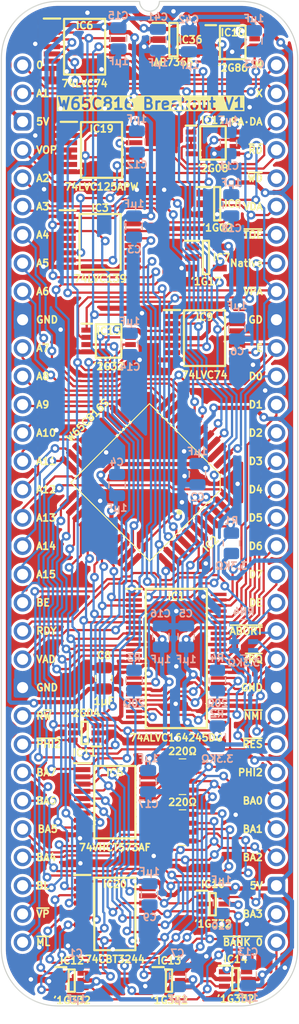
<source format=kicad_pcb>
(kicad_pcb (version 20221018) (generator pcbnew)
  (title_block (title "W65C816 Breakout") (date "2024-01-30") (rev "V1"))
  (layers (0 "F.Cu" signal) (31 "B.Cu" signal) (34 "B.Paste" user) (35 "F.Paste" user) (36 "B.SilkS" user "B.Silkscreen") (37 "F.SilkS" user "F.Silkscreen") (38 "B.Mask" user) (39 "F.Mask" user) (44 "Edge.Cuts" user))
  (net 0 "")
  (net 12 "/5V")
  (net 13 "/GND")
  (net 14 "/3.3V")
  (net 15 "/R~{W}")
  (net 16 "/D0_{65}")
  (net 17 "/D1_{65}")
  (net 18 "/D2_{65}")
  (net 19 "/D3_{65}")
  (net 20 "/D4_{65}")
  (net 21 "/D5_{65}")
  (net 22 "/D6_{65}")
  (net 23 "/D7_{65}")
  (net 24 "/BE_{5V}")
  (net 25 "/~{ABORT}_{5V}")
  (net 26 "/~{IRQ}_{5V}")
  (net 27 "/~{NMI}_{5V}")
  (net 28 "/PHI2")
  (net 29 "/~{Reset Sharp}")
  (net 30 "/~{NMI}")
  (net 31 "/~{IRQ}")
  (net 32 "/~{ABORT}")
  (net 33 "/BE")
  (net 34 "/D7")
  (net 35 "/D6")
  (net 36 "/D5")
  (net 37 "/D4")
  (net 38 "/D3")
  (net 39 "/D2")
  (net 40 "/D1")
  (net 41 "/D0")
  (net 42 "/~{DE}")
  (net 43 "/~{VP}")
  (net 44 "/RDY")
  (net 45 "/~{ML}")
  (net 46 "/VPA")
  (net 47 "/A0")
  (net 48 "/A1")
  (net 49 "/A2")
  (net 50 "/A3")
  (net 51 "/A4")
  (net 52 "/A5")
  (net 53 "/A6")
  (net 54 "/A7")
  (net 55 "/A8")
  (net 56 "/A9")
  (net 57 "/A10")
  (net 58 "/A11")
  (net 59 "/A12")
  (net 60 "/A13")
  (net 61 "/A14")
  (net 62 "/A15")
  (net 63 "/E")
  (net 64 "/PHI2_{5V}")
  (net 65 "/MX")
  (net 66 "/VDA")
  (net 67 "/~{RES}_{5V}")
  (net 68 "/~{VPA+VDA}")
  (net 69 "/~{WD}_{PART}")
  (net 70 "/~{RD}_{PART}")
  (net 71 "/DE")
  (net 72 "/~{Trans Output}")
  (net 73 "/~{BE}")
  (net 74 "/Bank Latch")
  (net 75 "/D7_{VHC}")
  (net 76 "/D6_{VHC}")
  (net 77 "/D5_{VHC}")
  (net 78 "/D4_{VHC}")
  (net 79 "/D3_{VHC}")
  (net 80 "/D2_{VHC}")
  (net 81 "/D1_{VHC}")
  (net 82 "/D0_{VHC}")
  (net 83 "/X")
  (net 84 "/M")
  (net 85 "/~{PHI2}")
  (net 86 "/~{Reset}")
  (net 87 "/A0_{PREV}")
  (net 88 "/Native Latch")
  (net 89 "/BA7")
  (net 90 "/BA6")
  (net 91 "/BA5+BA6+BA7")
  (net 92 "/BA5")
  (net 93 "/BA2")
  (net 94 "/BA1")
  (net 95 "/BA0+BA1+BA2")
  (net 96 "/BA0")
  (net 97 "/BA4")
  (net 98 "/BA3")
  (net 99 "/BA3+BA4")
  (net 100 "/~{BANK 0}")
  (net 101 "/FET ~{OE}")
  (net 102 "/Address Valid")
  (net 105 "/A0_{CHANGE}")
  (net 106 "/VPA·VDA")
  (net 107 "/Opcode Valid")
  (net 108 "Net-(IC1C-2B7)")
  (net 110 "/~{WD}")
  (net 111 "Net-(IC1C-2B6)")
  (net 112 "/~{RD}")
  (footprint "SamacSys_Parts:SOP65P640X110-14N" (layer "F.Cu") (at 91.948 69.469)
    (fp_text reference "IC6")
    (fp_text value "74LVC74APW,118" hide)
  )
  (footprint "SamacSys_Parts:SOP65P400X110-8N" (layer "F.Cu") (at 105.283 69.088)
    (fp_text reference "IC18")
    (fp_text value "74LVC2G86DP,125" hide)
  )
  (footprint "SamacSys_Parts:CAY1647R0F4LF" (layer "F.Cu") (at 100.765002 139.573 180)
    (fp_text reference "RN1" hide)
    (fp_text value "CAY16-221J4LF" hide)
  )
  (footprint "SamacSys_Parts:SOP65P640X110-14N" (layer "F.Cu") (at 102.743 95.631)
    (fp_text reference "IC9")
    (fp_text value "74LVC74APW,118" hide)
  )
  (footprint "SamacSys_Parts:SOT95P275X110-5N" (layer "F.Cu") (at 103.886 83.566)
    (fp_text reference "IC8")
    (fp_text value "74LVC1G02GV,125" hide)
  )
  (footprint "SamacSys_Parts:CAY1647R0F4LF" (layer "F.Cu") (at 100.765002 135.001 180)
    (fp_text reference "RN2" hide)
    (fp_text value "CAY16-221J4LF" hide)
  )
  (footprint "SamacSys_Parts:SOP65P640X120-20N" (layer "F.Cu") (at 94.669002 147.32)
    (fp_text reference "IC20")
    (fp_text value "SN74CBT3244CPWR" hide)
  )
  (footprint "SamacSys_Parts:SOP65P210X110-6N" (layer "F.Cu") (at 91.948 131.064 180)
    (fp_text reference "IC11")
    (fp_text value "74LVC2G04GW-Q100H" hide)
  )
  (footprint "SamacSys_Parts:DIP-64_Board_W22.86mm" (layer "F.Cu") (at 86.36 71.12)
    (fp_text reference "J7" hide)
    (fp_text value "Conn_02x32_Counter_Clockwise")
    (fp_line (start -1.905 -0.635) (end -1.905 79.375) (stroke (width 0.1)) (layer "Edge.Cuts"))
    (fp_line (start 10.541 -5.715) (end 3.175 -5.715) (stroke (width 0.1)) (layer "Edge.Cuts"))
    (fp_line (start 19.685 -5.715) (end 12.319 -5.715) (stroke (width 0.1)) (layer "Edge.Cuts"))
    (fp_line (start 19.685 84.455) (end 3.175 84.455) (stroke (width 0.1)) (layer "Edge.Cuts"))
    (fp_line (start 24.765 79.375) (end 24.765 -0.635) (stroke (width 0.1)) (layer "Edge.Cuts"))
    (fp_arc (start -1.905 -0.635) (mid -0.417102 -4.227102) (end 3.175 -5.715) (stroke (width 0.1)) (layer "Edge.Cuts"))
    (fp_arc (start 3.175 84.455) (mid -0.417102 82.967102) (end -1.905 79.375) (stroke (width 0.1)) (layer "Edge.Cuts"))
    (fp_arc (start 12.319 -5.715) (mid 11.43 -4.826) (end 10.541 -5.715) (stroke (width 0.1)) (layer "Edge.Cuts"))
    (fp_arc (start 19.685 -5.715) (mid 23.277102 -4.227102) (end 24.765 -0.635) (stroke (width 0.1)) (layer "Edge.Cuts"))
    (fp_arc (start 24.765 79.375) (mid 23.277102 82.967102) (end 19.685 84.455) (stroke (width 0.1)) (layer "Edge.Cuts"))
  )
  (footprint "SamacSys_Parts:SOP65P640X120-20N" (layer "F.Cu") (at 94.669002 137.287)
    (fp_text reference "IC5")
    (fp_text value "74VHCT573AFT" hide)
  )
  (footprint "SamacSys_Parts:C_0805" (layer "F.Cu") (at 93.6752 126.1872)
    (fp_text reference "C8")
    (fp_text value "1μF")
  )
  (footprint "SamacSys_Parts:SOT95P275X110-5N" (layer "F.Cu") (at 102.87 88.392)
    (fp_text reference "IC7")
    (fp_text value "74LVC1G17GV,125" hide)
  )
  (footprint "SamacSys_Parts:W65C816 PLCC 0.8mm 44 Pin" (layer "F.Cu") (at 97.79 108.585 -135)
    (fp_text reference "IC2")
    (fp_text value "W65C816S6TQG-14" hide)
  )
  (footprint "SamacSys_Parts:SOP65P640X110-14N" (layer "F.Cu") (at 93.472 78.74)
    (fp_text reference "IC19")
    (fp_text value "74LVC125APW-Q100J" hide)
  )
  (footprint "SamacSys_Parts:SOT95P285X130-5N" (layer "F.Cu") (at 99.949 68.834)
    (fp_text reference "IC36")
    (fp_text value "AP7365-33WG-7" hide)
  )
  (footprint "SamacSys_Parts:SOT65P210X110-6N" (layer "F.Cu") (at 90.805 153.289)
    (fp_text reference "IC12")
    (fp_text value "SN74LVC1G332DCKRG4" hide)
  )
  (footprint "SamacSys_Parts:SOT65P210X110-6N" (layer "F.Cu") (at 103.505 146.431)
    (fp_text reference "IC10")
    (fp_text value "SN74LVC1G332DCKRG4" hide)
  )
  (footprint "SamacSys_Parts:SOP65P400X110-8N" (layer "F.Cu") (at 94.107 95.885)
    (fp_text reference "IC15")
    (fp_text value "74LVC2G32DP,125" hide)
  )
  (footprint "SamacSys_Parts:SOP50P810X120-48N" (layer "F.Cu") (at 100.201 124.385)
    (fp_text reference "IC1")
    (fp_text value "74ALVC164245DGG,11" hide)
  )
  (footprint "SamacSys_Parts:SOT65P210X110-6N" (layer "F.Cu") (at 99.568 153.289)
    (fp_text reference "IC13")
    (fp_text value "SN74LVC1G332DCKRG4" hide)
  )
  (footprint "SamacSys_Parts:SOP65P400X110-8N" (layer "F.Cu") (at 103.505 78.105)
    (fp_text reference "IC17")
    (fp_text value "74LVC2G08DP-Q100H" hide)
  )
  (footprint "SamacSys_Parts:SOP65P640X110-16N" (layer "F.Cu") (at 93.345 86.995)
    (fp_text reference "IC3")
    (fp_text value "74LVC139PW,118" hide)
  )
  (footprint "SamacSys_Parts:SOT65P210X110-6N" (layer "F.Cu") (at 105.537 153.162)
    (fp_text reference "IC14")
    (fp_text value "SN74LVC1G332DCKRG4" hide)
  )
  (footprint "SamacSys_Parts:PinHeader_1x32_P2.54mm_Vertical" (layer "B.Cu") (at 86.36 71.12 180)
    (fp_text reference "J1" hide)
    (fp_text value "Pin_Header_01x32")
  )
  (footprint "SamacSys_Parts:C_0805" (layer "B.Cu") (at 105.156 83.693)
    (fp_text reference "C18")
    (fp_text value "1μF")
  )
  (footprint "SamacSys_Parts:C_0805" (layer "B.Cu") (at 94.869 108.839 180)
    (fp_text reference "C4")
    (fp_text value "1μF")
  )
  (footprint "SamacSys_Parts:C_0805" (layer "B.Cu") (at 105.664 94.742)
    (fp_text reference "C6")
    (fp_text value "1μF")
  )
  (footprint "SamacSys_Parts:C_0805" (layer "B.Cu") (at 98.552 68.834)
    (fp_text reference "C41")
    (fp_text value "1μF")
  )
  (footprint "SamacSys_Parts:R_0805" (layer "B.Cu") (at 103.886 126.365 180)
    (fp_text reference "R4")
    (fp_text value "20Ω")
  )
  (footprint "SamacSys_Parts:C_0805" (layer "B.Cu") (at 102.108 107.823)
    (fp_text reference "C2")
    (fp_text value "1μF")
  )
  (footprint "SamacSys_Parts:C_0805" (layer "B.Cu") (at 96.393 85.598)
    (fp_text reference "C3")
    (fp_text value "1μF")
  )
  (footprint "SamacSys_Parts:C_0805" (layer "B.Cu") (at 106.68 152.8064 180)
    (fp_text reference "C13")
    (fp_text value "1μF")
  )
  (footprint "SamacSys_Parts:C_0805" (layer "B.Cu") (at 104.267 146.304)
    (fp_text reference "C10")
    (fp_text value "1μF")
  )
  (footprint "SamacSys_Parts:C_0805" (layer "B.Cu") (at 104.902 78.105)
    (fp_text reference "C11")
    (fp_text value "1μF")
  )
  (footprint "SamacSys_Parts:C_0805" (layer "B.Cu") (at 97.663 135.382)
    (fp_text reference "C17")
    (fp_text value "1μF")
  )
  (footprint "SamacSys_Parts:C_0805" (layer "B.Cu") (at 107.188 68.961)
    (fp_text reference "C23")
    (fp_text value "1μF")
  )
  (footprint "SamacSys_Parts:C_0805" (layer "B.Cu") (at 98.806 122.428 180)
    (fp_text reference "C16")
    (fp_text value "1μF")
  )
  (footprint "SamacSys_Parts:C_0805" (layer "B.Cu") (at 97.79 145.542)
    (fp_text reference "C9")
    (fp_text value "1μF")
  )
  (footprint "SamacSys_Parts:PinHeader_1x32_P2.54mm_Vertical" (layer "B.Cu") (at 109.22 71.12 180)
    (fp_text reference "J2" hide)
    (fp_text value "Pin_Header_01x32")
  )
  (footprint "SamacSys_Parts:CAY16332J4LF" (layer "B.Cu") (at 106.2736 122.4788 180)
    (fp_text reference "RN4")
    (fp_text value "CAY16-332J4LF" hide)
  )
  (footprint "SamacSys_Parts:C_0805" (layer "B.Cu") (at 94.996 68.707)
    (fp_text reference "C15")
    (fp_text value "1μF")
  )
  (footprint "SamacSys_Parts:R_0805" (layer "B.Cu") (at 103.886 131.3688 180)
    (fp_text reference "R2")
    (fp_text value "3.3KΩ")
  )
  (footprint "SamacSys_Parts:C_0805" (layer "B.Cu") (at 100.33 152.908 180)
    (fp_text reference "C7")
    (fp_text value "1μF")
  )
  (footprint "SamacSys_Parts:C_0805" (layer "B.Cu") (at 96.012 96.139)
    (fp_text reference "C14")
    (fp_text value "1μF")
  )
  (footprint "SamacSys_Parts:C_0805" (layer "B.Cu") (at 101.346 68.961)
    (fp_text reference "C42")
    (fp_text value "1μF")
  )
  (footprint "SamacSys_Parts:R_0805" (layer "B.Cu") (at 105.156 114.046 180)
    (fp_text reference "R1")
    (fp_text value "3.3KΩ")
  )
  (footprint "SamacSys_Parts:C_0805" (layer "B.Cu") (at 91.186 152.908 180)
    (fp_text reference "C1")
    (fp_text value "1μF")
  )
  (footprint "SamacSys_Parts:C_0805" (layer "B.Cu") (at 96.647 77.978)
    (fp_text reference "C12")
    (fp_text value "1μF")
  )
  (footprint "SamacSys_Parts:R_0805" (layer "B.Cu") (at 96.393 126.365 180)
    (fp_text reference "R3")
    (fp_text value "20Ω")
  )
  (footprint "SamacSys_Parts:C_0805" (layer "B.Cu") (at 101.092 122.428 180)
    (fp_text reference "C5")
    (fp_text value "1μF")
  )
  (gr_text "A4" (at 87.503 86.36) (layer "F.SilkS") (effects (font (size 0.635 0.635)) (justify left)))
  (gr_text "Native" (at 108.077 88.9) (layer "F.SilkS") (effects (font (size 0.635 0.635)) (justify right)))
  (gr_text "E" (at 108.077 96.52) (layer "F.SilkS") (effects (font (size 0.635 0.635)) (justify right)))
  (gr_text "VDA" (at 108.077 83.82) (layer "F.SilkS") (effects (font (size 0.635 0.635)) (justify right)))
  (gr_text "A8" (at 87.503 99.06) (layer "F.SilkS") (effects (font (size 0.635 0.635)) (justify left)))
  (gr_text "~{ML}" (at 87.503 149.86) (layer "F.SilkS") (effects (font (size 0.635 0.635)) (justify left)))
  (gr_text "VPA" (at 108.077 91.44) (layer "F.SilkS") (effects (font (size 0.635 0.635)) (justify right)))
  (gr_text "~{BANK 0}" (at 108.077 149.86) (layer "F.SilkS") (effects (font (size 0.635 0.635)) (justify right)))
  (gr_text "X" (at 108.077 73.66) (layer "F.SilkS") (effects (font (size 0.635 0.635)) (justify right)))
  (gr_text "DE" (at 108.077 119.38) (layer "F.SilkS") (effects (font (size 0.635 0.635)) (justify right)))
  (gr_text "~{ABORT}" (at 108.077 121.92) (layer "F.SilkS") (effects (font (size 0.635 0.635)) (justify right)))
  (gr_text "A6" (at 87.503 91.44) (layer "F.SilkS") (effects (font (size 0.635 0.635)) (justify left)))
  (gr_text "~{NMI}" (at 108.077 129.54) (layer "F.SilkS") (effects (font (size 0.635 0.635)) (justify right)))
  (gr_text "D4" (at 108.077 109.22) (layer "F.SilkS") (effects (font (size 0.635 0.635)) (justify right)))
  (gr_text "~{TOE}" (at 108.077 86.36) (layer "F.SilkS") (effects (font (size 0.635 0.635)) (justify right)))
  (gr_text "0" (at 87.503 71.12) (layer "F.SilkS") (effects (font (size 0.635 0.635)) (justify left)))
  (gr_text "BA4" (at 87.503 142.24) (layer "F.SilkS") (effects (font (size 0.635 0.635)) (justify left)))
  (gr_text "A11" (at 87.503 106.68) (layer "F.SilkS") (effects (font (size 0.635 0.635)) (justify left)))
  (gr_text "GND" (at 87.503 127) (layer "F.SilkS") (effects (font (size 0.635 0.635)) (justify left)))
  (gr_text "5V" (at 87.503 76.2) (layer "F.SilkS") (effects (font (size 0.635 0.635)) (justify left)))
  (gr_text "A2" (at 87.503 81.28) (layer "F.SilkS") (effects (font (size 0.635 0.635)) (justify left)))
  (gr_text "R~{W}" (at 87.503 129.54) (layer "F.SilkS") (effects (font (size 0.635 0.635)) (justify left)))
  (gr_text "BA1" (at 108.077 139.7) (layer "F.SilkS") (effects (font (size 0.635 0.635)) (justify right)))
  (gr_text "D6" (at 108.077 114.3) (layer "F.SilkS") (effects (font (size 0.635 0.635)) (justify right)))
  (gr_text "BA2" (at 108.077 142.24) (layer "F.SilkS") (effects (font (size 0.635 0.635)) (justify right)))
  (gr_text "5V" (at 108.077 144.78) (layer "F.SilkS") (effects (font (size 0.635 0.635)) (justify right)))
  (gr_text "BA7" (at 87.503 134.62) (layer "F.SilkS") (effects (font (size 0.635 0.635)) (justify left)))
  (gr_text "RDY" (at 87.503 121.92) (layer "F.SilkS") (effects (font (size 0.635 0.635)) (justify left)))
  (gr_text "~{RD}" (at 108.077 78.74) (layer "F.SilkS") (effects (font (size 0.635 0.635)) (justify right)))
  (gr_text "~{WD}" (at 108.077 81.28) (layer "F.SilkS") (effects (font (size 0.635 0.635)) (justify right)))
  (gr_text "~{VP}" (at 87.503 147.32) (layer "F.SilkS") (effects (font (size 0.635 0.635)) (justify left)))
  (gr_text "GND" (at 108.077 127) (layer "F.SilkS") (effects (font (size 0.635 0.635)) (justify right)))
  (gr_text "BA5" (at 87.63 139.7) (layer "F.SilkS") (effects (font (size 0.635 0.635)) (justify left)))
  (gr_text "PHI2" (at 108.077 134.62) (layer "F.SilkS") (effects (font (size 0.635 0.635)) (justify right)))
  (gr_text "A12" (at 87.503 109.22) (layer "F.SilkS") (effects (font (size 0.635 0.635)) (justify left)))
  (gr_text "D0" (at 108.077 99.06) (layer "F.SilkS") (effects (font (size 0.635 0.635)) (justify right)))
  (gr_text "M" (at 108.077 71.12) (layer "F.SilkS") (effects (font (size 0.635 0.635)) (justify right)))
  (gr_text "BL" (at 87.503 144.78) (layer "F.SilkS") (effects (font (size 0.635 0.635)) (justify left)))
  (gr_text "A7" (at 87.503 96.52) (layer "F.SilkS") (effects (font (size 0.635 0.635)) (justify left)))
  (gr_text "PA·DA" (at 108.0516 76.2) (layer "F.SilkS") (effects (font (size 0.635 0.635)) (justify right)))
  (gr_text "BA3" (at 108.077 147.32) (layer "F.SilkS") (effects (font (size 0.635 0.635)) (justify right)))
  (gr_text "VAD" (at 87.503 124.46) (layer "F.SilkS") (effects (font (size 0.635 0.635)) (justify left)))
  (gr_text "~{IRQ}" (at 108.077 124.46) (layer "F.SilkS") (effects (font (size 0.635 0.635)) (justify right)))
  (gr_text "GD" (at 108.077 93.98) (layer "F.SilkS") (effects (font (size 0.635 0.635)) (justify right)))
  (gr_text "A5" (at 87.503 88.9) (layer "F.SilkS") (effects (font (size 0.635 0.635)) (justify left)))
  (gr_text "D1" (at 108.077 101.6) (layer "F.SilkS") (effects (font (size 0.635 0.635)) (justify right)))
  (gr_text "VOP" (at 87.503 78.74) (layer "F.SilkS") (effects (font (size 0.635 0.635)) (justify left)))
  (gr_text "A9" (at 87.503 101.6) (layer "F.SilkS") (effects (font (size 0.635 0.635)) (justify left)))
  (gr_text "GND" (at 87.503 93.98) (layer "F.SilkS") (effects (font (size 0.635 0.635)) (justify left)))
  (gr_text "D3" (at 108.077 106.68) (layer "F.SilkS") (effects (font (size 0.635 0.635)) (justify right)))
  (gr_text "A10" (at 87.503 104.14) (layer "F.SilkS") (effects (font (size 0.635 0.635)) (justify left)))
  (gr_text "D5" (at 108.077 111.76) (layer "F.SilkS") (effects (font (size 0.635 0.635)) (justify right)))
  (gr_text "BE" (at 87.503 119.38) (layer "F.SilkS") (effects (font (size 0.635 0.635)) (justify left)))
  (gr_text "A1" (at 87.503 73.66) (layer "F.SilkS") (effects (font (size 0.635 0.635)) (justify left)))
  (gr_text "A3" (at 87.503 83.82) (layer "F.SilkS") (effects (font (size 0.635 0.635)) (justify left)))
  (gr_text "A13" (at 87.503 111.76) (layer "F.SilkS") (effects (font (size 0.635 0.635)) (justify left)))
  (gr_text "BA0" (at 108.077 137.16) (layer "F.SilkS") (effects (font (size 0.635 0.635)) (justify right)))
  (gr_text "D7" (at 108.077 116.84) (layer "F.SilkS") (effects (font (size 0.635 0.635)) (justify right)))
  (gr_text "BA6" (at 87.503 137.16) (layer "F.SilkS") (effects (font (size 0.635 0.635)) (justify left)))
  (gr_text "W65C816 Breakout V1" (at 97.917 75.184) (layer "F.SilkS" knockout) (effects (font (size 1 1) (thickness 0.2) bold) (justify bottom)))
  (gr_text "A15" (at 87.503 116.84) (layer "F.SilkS") (effects (font (size 0.635 0.635)) (justify left)))
  (gr_text "~{PHI2}" (at 87.503 132.08) (layer "F.SilkS") (effects (font (size 0.635 0.635)) (justify left)))
  (gr_text "A14" (at 87.503 114.3) (layer "F.SilkS") (effects (font (size 0.635 0.635)) (justify left)))
  (gr_text "~{RES}" (at 108.077 132.08) (layer "F.SilkS") (effects (font (size 0.635 0.635)) (justify right)))
  (gr_text "D2" (at 108.077 104.14) (layer "F.SilkS") (effects (font (size 0.635 0.635)) (justify right)))
  (segment (start 97.607002 133.532998) (end 97.79 133.35) (width 0.38) (layer "F.Cu") (net 12))
  (segment (start 99.770875 69.469) (end 99.455875 69.784) (width 0.38) (layer "F.Cu") (net 12))
  (segment (start 101.622827 153.289) (end 101.702083 153.209744) (width 0.38) (layer "F.Cu") (net 12))
  (segment (start 98.649 67.884) (end 97.348004 67.884) (width 0.38) (layer "F.Cu") (net 12))
  (segment (start 105.663992 145.034) (end 105.537 144.907008) (width 0.38) (layer "F.Cu") (net 12))
  (segment (start 98.844 145.072) (end 99.39174 145.61974) (width 0.38) (layer "F.Cu") (net 12))
  (segment (start 97.886006 121.635) (end 98.933006 122.682) (width 0.3) (layer "F.Cu") (net 12))
  (segment (start 96.391 127.135) (end 97.90769 127.135) (width 0.3) (layer "F.Cu") (net 12))
  (segment (start 102.489862 106.9405) (end 94.384832 106.9405) (width 0.38) (layer "F.Cu") (net 12))
  (segment (start 95.807271 113.333927) (end 94.361 111.887656) (width 0.38) (layer "F.Cu") (net 12))
  (segment (start 97.79 133.35) (end 97.954 133.186) (width 0.38) (layer "F.Cu") (net 12))
  (segment (start 98.649 67.884) (end 99.756 67.884) (width 0.38) (layer "F.Cu") (net 12))
  (segment (start 98.034803 127.262113) (end 98.797887 127.262113) (width 0.3) (layer "F.Cu") (net 12))
  (segment (start 107.569 153.162) (end 107.95 152.781) (width 0.38) (layer "F.Cu") (net 12))
  (segment (start 97.607002 134.362) (end 97.607002 133.532998) (width 0.38) (layer "F.Cu") (net 12))
  (segment (start 99.39174 145.61974) (end 100.031432 145.61974) (width 0.38) (layer "F.Cu") (net 12))
  (segment (start 91.805 153.289) (end 92.922864 153.289) (width 0.38) (layer "F.Cu") (net 12))
  (segment (start 108.966 145.034) (end 105.663992 145.034) (width 0.38) (layer "F.Cu") (net 12))
  (segment (start 99.770875 67.869125) (end 101.1105 66.5295) (width 0.38) (layer "F.Cu") (net 12))
  (segment (start 106.912124 133.186) (end 107.259062 133.532938) (width 0.38) (layer "F.Cu") (net 12))
  (segment (start 107.042492 66.5295) (end 109.600992 69.088) (width 0.38) (layer "F.Cu") (net 12))
  (segment (start 92.922864 153.289) (end 92.99935 153.365486) (width 0.38) (layer "F.Cu") (net 12))
  (segment (start 107.285 81.661) (end 105.156 81.661) (width 0.38) (layer "F.Cu") (net 12))
  (segment (start 95.102994 114.666118) (end 95.807271 113.961841) (width 0.38) (layer "F.Cu") (net 12))
  (segment (start 100.617172 145.034) (end 105.410008 145.034) (width 0.38) (layer "F.Cu") (net 12))
  (segment (start 107.237481 101.891268) (end 103.567 101.891268) (width 0.38) (layer "F.Cu") (net 12))
  (segment (start 95.7295 66.62) (end 96.927496 67.817996) (width 0.38) (layer "F.Cu") (net 12))
  (segment (start 100.568 153.289) (end 101.622827 153.289) (width 0.38) (layer "F.Cu") (net 12))
  (segment (start 92.936 67.211) (end 93.527 66.62) (width 0.38) (layer "F.Cu") (net 12))
  (segment (start 96.927496 67.817996) (end 97.282 67.817996) (width 0.38) (layer "F.Cu") (net 12))
  (segment (start 85.17 69.77) (end 88.138 66.802) (width 0.38) (layer "F.Cu") (net 12))
  (segment (start 106.6386 153.162) (end 107.569 153.162) (width 0.38) (layer "F.Cu") (net 12))
  (segment (start 94.384832 106.9405) (end 93.403332 107.922) (width 0.38) (layer "F.Cu") (net 12))
  (segment (start 98.797887 127.262113) (end 99.568 126.492) (width 0.3) (layer "F.Cu") (net 12))
  (segment (start 101.1105 66.5295) (end 107.042492 66.5295) (width 0.38) (layer "F.Cu") (net 12))
  (segment (start 97.607002 144.395) (end 98.524273 144.395) (width 0.38) (layer "F.Cu") (net 12))
  (segment (start 97.607002 144.395) (end 96.447683 144.395) (width 0.38) (layer "F.Cu") (net 12))
  (segment (start 102.839486 107.290124) (end 102.489862 106.9405) (width 0.38) (layer "F.Cu") (net 12))
  (segment (start 105.726004 146.431) (end 105.791004 146.496) (width 0.38) (layer "F.Cu") (net 12))
  (segment (start 98.524273 144.395) (end 98.844 144.714727) (width 0.38) (layer "F.Cu") (net 12))
  (segment (start 108.204 82.58) (end 107.285 81.661) (width 0.38) (layer "F.Cu") (net 12))
  (segment (start 99.770875 67.869125) (end 99.770875 69.469) (width 0.38) (layer "F.Cu") (net 12))
  (segment (start 95.807271 113.961841) (end 95.807271 113.333927) (width 0.38) (layer "F.Cu") (net 12))
  (segment (start 93.527 66.62) (end 95.7295 66.62) (width 0.38) (layer "F.Cu") (net 12))
  (segment (start 97.954 133.186) (end 106.912124 133.186) (width 0.38) (layer "F.Cu") (net 12))
  (segment (start 91.584208 67.211) (end 92.936 67.211) (width 0.38) (layer "F.Cu") (net 12))
  (segment (start 97.348004 67.884) (end 97.282 67.817996) (width 0.38) (layer "F.Cu") (net 12))
  (segment (start 105.410008 145.034) (end 105.537 144.907008) (width 0.38) (layer "F.Cu") (net 12))
  (segment (start 108.080301 102.734089) (end 107.237481 101.891268) (width 0.38) (layer "F.Cu") (net 12))
  (segment (start 86.36 76.2) (end 85.17 75.01) (width 0.38) (layer "F.Cu") (net 12))
  (segment (start 85.17 75.01) (end 85.17 69.77) (width 0.38) (layer "F.Cu") (net 12))
  (segment (start 88.138 66.802) (end 91.175208 66.802) (width 0.38) (layer "F.Cu") (net 12))
  (segment (start 99.756 67.884) (end 99.770875 67.869125) (width 0.38) (layer "F.Cu") (net 12))
  (segment (start 91.175208 66.802) (end 91.584208 67.211) (width 0.38) (layer "F.Cu") (net 12))
  (segment (start 102.839486 106.863285) (end 102.839486 107.290124) (width 0.38) (layer "F.Cu") (net 12))
  (segment (start 94.361 111.887656) (end 94.361 111.125) (width 0.38) (layer "F.Cu") (net 12))
  (segment (start 96.391 121.635) (end 97.886006 121.635) (width 0.3) (layer "F.Cu") (net 12))
  (segment (start 104.505 146.431) (end 105.726004 146.431) (width 0.38) (layer "F.Cu") (net 12))
  (segment (start 97.90769 127.135) (end 98.034803 127.262113) (width 0.3) (layer "F.Cu") (net 12))
  (segment (start 105.156 82.596) (end 105.156 81.661) (width 0.38) (layer "F.Cu") (net 12))
  (segment (start 100.031432 145.61974) (end 100.617172 145.034) (width 0.38) (layer "F.Cu") (net 12))
  (segment (start 99.455875 69.784) (end 98.649 69.784) (width 0.38) (layer "F.Cu") (net 12))
  (segment (start 96.447683 144.395) (end 96.434158 144.381475) (width 0.38) (layer "F.Cu") (net 12))
  (segment (start 98.844 144.714727) (end 98.844 145.072) (width 0.38) (layer "F.Cu") (net 12))
  (segment (start 103.804777 105.897994) (end 102.839486 106.863285) (width 0.38) (layer "F.Cu") (net 12))
  (via (at 97.79 133.35) (size 0.8) (drill 0.4) (layers "F.Cu" "B.Cu") (net 12))
  (via (at 101.702083 153.209744) (size 0.8) (drill 0.4) (layers "F.Cu" "B.Cu") (net 12))
  (via (at 108.204 82.58) (size 0.8) (drill 0.4) (layers "F.Cu" "B.Cu") (net 12))
  (via (at 97.282 67.817996) (size 0.8) (drill 0.4) (layers "F.Cu" "B.Cu") (net 12))
  (via (at 109.600992 69.088) (size 0.8) (drill 0.4) (layers "F.Cu" "B.Cu") (net 12))
  (via (at 98.933006 122.682) (size 0.8) (drill 0.4) (layers "F.Cu" "B.Cu") (net 12))
  (via (at 105.156 81.661) (size 0.8) (drill 0.4) (layers "F.Cu" "B.Cu") (net 12))
  (via (at 108.080301 102.734089) (size 0.8) (drill 0.4) (layers "F.Cu" "B.Cu") (net 12))
  (via (at 105.791004 146.496) (size 0.8) (drill 0.4) (layers "F.Cu" "B.Cu") (net 12))
  (via (at 92.99935 153.365486) (size 0.8) (drill 0.4) (layers "F.Cu" "B.Cu") (net 12))
  (via (at 105.537 144.907008) (size 0.8) (drill 0.4) (layers "F.Cu" "B.Cu") (net 12))
  (via (at 102.839486 107.290124) (size 0.8) (drill 0.4) (layers "F.Cu" "B.Cu") (net 12))
  (via (at 96.434158 144.381475) (size 0.8) (drill 0.4) (layers "F.Cu" "B.Cu") (net 12))
  (via (at 107.259062 133.532938) (size 0.8) (drill 0.4) (layers "F.Cu" "B.Cu") (net 12))
  (via (at 107.95 152.781) (size 0.8) (drill 0.4) (layers "F.Cu" "B.Cu") (net 12))
  (via (at 103.567 101.891268) (size 0.8) (drill 0.4) (layers "F.Cu" "B.Cu") (net 12))
  (via (at 99.568 126.492) (size 0.8) (drill 0.4) (layers "F.Cu" "B.Cu") (net 12))
  (via (at 94.361 111.125) (size 0.8) (drill 0.4) (layers "F.Cu" "B.Cu") (net 12))
  (via (at 93.403332 107.922) (size 0.8) (drill 0.4) (layers "F.Cu" "B.Cu") (net 12))
  (segment (start 96.451677 144.398994) (end 96.434158 144.381475) (width 0.38) (layer "B.Cu") (net 12))
  (segment (start 104.267 145.37) (end 105.455 145.37) (width 0.38) (layer "B.Cu") (net 12))
  (segment (start 101.646 153.842) (end 101.664 153.86) (width 0.38) (layer "B.Cu") (net 12))
  (segment (start 108.080302 102.734089) (end 108.080301 102.734089) (width 0.38) (layer "B.Cu") (net 12))
  (segment (start 110.49 132.492915) (end 109.602916 133.379999) (width 0.38) (layer "B.Cu") (net 12))
  (segment (start 109.632915 102.87) (end 110.495 102.007915) (width 0.38) (layer "B.Cu") (net 12))
  (segment (start 105.123098 146.496) (end 105.791004 146.496) (width 0.38) (layer "B.Cu") (net 12))
  (segment (start 109.703 82.58) (end 110.495 81.788) (width 0.38) (layer "B.Cu") (net 12))
  (segment (start 94.742 110.744) (end 94.742 109.9) (width 0.38) (layer "B.Cu") (net 12))
  (segment (start 101.688779 153.86) (end 102.813779 154.985) (width 0.38) (layer "B.Cu") (net 12))
  (segment (start 108.216213 102.87) (end 109.632915 102.87) (width 0.38) (layer "B.Cu") (net 12))
  (segment (start 105.672229 117.176009) (end 105.017771 117.176009) (width 0.38) (layer "B.Cu") (net 12))
  (segment (start 104.493 115.6315) (end 105.166 114.9585) (width 0.38) (layer "B.Cu") (net 12))
  (segment (start 103.567 102.557743) (end 103.567 101.891268) (width 0.38) (layer "B.Cu") (net 12))
  (segment (start 104.267 145.639902) (end 105.123098 146.496) (width 0.38) (layer "B.Cu") (net 12))
  (segment (start 91.186 153.842) (end 92.522836 153.842) (width 0.38) (layer "B.Cu") (net 12))
  (segment (start 98.552 67.9) (end 97.364004 67.9) (width 0.38) (layer "B.Cu") (net 12))
  (segment (start 106.68 153.7404) (end 107.7526 153.7404) (width 0.38) (layer "B.Cu") (net 12))
  (segment (start 105.4666 153.7404) (end 104.222 154.985) (width 0.38) (layer "B.Cu") (net 12))
  (segment (start 109.703 82.58) (end 110.495 83.372) (width 0.38) (layer "B.Cu") (net 12))
  (segment (start 105.455 145.37) (end 105.537 145.288) (width 0.38) (layer "B.Cu") (net 12))
  (segment (start 98.933006 122.682) (end 98.932994 122.682012) (width 0.38) (layer "B.Cu") (net 12))
  (segment (start 109.22 144.78) (end 110.617 146.177) (width 0.38) (layer "B.Cu") (net 12))
  (segment (start 99.187 131.953) (end 97.79 133.35) (width 0.38) (layer "B.Cu") (net 12))
  (segment (start 100.33 153.842) (end 101.646 153.842) (width 0.38) (layer "B.Cu") (net 12))
  (segment (start 109.662914 133.379999) (end 110.495 134.212085) (width 0.38) (layer "B.Cu") (net 12))
  (segment (start 99.568 126.492) (end 99.187 126.873) (width 0.38) (layer "B.Cu") (net 12))
  (segment (start 100.312 153.86) (end 99.187 154.985) (width 0.38) (layer "B.Cu") (net 12))
  (segment (start 104.493 116.651238) (end 104.493 115.6315) (width 0.38) (layer "B.Cu") (net 12))
  (segment (start 99.187 154.985) (end 95.168 154.985) (width 0.38) (layer "B.Cu") (net 12))
  (segment (start 110.495 114.681) (end 110.495 103.886) (width 0.38) (layer "B.Cu") (net 12))
  (segment (start 110.495 102.007915) (end 110.495 101.854) (width 0.38) (layer "B.Cu") (net 12))
  (segment (start 107.248238 115.6) (end 109.662915 115.6) (width 0.38) (layer "B.Cu") (net 12))
  (segment (start 102.839486 107.290124) (end 102.509124 107.290124) (width 0.38) (layer "B.Cu") (net 12))
  (segment (start 97.752114 133.387886) (end 97.79 133.35) (width 0.38) (layer "B.Cu") (net 12))
  (segment (start 110.495 114.767915) (end 110.495 114.681) (width 0.38) (layer "B.Cu") (net 12))
  (segment (start 110.495 81.788) (end 110.495 69.982008) (width 0.38) (layer "B.Cu") (net 12))
  (segment (start 97.580994 144.398994) (end 96.451677 144.398994) (width 0.38) (layer "B.Cu") (net 12))
  (segment (start 98.932994 125.856994) (end 99.568 126.492) (width 0.38) (layer "B.Cu") (net 12))
  (segment (start 109.662915 115.6) (end 110.495 114.767915) (width 0.38) (layer "B.Cu") (net 12))
  (segment (start 98.806 122.809006) (end 98.933006 122.682) (width 0.2) (layer "B.Cu") (net 12))
  (segment (start 110.495 134.212085) (end 110.495 143.505) (width 0.38) (layer "B.Cu") (net 12))
  (segment (start 109.662915 115.6) (end 110.49 116.427085) (width 0.38) (layer "B.Cu") (net 12))
  (segment (start 109.22 144.78) (end 110.495 143.505) (width 0.38) (layer "B.Cu") (net 12))
  (segment (start 109.602916 133.379999) (end 107.412001 133.379999) (width 0.38) (layer "B.Cu") (net 12))
  (segment (start 98.806 123.189994) (end 98.806 122.809006) (width 0.2) (layer "B.Cu") (net 12))
  (segment (start 102.839486 103.285257) (end 103.567 102.557743) (width 0.38) (layer "B.Cu") (net 12))
  (segment (start 95.168 154.985) (end 93.548486 153.365486) (width 0.38) (layer "B.Cu") (net 12))
  (segment (start 109.632915 102.87) (end 110.495 103.732085) (width 0.38) (layer "B.Cu") (net 12))
  (segment (start 94.869 109.773) (end 93.403332 108.307332) (width 0.38) (layer "B.Cu") (net 12))
  (segment (start 110.495 103.732085) (end 110.495 103.886) (width 0.38) (layer "B.Cu") (net 12))
  (segment (start 107.248238 115.6) (end 105.672229 117.176009) (width 0.38) (layer "B.Cu") (net 12))
  (segment (start 94.361 111.125) (end 94.742 110.744) (width 0.38) (layer "B.Cu") (net 12))
  (segment (start 107.7526 153.7404) (end 107.95 153.543) (width 0.38) (layer "B.Cu") (net 12))
  (segment (start 110.49 116.427085) (end 110.49 132.492915) (width 0.38) (layer "B.Cu") (net 12))
  (segment (start 101.664 153.247827) (end 101.702083 153.209744) (width 0.38) (layer "B.Cu") (net 12))
  (segment (start 105.156 81.661) (end 105.156 82.759) (width 0.38) (layer "B.Cu") (net 12))
  (segment (start 108.216213 102.87) (end 108.080302 102.734089) (width 0.38) (layer "B.Cu") (net 12))
  (segment (start 101.664 153.86) (end 101.664 153.247827) (width 0.38) (layer "B.Cu") (net 12))
  (segment (start 106.68 153.7404) (end 105.4666 153.7404) (width 0.38) (layer "B.Cu") (net 12))
  (segment (start 107.412001 133.379999) (end 107.259062 133.532938) (width 0.38) (layer "B.Cu") (net 12))
  (segment (start 102.839486 107.290124) (end 102.839486 103.285257) (width 0.38) (layer "B.Cu") (net 12))
  (segment (start 97.364004 67.9) (end 97.282 67.817996) (width 0.38) (layer "B.Cu") (net 12))
  (segment (start 102.509124 107.290124) (end 102.108 106.889) (width 0.38) (layer "B.Cu") (net 12))
  (segment (start 93.403332 108.307332) (end 93.403332 107.922) (width 0.38) (layer "B.Cu") (net 12))
  (segment (start 102.813779 154.985) (end 104.222 154.985) (width 0.38) (layer "B.Cu") (net 12))
  (segment (start 92.522836 153.842) (end 92.99935 153.365486) (width 0.38) (layer "B.Cu") (net 12))
  (segment (start 110.617 146.177) (end 110.617 150.30953) (width 0.38) (layer "B.Cu") (net 12))
  (segment (start 105.017771 117.176009) (end 104.493 116.651238) (width 0.38) (layer "B.Cu") (net 12))
  (segment (start 110.495 101.854) (end 110.495 83.372) (width 0.38) (layer "B.Cu") (net 12))
  (segment (start 110.495 69.982008) (end 109.600992 69.088) (width 0.38) (layer "B.Cu") (net 12))
  (segment (start 108.204 82.58) (end 109.703 82.58) (width 0.38) (layer "B.Cu") (net 12))
  (segment (start 101.664 153.86) (end 101.688779 153.86) (width 0.38) (layer "B.Cu") (net 12))
  (segment (start 105.537 145.288) (end 105.537 144.907008) (width 0.38) (layer "B.Cu") (net 12))
  (segment (start 97.752114 134.411) (end 97.752114 133.387886) (width 0.38) (layer "B.Cu") (net 12))
  (segment (start 108.14553 152.781) (end 107.95 152.781) (width 0.38) (layer "B.Cu") (net 12))
  (segment (start 93.548486 153.365486) (end 92.99935 153.365486) (width 0.38) (layer "B.Cu") (net 12))
  (segment (start 98.932994 122.682012) (end 98.932994 125.856994) (width 0.38) (layer "B.Cu") (net 12))
  (segment (start 107.95 153.543) (end 107.95 152.781) (width 0.38) (layer "B.Cu") (net 12))
  (segment (start 109.602916 133.379999) (end 109.662914 133.379999) (width 0.38) (layer "B.Cu") (net 12))
  (segment (start 110.617 150.30953) (end 108.14553 152.781) (width 0.38) (layer "B.Cu") (net 12))
  (segment (start 99.187 126.873) (end 99.187 131.953) (width 0.38) (layer "B.Cu") (net 12))
  (segment (start 110.46 120.65) (end 110.46 101.6) (width 0.38) (layer "F.Cu") (net 13))
  (segment (start 85.12 78.226375) (end 85.906375 77.44) (width 0.38) (layer "F.Cu") (net 13))
  (segment (start 97.945012 68.834) (end 97.310012 69.469) (width 0.38) (layer "F.Cu") (net 13))
  (segment (start 91.350326 98.973111) (end 91.795972 98.973111) (width 0.38) (layer "F.Cu") (net 13))
  (segment (start 104.323093 148.286002) (end 104.261026 148.223935) (width 0.38) (layer "F.Cu") (net 13))
  (segment (start 87.63 90.2) (end 85.822 90.2) (width 0.38) (layer "F.Cu") (net 13))
  (segment (start 88.8795 77.47) (end 88.9095 77.44) (width 0.38) (layer "F.Cu") (net 13))
  (segment (start 96.266 66.04) (end 92.583 66.04) (width 0.38) (layer "F.Cu") (net 13))
  (segment (start 109.317 93.98) (end 110.46 95.123) (width 0.38) (layer "F.Cu") (net 13))
  (segment (start 102.643266 129.044234) (end 101.60359 129.044234) (width 0.2) (layer "F.Cu") (net 13))
  (segment (start 108.736375 143.51) (end 110.46 143.51) (width 0.38) (layer "F.Cu") (net 13))
  (segment (start 87.503 77.44) (end 88.8495 77.44) (width 0.38) (layer "F.Cu") (net 13))
  (segment (start 101.62 89.342) (end 100.678 89.342) (width 0.38) (layer "F.Cu") (net 13))
  (segment (start 100.719645 97.945653) (end 101.389492 98.6155) (width 0.38) (layer "F.Cu") (net 13))
  (segment (start 94.661854 98.973111) (end 96.053965 97.581) (width 0.38) (layer "F.Cu") (net 13))
  (segment (start 110.363 146.02) (end 108.754847 146.02) (width 0.38) (layer "F.Cu") (net 13))
  (segment (start 110.46 97.663) (end 110.46 95.123) (width 0.38) (layer "F.Cu") (net 13))
  (segment (start 86.838 138.4) (end 88.65 140.212) (width 0.38) (layer "F.Cu") (net 13))
  (segment (start 96.389 125.135) (end 94.448 125.135) (width 0.3) (layer "F.Cu") (net 13))
  (segment (start 100.30231 125.07569) (end 100.243 125.135) (width 0.3) (layer "F.Cu") (net 13))
  (segment (start 87.55 69.262) (end 87.503 69.215) (width 0.38) (layer "F.Cu") (net 13))
  (segment (start 110.46 126.776) (end 110.46 120.65) (width 0.38) (layer "F.Cu") (net 13))
  (segment (start 89.2795 79.883) (end 88.8795 79.483) (width 0.38) (layer "F.Cu") (net 13))
  (segment (start 97.120726 66.894726) (end 96.266 66.04) (width 0.38) (layer "F.Cu") (net 13))
  (segment (start 105.894983 92.628) (end 105.946 92.679017) (width 0.38) (layer "F.Cu") (net 13))
  (segment (start 102.520914 151.892) (end 103.790914 153.162) (width 0.38) (layer "F.Cu") (net 13))
  (segment (start 89.2795 79.6305) (end 89.52 79.39) (width 0.38) (layer "F.Cu") (net 13))
  (segment (start 90.424 127) (end 86.36 127) (width 0.38) (layer "F.Cu") (net 13))
  (segment (start 99.448 153.289) (end 98.568 153.289) (width 0.38) (layer "F.Cu") (net 13))
  (segment (start 90.474515 96.86) (end 92.132 96.86) (width 0.38) (layer "F.Cu") (net 13))
  (segment (start 93.01 131.064) (end 94.742 131.064) (width 0.38) (layer "F.Cu") (net 13))
  (segment (start 100.203 125.095) (end 100.103042 124.995042) (width 0.3) (layer "F.Cu") (net 13))
  (segment (start 102.87 129.794) (end 102.87 128.8175) (width 0.2) (layer "F.Cu") (net 13))
  (segment (start 109.632915 100.33) (end 110.46 99.502915) (width 0.38) (layer "F.Cu") (net 13))
  (segment (start 99.539334 128.530543) (end 100.076969 128.530543) (width 0.2) (layer "F.Cu") (net 13))
  (segment (start 101.88769 126.52569) (end 100.84564 126.52569) (width 0.2) (layer "F.Cu") (net 13))
  (segment (start 103.0525 128.635) (end 104.015 128.635) (width 0.3) (layer "F.Cu") (net 13))
  (segment (start 105.489 124.635) (end 108.02 122.104) (width 0.3) (layer "F.Cu") (net 13))
  (segment (start 105.417 153.162) (end 105.647 152.932) (width 0.38) (layer "F.Cu") (net 13))
  (segment (start 99.458 152.869) (end 99.458 153.279) (width 0.38) (layer "F.Cu") (net 13))
  (segment (start 92.933 150.21) (end 93.218 150.495) (width 0.38) (layer "F.Cu") (net 13))
  (segment (start 105.096043 70.063) (end 105.232521 69.926522) (width 0.38) (layer "F.Cu") (net 13))
  (segment (start 104.013 125.635) (end 104.013 125.135) (width 0.2) (layer "F.Cu") (net 13))
  (segment (start 103.308 70.063) (end 102.453 70.063) (width 0.38) (layer "F.Cu") (net 13))
  (segment (start 102.489 151.892) (end 102.906691 151.474309) (width 0.38) (layer "F.Cu") (net 13))
  (segment (start 102.489 151.892) (end 102.520914 151.892) (width 0.38) (layer "F.Cu") (net 13))
  (segment (start 97.110339 93.389661) (end 97.644938 92.855062) (width 0.38) (layer "F.Cu") (net 13))
  (segment (start 98.243 123.135) (end 100.203 125.095) (width 0.3) (layer "F.Cu") (net 13))
  (segment (start 85.12 79.182915) (end 85.12 78.226375) (width 0.38) (layer "F.Cu") (net 13))
  (segment (start 110.46 75.626375) (end 109.733625 74.9) (width 0.38) (layer "F.Cu") (net 13))
  (segment (start 104.149613 92.628) (end 105.894983 92.628) (width 0.38) (layer "F.Cu") (net 13))
  (segment (start 93.472 71.501) (end 93.314 71.659) (width 0.38) (layer "F.Cu") (net 13))
  (segment (start 96.053965 97.581) (end 97.282 97.581) (width 0.38) (layer "F.Cu") (net 13))
  (segment (start 93.773257 75.012368) (end 89.789 75.012368) (width 0.38) (layer "F.Cu") (net 13))
  (segment (start 86.843625 80.01) (end 88.296 81.462375) (width 0.38) (layer "F.Cu") (net 13))
  (segment (start 86.263 93.98) (end 85.12 92.837) (width 0.38) (layer "F.Cu") (net 13))
  (segment (start 98.656038 142.113) (end 99.578559 143.035521) (width 0.38) (layer "F.Cu") (net 13))
  (segment (start 110.46 99.502915) (end 110.46 98.933) (width 0.38) (layer "F.Cu") (net 13))
  (segment (start 100.603 82.315) (end 101.092 82.804) (width 0.38) (layer "F.Cu") (net 13))
  (segment (start 97.882002 153.324) (end 97.409002 153.797) (width 0.38) (layer "F.Cu") (net 13))
  (segment (start 85.947085 130.81) (end 85.09 131.667085) (width 0.38) (layer "F.Cu") (net 13))
  (segment (start 104.015 120.135) (end 100.203 120.135) (width 0.3) (layer "F.Cu") (net 13))
  (segment (start 103.308 68.113) (end 103.308 68.763) (width 0.38) (layer "F.Cu") (net 13))
  (segment (start 102.636 84.516) (end 103.886 84.516) (width 0.38) (layer "F.Cu") (net 13))
  (segment (start 97.59582 128.535) (end 99.534878 128.535) (width 0.2) (layer "F.Cu") (net 13))
  (segment (start 90.406982 71.617928) (end 90.338476 71.686434) (width 0.38) (layer "F.Cu") (net 13))
  (segment (start 87.63 89.819595) (end 88.239851 89.209744) (width 0.38) (layer "F.Cu") (net 13))
  (segment (start 91.795972 98.973111) (end 91.815481 98.992619) (width 0.38) (layer "F.Cu") (net 13))
  (segment (start 100.943105 108.012) (end 102.481964 108.012) (width 0.38) (layer "F.Cu") (net 13))
  (segment (start 94.742 131.064) (end 95.352502 131.674502) (width 0.38) (layer "F.Cu") (net 13))
  (segment (start 101.092 82.804) (end 101.092 83.977) (width 0.38) (layer "F.Cu") (net 13))
  (segment (start 108.02 122.104) (end 108.02 121.422943) (width 0.3) (layer "F.Cu") (net 13))
  (segment (start 102.878339 115.842874) (end 102.859617 115.861596) (width 0.38) (layer "F.Cu") (net 13))
  (segment (start 88.811391 153.289) (end 88.743107 153.357284) (width 0.38) (layer "F.Cu") (net 13))
  (segment (start 102.529 125.135) (end 104.013 125.135) (width 0.3) (layer "F.Cu") (net 13))
  (segment (start 94.448 125.135) (end 94.311 125.272) (width 0.3) (layer "F.Cu") (net 13))
  (segment (start 85.09 129.952915) (end 85.947085 130.81) (width 0.38) (layer "F.Cu") (net 13))
  (segment (start 91.815481 98.992619) (end 92.80131 98.992619) (width 0.38) (layer "F.Cu") (net 13))
  (segment (start 101.53 79.08) (end 102.743 79.08) (width 0.38) (layer "F.Cu") (net 13))
  (segment (start 100.203 125.88305) (end 100.203 125.095) (width 0.2) (layer "F.Cu") (net 13))
  (segment (start 104.015 123.135) (end 102.163 123.135) (width 0.3) (layer "F.Cu") (net 13))
  (segment (start 108.219 94.981) (end 105.681 94.981) (width 0.38) (layer "F.Cu") (net 13))
  (segment (start 102.878339 113.673339) (end 102.878339 115.842874) (width 0.38) (layer "F.Cu") (net 13))
  (segment (start 100.711 110.363) (end 100.247321 109.899321) (width 0.38) (layer "F.Cu") (net 13))
  (segment (start 90.474515 96.86) (end 90.474515 98.0973) (width 0.38) (layer "F.Cu") (net 13))
  (segment (start 101.389492 98.6155) (end 106.515549 98.6155) (width 0.38) (layer "F.Cu") (net 13))
  (segment (start 106.515549 98.6155) (end 107.108828 98.022221) (width 0.38) (layer "F.Cu") (net 13))
  (segment (start 89.01 71.419) (end 90.071042 71.419) (width 0.38) (layer "F.Cu") (net 13))
  (segment (start 99.458 153.279) (end 99.448 153.289) (width 0.38) (layer "F.Cu") (net 13))
  (segment (start 85.12 89.535) (end 85.12 81.026) (width 0.38) (layer "F.Cu") (net 13))
  (segment (start 100.568 152.639) (end 99.688 152.639) (width 0.38) (layer "F.Cu") (net 13))
  (segment (start 90.071042 71.419) (end 90.338476 71.686434) (width 0.38) (layer "F.Cu") (net 13))
  (segment (start 92.840253 104.766623) (end 93.405938 104.200938) (width 0.38) (layer "F.Cu") (net 13))
  (segment (start 90.534 78.74) (end 90.534 79.39) (width 0.2) (layer "F.Cu") (net 13))
  (segment (start 86.36 127) (end 85.09 128.27) (width 0.38) (layer "F.Cu") (net 13))
  (segment (start 97.282 97.581) (end 96.901 97.581) (width 0.38) (layer "F.Cu") (net 13))
  (segment (start 104.015 128.635) (end 104.902 128.635) (width 0.3) (layer "F.Cu") (net 13))
  (segment (start 96.391 120.135) (end 100.203 120.135) (width 0.3) (layer "F.Cu") (net 13))
  (segment (start 102.56 68.763) (end 103.308 68.763) (width 0.38) (layer "F.Cu") (net 13))
  (segment (start 109.22 127.43379) (end 108.108872 128.544918) (width 0.38) (layer "F.Cu") (net 13))
  (segment (start 96.389 128.635) (end 97.495819 128.635) (width 0.2) (layer "F.Cu") (net 13))
  (segment (start 102.743 77.59699) (end 104.393995 75.945995) (width 0.38) (layer "F.Cu") (net 13))
  (segment (start 97.492519 142.791481) (end 91.588485 142.791481) (width 0.38) (layer "F.Cu") (net 13))
  (segment (start 110.46 127.224) (end 110.46 145.923) (width 0.38) (layer "F.Cu") (net 13))
  (segment (start 109.317 93.98) (end 110.46 92.837) (width 0.38) (layer "F.Cu") (net 13))
  (segment (start 102.163 123.135) (end 100.203 125.095) (width 0.3) (layer "F.Cu") (net 13))
  (segment (start 96.647 82.315008) (end 96.647008 82.315) (width 0.38) (layer "F.Cu") (net 13))
  (segment (start 89.789 96.174485) (end 89.789 94.869) (width 0.38) (layer "F.Cu") (net 13))
  (segment (start 99.578559 143.035521) (end 100.285143 143.035521) (width 0.38) (layer "F.Cu") (net 13))
  (segment (start 100.068006 131.674502) (end 100.190561 131.551947) (width 0.38) (layer "F.Cu") (net 13))
  (segment (start 94.311 125.272) (end 93.599 125.272) (width 0.3) (layer "F.Cu") (net 13))
  (segment (start 101.469785 111.121785) (end 100.711 110.363) (width 0.38) (layer "F.Cu") (net 13))
  (segment (start 102.743 79.08) (end 102.743 77.59699) (width 0.38) (layer "F.Cu") (net 13))
  (segment (start 110.46 92.837) (end 110.46 75.626375) (width 0.38) (layer "F.Cu") (net 13))
  (segment (start 103.395 147.357909) (end 104.261026 148.223935) (width 0.38) (layer "F.Cu") (net 13))
  (segment (start 87.8925 71.419) (end 87.55 71.0765) (width 0.38) (layer "F.Cu") (net 13))
  (segment (start 89.805 153.289) (end 88.811391 153.289) (width 0.38) (layer "F.Cu") (net 13))
  (segment (start 85.09 137.643625) (end 85.846375 138.4) (width 0.38) (layer "F.Cu") (net 13))
  (segment (start 103.208952 128.635) (end 102.567271 127.993319) (width 0.2) (layer "F.Cu") (net 13))
  (segment (start 92.152 125.272) (end 90.424 127) (width 0.38) (layer "F.Cu") (net 13))
  (segment (start 93.886355 105.888683) (end 100.805317 105.888683) (width 0.38) (layer "F.Cu") (net 13))
  (segment (start 87.9671 150.21) (end 87.868216 150.308884) (width 0.38) (layer "F.Cu") (net 13))
  (segment (start 97.644938 92.855062) (end 103.922551 92.855062) (width 0.38) (layer "F.Cu") (net 13))
  (segment (start 102.46969 125.07569) (end 100.30231 125.07569) (width 0.3) (layer "F.Cu") (net 13))
  (segment (start 92.840253 104.842581) (end 93.886355 105.888683) (width 0.38) (layer "F.Cu") (net 13))
  (segment (start 86.36 94.01) (end 85.12 95.25) (width 0.38) (layer "F.Cu") (net 13))
  (segment (start 85.785 90.2) (end 85.12 89.535) (width 0.38) (layer "F.Cu") (net 13))
  (segment (start 104.015 128.635) (end 103.208952 128.635) (width 0.2) (layer "F.Cu") (net 13))
  (segment (start 97.495819 128.635) (end 97.59582 128.535) (width 0.2) (layer "F.Cu") (net 13))
  (segment (start 96.391 123.135) (end 98.243 123.135) (width 0.3) (layer "F.Cu") (net 13))
  (segment (start 88.9095 77.44) (end 90.534 77.44) (width 0.38) (layer "F.Cu") (net 13))
  (segment (start 108.754847 146.02) (end 106.551474 148.223373) (width 0.38) (layer "F.Cu") (net 13))
  (segment (start 93.314 71.659) (end 90.598982 71.659) (width 0.38) (layer "F.Cu") (net 13))
  (segment (start 103.790914 153.162) (end 104.6386 153.162) (width 0.38) (layer "F.Cu") (net 13))
  (segment (start 99.949 66.294) (end 99.348274 66.894726) (width 0.38) (layer "F.Cu") (net 13))
  (segment (start 92.583 66.04) (end 92.202 66.421) (width 0.38) (layer "F.Cu") (net 13))
  (segment (start 104.013 125.135) (end 104.013 124.635) (width 0.3) (layer "F.Cu") (net 13))
  (segment (start 99.348274 66.894726) (end 97.120726 66.894726) (width 0.38) (layer "F.Cu") (net 13))
  (segment (start 104.015 130.135) (end 103.211 130.135) (width 0.2) (layer "F.Cu") (net 13))
  (segment (start 93.599 125.272) (end 92.152 125.272) (width 0.38) (layer "F.Cu") (net 13))
  (segment (start 86.36 80.01) (end 85.947085 80.01) (width 0.38) (layer "F.Cu") (net 13))
  (segment (start 95.352502 131.674502) (end 100.068006 131.674502) (width 0.38) (layer "F.Cu") (net 13))
  (segment (start 106.551474 148.223373) (end 106.488845 148.286002) (width 0.38) (layer "F.Cu") (net 13))
  (segment (start 87.63 92.71) (end 89.789 94.869) (width 0.38) (layer "F.Cu") (net 13))
  (segment (start 102.567271 127.993319) (end 102.567271 127.205271) (width 0.2) (layer "F.Cu") (net 13))
  (segment (start 88.57797 153.192147) (end 88.743107 153.357284) (width 0.38) (layer "F.Cu") (net 13))
  (segment (start 93.681679 109.899321) (end 93.345 110.236) (width 0.38) (layer "F.Cu") (net 13))
  (segment (start 102.443 68.88) (end 102.56 68.763) (width 0.38) (layer "F.Cu") (net 13))
  (segment (start 103.0525 128.635) (end 102.643266 129.044234) (width 0.2) (layer "F.Cu") (net 13))
  (segment (start 100.203 125.095) (end 100.203 120.135) (width 0.38) (layer "F.Cu") (net 13))
  (segment (start 106.293788 92.679017) (end 105.946 92.679017) (width 0.38) (layer "F.Cu") (net 13))
  (segment (start 102.174062 112.969062) (end 101.469785 112.264785) (width 0.38) (layer "F.Cu") (net 13))
  (segment (start 102.46969 125.07569) (end 102.529 125.135) (width 0.3) (layer "F.Cu") (net 13))
  (segment (start 97.536 97.581) (end 99.805 97.581) (width 0.38) (layer "F.Cu") (net 13))
  (segment (start 110.46 101.6) (end 110.46 101.157085) (width 0.38) (layer "F.Cu") (net 13))
  (segment (start 91.588485 142.791481) (end 91.567 142.769996) (width 0.38) (layer "F.Cu") (net 13))
  (segment (start 97.282 97.581) (end 97.536 97.581) (width 0.38) (layer "F.Cu") (net 13))
  (segment (start 88.8795 75.921868) (end 89.789 75.012368) (width 0.38) (layer "F.Cu") (net 13))
  (segment (start 104.537 153.162) (end 105.417 153.162) (width 0.38) (layer "F.Cu") (net 13))
  (segment (start 108.792943 120.65) (end 110.46 120.65) (width 0.3) (layer "F.Cu") (net 13))
  (segment (start 100.247321 109.899321) (end 93.681679 109.899321) (width 0.38) (layer "F.Cu") (net 13))
  (segment (start 96.389 125.635) (end 96.389 125.135) (width 0.2) (layer "F.Cu") (net 13))
  (segment (start 99.688 152.639) (end 99.458 152.869) (width 0.38) (layer "F.Cu") (net 13))
  (segment (start 98.171 142.113) (end 97.492519 142.791481) (width 0.38) (layer "F.Cu") (net 13))
  (segment (start 87.10908 153.192147) (end 88.57797 153.192147) (width 0.38) (layer "F.Cu") (net 13))
  (segment (start 85.09 128.27) (end 85.09 129.952915) (width 0.38) (layer "F.Cu") (net 13))
  (segment (start 93.218 150.495) (end 94.488 150.495) (width 0.38) (layer "F.Cu") (net 13))
  (segment (start 89.2795 80.401001) (end 89.2795 79.883) (width 0.38) (layer "F.Cu") (net 13))
  (segment (start 102.505 146.431) (end 103.385 146.431) (width 0.38) (layer "F.Cu") (net 13))
  (segment (start 98.649 68.834) (end 97.945012 68.834) (width 0.38) (layer "F.Cu") (net 13))
  (segment (start 100.243 125.135) (end 100.203 125.095) (width 0.2) (layer "F.Cu") (net 13))
  (segment (start 85.12 125.76) (end 85.12 95.25) (width 0.38) (layer "F.Cu") (net 13))
  (segment (start 90.474515 98.0973) (end 91.350326 98.973111) (width 0.38) (layer "F.Cu") (net 13))
  (segment (start 103.922551 92.855062) (end 104.149613 92.628) (width 0.38) (layer "F.Cu") (net 13))
  (segment (start 88.296 82.265) (end 96.596992 82.265) (width 0.38) (layer "F.Cu") (net 13))
  (segment (start 91.766002 150.21) (end 92.933 150.21) (width 0.38) (layer "F.Cu") (net 13))
  (segment (start 102.443 70.053) (end 102.443 68.88) (width 0.38) (layer "F.Cu") (net 13))
  (segment (start 87.63 90.2) (end 87.63 89.819595) (width 0.38) (layer "F.Cu") (net 13))
  (segment (start 103.211 130.135) (end 102.87 129.794) (width 0.2) (layer "F.Cu") (net 13))
  (segment (start 96.389 124.635) (end 96.389 125.135) (width 0.2) (layer "F.Cu") (net 13))
  (segment (start 100.103042 124.995042) (end 97.254958 124.995042) (width 0.3) (layer "F.Cu") (net 13))
  (segment (start 101.347071 120.135) (end 100.203 120.135) (width 0.38) (layer "F.Cu") (net 13))
  (segment (start 101.59 151.892) (end 102.489 151.892) (width 0.38) (layer "F.Cu") (net 13))
  (segment (start 100.161776 97.581) (end 100.526429 97.945653) (width 0.38) (layer "F.Cu") (net 13))
  (segment (start 99.110799 82.315) (end 100.603 82.315) (width 0.38) (layer "F.Cu") (net 13))
  (segment (start 90.534 80.69) (end 89.568499 80.69) (width 0.38) (layer "F.Cu") (net 13))
  (segment (start 88.8795 79.483) (end 88.8795 77.47) (width 0.38) (layer "F.Cu") (net 13))
  (segment (start 85.846375 138.4) (end 86.838 138.4) (width 0.38) (layer "F.Cu") (net 13))
  (segment (start 100.805317 105.888683) (end 100.903 105.791) (width 0.38) (layer "F.Cu") (net 13))
  (segment (start 100.505622 143.256) (end 103.606229 143.256) (width 0.38) (layer "F.Cu") (net 13))
  (segment (start 103.395 146.441) (end 103.395 147.357909) (width 0.38) (layer "F.Cu") (net 13))
  (segment (start 90.385 89.235) (end 88.265107 89.235) (width 0.38) (layer "F.Cu") (net 13))
  (segment (start 85.822 90.2) (end 85.785 90.2) (width 0.38) (layer "F.Cu") (net 13))
  (segment (start 102.174062 112.969062) (end 102.878339 113.673339) (width 0.38) (layer "F.Cu") (net 13))
  (segment (start 88.265107 89.235) (end 88.239851 89.209744) (width 0.38) (layer "F.Cu") (net 13))
  (segment (start 97.254958 124.995042) (end 97.115 125.135) (width 0.3) (layer "F.Cu") (net 13))
  (segment (start 103.181964 108.712) (end 105.726 108.712) (width 0.38) (layer "F.Cu") (net 13))
  (segment (start 107.339375 142.113) (end 108.736375 143.51) (width 0.38) (layer "F.Cu") (net 13))
  (segment (start 109.733625 74.9) (end 106.807 74.9) (width 0.38) (layer "F.Cu") (net 13))
  (segment (start 85.947085 80.01) (end 85.12 79.182915) (width 0.38) (layer "F.Cu") (net 13))
  (segment (start 91.731002 150.245) (end 90.520535 150.245) (width 0.38) (layer "F.Cu") (net 13))
  (segment (start 102.650871 118.8312) (end 101.347071 120.135) (width 0.38) (layer "F.Cu") (net 13))
  (segment (start 103.606229 143.256) (end 104.749229 142.113) (width 0.38) (layer "F.Cu") (net 13))
  (segment (start 103.308 70.063) (end 105.096043 70.063) (width 0.38) (layer "F.Cu") (net 13))
  (segment (start 86.36 80.01) (end 86.843625 80.01) (width 0.38) (layer "F.Cu") (net 13))
  (segment (start 101.631 84.516) (end 102.636 84.516) (width 0.38) (layer "F.Cu") (net 13))
  (segment (start 85.947085 80.01) (end 85.12 80.837085) (width 0.38) (layer "F.Cu") (net 13))
  (segment (start 89.2795 79.883) (end 89.2795 79.6305) (width 0.38) (layer "F.Cu") (net 13))
  (segment (start 91.95963 103.886) (end 89.408 103.886) (width 0.38) (layer "F.Cu") (net 13))
  (segment (start 86.36 127) (end 85.12 125.76) (width 0.38) (layer "F.Cu") (net 13))
  (segment (start 96.596992 82.265) (end 96.647 82.315008) (width 0.38) (layer "F.Cu") (net 13))
  (segment (start 102.906691 151.474309) (end 102.906691 151.119359) (width 0.38) (layer "F.Cu") (net 13))
  (segment (start 92.820817 98.973111) (end 94.661854 98.973111) (width 0.38) (layer "F.Cu") (net 13))
  (segment (start 101.469785 112.264785) (end 101.469785 111.121785) (width 0.38) (layer "F.Cu") (net 13))
  (segment (start 104.013 124.635) (end 105.489 124.635) (width 0.3) (layer "F.Cu") (net 13))
  (segment (start 105.681 94.981) (end 105.681 95.631) (width 0.38) (layer "F.Cu") (net 13))
  (segment (start 100.285143 143.035521) (end 100.505622 143.256) (width 0.38) (layer "F.Cu") (net 13))
  (segment (start 108.09414 128.544918) (end 108.004058 128.635) (width 0.38) (layer "F.Cu") (net 13))
  (segment (start 90.520535 150.245) (end 90.448925 150.17339) (width 0.38) (layer "F.Cu") (net 13))
  (segment (start 102.453 70.063) (end 102.443 70.053) (width 0.38) (layer "F.Cu") (net 13))
  (segment (start 89.01 71.419) (end 87.8925 71.419) (width 0.38) (layer "F.Cu") (net 13))
  (segment (start 108.02 121.422943) (end 108.792943 120.65) (width 0.3) (layer "F.Cu") (net 13))
  (segment (start 110.236 127) (end 110.46 126.776) (width 0.38) (layer "F.Cu") (net 13))
  (segment (start 98.533 153.324) (end 97.882002 153.324) (width 0.38) (layer "F.Cu") (net 13))
  (segment (start 97.115 125.135) (end 96.471 125.135) (width 0.3) (layer "F.Cu") (net 13))
  (segment (start 101.092 83.977) (end 101.631 84.516) (width 0.38) (layer "F.Cu") (net 13))
  (segment (start 100.526429 97.945653) (end 100.719645 97.945653) (width 0.38) (layer "F.Cu") (net 13))
  (segment (start 101.017087 128.457731) (end 100.149781 128.457731) (width 0.2) (layer "F.Cu") (net 13))
  (segment (start 102.567271 127.205271) (end 101.88769 126.52569) (width 0.2) (layer "F.Cu") (net 13))
  (segment (start 100.843 152.639) (end 101.59 151.892) (width 0.38) (layer "F.Cu") (net 13))
  (segment (start 87.63 90.2) (end 87.63 92.71) (width 0.38) (layer "F.Cu") (net 13))
  (segment (start 88.8795 77.47) (end 88.8795 75.921868) (width 0.38) (layer "F.Cu") (net 13))
  (segment (start 85.12 80.837085) (end 85.12 81.026) (width 0.38) (layer "F.Cu") (net 13))
  (segment (start 109.22 93.98) (end 108.219 94.981) (width 0.38) (layer "F.Cu") (net 13))
  (segment (start 110.236 127) (end 109.22 127) (width 0.38) (layer "F.Cu") (net 13))
  (segment (start 105.647 151.934087) (end 106.356418 151.224669) (width 0.38) (layer "F.Cu") (net 13))
  (segment (start 92.80131 98.992619) (end 92.820817 98.973111) (width 0.38) (layer "F.Cu") (net 13))
  (segment (start 100.84564 126.52569) (end 100.203 125.88305) (width 0.2) (layer "F.Cu") (net 13))
  (segment (start 101.60359 129.044234) (end 101.017087 128.457731) (width 0.2) (layer "F.Cu") (net 13))
  (segment (start 102.481964 108.012) (end 103.181964 108.712) (width 0.38) (layer "F.Cu") (net 13))
  (segment (start 110.236 127) (end 110.46 127.224) (width 0.38) (layer "F.Cu") (net 13))
  (segment (start 91.696002 150.21) (end 87.9671 150.21) (width 0.38) (layer "F.Cu") (net 13))
  (segment (start 102.87 128.8175) (end 103.0525 128.635) (width 0.2) (layer "F.Cu") (net 13))
  (segment (start 85.822 90.2) (end 85.12 90.902) (width 0.38) (layer "F.Cu") (net 13))
  (segment (start 102.743 79.08) (end 103.632 79.08) (width 0.38) (layer "F.Cu") (net 13))
  (segment (start 88.8495 77.44) (end 88.8795 77.47) (width 0.38) (layer "F.Cu") (net 13))
  (segment (start 85.12 90.902) (end 85.12 92.837) (width 0.38) (layer "F.Cu") (net 13))
  (segment (start 85.09 131.667085) (end 85.09 137.643625) (width 0.38) (layer "F.Cu") (net 13))
  (segment (start 90.474515 96.86) (end 89.789 96.174485) (width 0.38) (layer "F.Cu") (net 13))
  (segment (start 110.46 98.933) (end 110.46 97.663) (width 0.38) (layer "F.Cu") (net 13))
  (segment (start 85.906375 77.44) (end 87.503 77.44) (width 0.38) (layer "F.Cu") (net 13))
  (segment (start 88.296 81.462375) (end 88.296 82.265) (width 0.38) (layer "F.Cu") (net 13))
  (segment (start 109.22 93.98) (end 107.594771 93.98) (width 0.38) (layer "F.Cu") (net 13))
  (segment (start 108.108872 128.544918) (end 108.09414 128.544918) (width 0.38) (layer "F.Cu") (net 13))
  (segment (start 109.632915 100.33) (end 108.204 100.33) (width 0.38) (layer "F.Cu") (net 13))
  (segment (start 96.647008 82.315) (end 99.110799 82.315) (width 0.38) (layer "F.Cu") (net 13))
  (segment (start 108.004058 128.635) (end 104.902 128.635) (width 0.38) (layer "F.Cu") (net 13))
  (segment (start 89.52 79.39) (end 90.534 79.39) (width 0.38) (layer "F.Cu") (net 13))
  (segment (start 103.385 146.431) (end 103.395 146.441) (width 0.38) (layer "F.Cu") (net 13))
  (segment (start 106.488845 148.286002) (end 104.323093 148.286002) (width 0.38) (layer "F.Cu") (net 13))
  (segment (start 88.65 140.212) (end 91.731002 140.212) (width 0.38) (layer "F.Cu") (net 13))
  (segment (start 99.534878 128.535) (end 99.539334 128.530543) (width 0.2) (layer "F.Cu") (net 13))
  (segment (start 110.46 145.923) (end 110.363 146.02) (width 0.38) (layer "F.Cu") (net 13))
  (segment (start 110.46 101.157085) (end 109.632915 100.33) (width 0.38) (layer "F.Cu") (net 13))
  (segment (start 107.594771 93.98) (end 106.293788 92.679017) (width 0.38) (layer "F.Cu") (net 13))
  (segment (start 104.749229 142.113) (end 107.339375 142.113) (width 0.38) (layer "F.Cu") (net 13))
  (segment (start 87.55 71.0765) (end 87.55 69.262) (width 0.38) (layer "F.Cu") (net 13))
  (segment (start 98.171 142.113) (end 98.656038 142.113) (width 0.38) (layer "F.Cu") (net 13))
  (segment (start 89.568499 80.69) (end 89.2795 80.401001) (width 0.38) (layer "F.Cu") (net 13))
  (segment (start 90.534 77.44) (end 90.534 76.79) (width 0.38) (layer "F.Cu") (net 13))
  (segment (start 92.840253 104.766623) (end 91.95963 103.886) (width 0.38) (layer "F.Cu") (net 13))
  (segment (start 100.076969 128.530543) (end 100.149781 128.457731) (width 0.2) (layer "F.Cu") (net 13))
  (segment (start 105.647 152.932) (end 105.647 151.934087) (width 0.38) (layer "F.Cu") (net 13))
  (via (at 89.789 75.012368) (size 0.8) (drill 0.4) (layers "F.Cu" "B.Cu") (net 13))
  (via (at 106.551474 148.223373) (size 0.8) (drill 0.4) (layers "F.Cu" "B.Cu") (net 13))
  (via (at 100.943105 108.012) (size 0.8) (drill 0.4) (layers "F.Cu" "B.Cu") (net 13))
  (via (at 100.903 105.791) (size 0.8) (drill 0.4) (layers "F.Cu" "B.Cu") (net 13))
  (via (at 104.261026 148.223935) (size 0.8) (drill 0.4) (layers "F.Cu" "B.Cu") (net 13))
  (via (at 88.296 82.265) (size 0.8) (drill 0.4) (layers "F.Cu" "B.Cu") (net 13))
  (via (at 100.203 125.095) (size 0.8) (drill 0.4) (layers "F.Cu" "B.Cu") (net 13))
  (via (at 99.110799 82.315) (size 0.8) (drill 0.4) (layers "F.Cu" "B.Cu") (net 13))
  (via (at 103.886 84.516) (size 0.8) (drill 0.4) (layers "F.Cu" "B.Cu") (net 13))
  (via (at 106.356418 151.224669) (size 0.8) (drill 0.4) (layers "F.Cu" "B.Cu") (net 13))
  (via (at 94.488 150.495) (size 0.8) (drill 0.4) (layers "F.Cu" "B.Cu") (net 13))
  (via (at 100.190561 131.551947) (size 0.8) (drill 0.4) (layers "F.Cu" "B.Cu") (net 13))
  (via (at 100.678 89.342) (size 0.8) (drill 0.4) (layers "F.Cu" "B.Cu") (net 13))
  (via (at 105.232521 69.926522) (size 0.8) (drill 0.4) (layers "F.Cu" "B.Cu") (net 13))
  (via (at 87.868216 150.308884) (size 0.8) (drill 0.4) (layers "F.Cu" "B.Cu") (net 13))
  (via (at 103.632 79.08) (size 0.8) (drill 0.4) (layers "F.Cu" "B.Cu") (net 13))
  (via (at 104.393995 75.945995) (size 0.8) (drill 0.4) (layers "F.Cu" "B.Cu") (net 13))
  (via (at 109.982 152.146) (size 0.8) (drill 0.4) (layers "F.Cu" "B.Cu") (net 13))
  (via (at 100.203 120.135) (size 0.8) (drill 0.4) (layers "F.Cu" "B.Cu") (net 13))
  (via (at 90.338476 71.686434) (size 0.8) (drill 0.4) (layers "F.Cu" "B.Cu") (net 13))
  (via (at 91.567 142.769996) (size 0.8) (drill 0.4) (layers "F.Cu" "B.Cu") (net 13))
  (via (at 92.202 66.421) (size 0.8) (drill 0.4) (layers "F.Cu" "B.Cu") (net 13))
  (via (at 100.719645 97.945653) (size 0.8) (drill 0.4) (layers "F.Cu" "B.Cu") (net 13))
  (via (at 108.204 100.33) (size 0.8) (drill 0.4) (layers "F.Cu" "B.Cu") (net 13))
  (via (at 97.310012 69.469) (size 0.8) (drill 0.4) (layers "F.Cu" "B.Cu") (net 13))
  (via (at 102.906691 151.119359) (size 0.8) (drill 0.4) (layers "F.Cu" "B.Cu") (net 13))
  (via (at 105.548807 138.415757) (size 0.8) (drill 0.4) (layers "F.Cu" "B.Cu") (net 13))
  (via (at 106.807 74.9) (size 0.8) (drill 0.4) (layers "F.Cu" "B.Cu") (net 13))
  (via (at 100.149781 128.457731) (size 0.8) (drill 0.4) (layers "F.Cu" "B.Cu") (net 13))
  (via (at 96.901 97.581) (size 0.8) (drill 0.4) (layers "F.Cu" "B.Cu") (net 13))
  (via (at 91.528 140.523998) (size 0.8) (drill 0.4) (layers "F.Cu" "B.Cu") (net 13))
  (via (at 88.743107 153.357284) (size 0.8) (drill 0.4) (layers "F.Cu" "B.Cu") (net 13))
  (via (at 107.108828 98.022221) (size 0.8) (drill 0.4) (layers "F.Cu" "B.Cu") (net 13))
  (via (at 93.472 71.501) (size 0.8) (drill 0.4) (layers "F.Cu" "B.Cu") (net 13))
  (via (at 105.726 108.712) (size 0.8) (drill 0.4) (layers "F.Cu" "B.Cu") (net 13))
  (via (at 87.503 69.215) (size 0.8) (drill 0.4) (layers "F.Cu" "B.Cu") (net 13))
  (via (at 93.345 110.236) (size 0.8) (drill 0.4) (layers "F.Cu" "B.Cu") (net 13))
  (via (at 99.949 66.294) (size 0.8) (drill 0.4) (layers "F.Cu" "B.Cu") (net 13))
  (via (at 89.789 94.869) (size 0.8) (drill 0.4) (layers "F.Cu" "B.Cu") (net 13))
  (via (at 90.448925 150.17339) (size 0.8) (drill 0.4) (layers "F.Cu" "B.Cu") (net 13))
  (via (at 93.773257 75.012368) (size 0.8) (drill 0.4) (layers "F.Cu" "B.Cu") (net 13))
  (via (at 87.503 77.44) (size 0.8) (drill 0.4) (layers "F.Cu" "B.Cu") (net 13))
  (via (at 89.408 103.886) (size 0.8) (drill 0.4) (layers "F.Cu" "B.Cu") (net 13))
  (via (at 98.171 142.113) (size 0.8) (drill 0.4) (layers "F.Cu" "B.Cu") (net 13))
  (via (at 97.409002 153.797) (size 0.8) (drill 0.4) (layers "F.Cu" "B.Cu") (net 13))
  (via (at 93.886355 105.888683) (size 0.8) (drill 0.4) (layers "F.Cu" "B.Cu") (net 13))
  (via (at 96.647 82.315008) (size 0.8) (drill 0.4) (layers "F.Cu" "B.Cu") (net 13))
  (via (at 102.859617 115.861596) (size 0.8) (drill 0.4) (layers "F.Cu" "B.Cu") (net 13))
  (via (at 100.711 110.363) (size 0.8) (drill 0.4) (layers "F.Cu" "B.Cu") (net 13))
  (via (at 102.650871 118.8312) (size 0.8) (drill 0.4) (layers "F.Cu" "B.Cu") (net 13))
  (via (at 105.946 92.679017) (size 0.8) (drill 0.4) (layers "F.Cu" "B.Cu") (net 13))
  (via (at 88.239851 89.209744) (size 0.8) (drill 0.4) (layers "F.Cu" "B.Cu") (net 13))
  (via (at 97.110339 93.389661) (size 0.8) (drill 0.4) (layers "F.Cu" "B.Cu") (net 13))
  (via (at 87.10908 153.192147) (size 0.8) (drill 0.4) (layers "F.Cu" "B.Cu") (net 13))
  (segment (start 97.641012 69.8) (end 97.310012 69.469) (width 0.38) (layer "B.Cu") (net 13))
  (segment (start 100.903 107.971895) (end 100.943105 108.012) (width 0.38) (layer "B.Cu") (net 13))
  (segment (start 106.299 151.793) (end 106.299 151.282087) (width 0.38) (layer "B.Cu") (net 13))
  (segment (start 105.017 84.52) (end 104.14 84.52) (width 0.38) (layer "B.Cu") (net 13))
  (segment (start 92.555 107.220038) (end 92.555 109.446) (width 0.38) (layer "B.Cu") (net 13))
  (segment (start 97.282 93.561322) (end 97.282 97.2) (width 0.38) (layer "B.Cu") (net 13))
  (segment (start 101.346 69.927) (end 98.679 69.927) (width 0.38) (layer "B.Cu") (net 13))
  (segment (start 90.297 66.421) (end 87.503 69.215) (width 0.38) (layer "B.Cu") (net 13))
  (segment (start 93.472 71.501) (end 93.726 71.501) (width 0.38) (layer "B.Cu") (net 13))
  (segment (start 100.711 109.093) (end 101.015 108.789) (width 0.38) (layer "B.Cu") (net 13))
  (segment (start 89.789 75.012368) (end 89.662 74.885368) (width 0.38) (layer "B.Cu") (net 13))
  (segment (start 87.503 69.215) (end 87.55 69.262) (width 0.38) (layer "B.Cu") (net 13))
  (segment (start 100.33 151.942) (end 98.475 153.797) (width 0.38) (layer "B.Cu") (net 13))
  (segment (start 99.949 120.389) (end 100.203 120.135) (width 0.38) (layer "B.Cu") (net 13))
  (segment (start 88.1055 82.4555) (end 88.1055 89.075393) (width 0.38) (layer "B.Cu") (net 13))
  (segment (start 100.190561 128.498511) (end 100.190561 131.551947) (width 0.38) (layer "B.Cu") (net 13))
  (segment (start 109.22 127.152333) (end 109.22 127.857085) (width 0.38) (layer "B.Cu") (net 13))
  (segment (start 100.149781 128.457731) (end 100.190561 128.498511) (width 0.38) (layer "B.Cu") (net 13))
  (segment (start 100.358 125.25) (end 100.358 128.249512) (width 0.38) (layer "B.Cu") (net 13))
  (segment (start 100.206467 66.036533) (end 99.949 66.294) (width 0.38) (layer "B.Cu") (net 13))
  (segment (start 105.156 84.659) (end 105.156 85.852) (width 0.38) (layer "B.Cu") (net 13))
  (segment (start 106.807 74.9) (end 106.456 74.549) (width 0.38) (layer "B.Cu") (net 13))
  (segment (start 106.630649 66.036533) (end 100.206467 66.036533) (width 0.38) (layer "B.Cu") (net 13))
  (segment (start 106.779 93.292903) (end 106.165114 92.679017) (width 0.38) (layer "B.Cu") (net 13))
  (segment (start 100.943105 108.717105) (end 100.943105 108.012) (width 0.38) (layer "B.Cu") (net 13))
  (segment (start 105.464633 142.447696) (end 105.89 142.873063) (width 0.38) (layer "B.Cu") (net 13))
  (segment (start 96.475 97.155) (end 96.901 97.581) (width 0.38) (layer "B.Cu") (net 13))
  (segment (start 100.711 110.363) (end 100.711 109.093) (width 0.38) (layer "B.Cu") (net 13))
  (segment (start 105.664 96.577393) (end 107.108828 98.022221) (width 0.38) (layer "B.Cu") (net 13))
  (segment (start 106.456 74.549) (end 105.79099 74.549) (width 0.38) (layer "B.Cu") (net 13))
  (segment (start 89.789 103.505) (end 89.789 94.869) (width 0.38) (layer "B.Cu") (net 13))
  (segment (start 88.296 82.265) (end 88.1055 82.4555) (width 0.38) (layer "B.Cu") (net 13))
  (segment (start 105.8164 92.549417) (end 105.946 92.679017) (width 0.38) (layer "B.Cu") (net 13))
  (segment (start 102.761 116.637035) (end 102.761 115.960213) (width 0.38) (layer "B.Cu") (net 13))
  (segment (start 105.89 143.964229) (end 106.581 144.655229) (width 0.38) (layer "B.Cu") (net 13))
  (segment (start 100.203 120.180006) (end 100.203 120.135) (width 0.2) (layer "B.Cu") (net 13))
  (segment (start 102.906691 150.99208) (end 102.906691 151.119359) (width 0.38) (layer "B.Cu") (net 13))
  (segment (start 98.552 69.8) (end 98.552 70.942201) (width 0.38) (layer "B.Cu") (net 13))
  (segment (start 107.137999 69.977001) (end 105.283 69.977001) (width 0.38) (layer "B.Cu") (net 13))
  (segment (start 99.949 121.589) (end 99.949 124.841) (width 0.38) (layer "B.Cu") (net 13))
  (segment (start 105.283 69.977001) (end 105.232521 69.926522) (width 0.38) (layer "B.Cu") (net 13))
  (segment (start 104.136 84.516) (end 103.886 84.516) (width 0.38) (layer "B.Cu") (net 13))
  (segment (start 100.903 105.791) (end 100.903 100.620229) (width 0.38) (layer "B.Cu") (net 13))
  (segment (start 104.902 79.071) (end 103.641 79.071) (width 0.38) (layer "B.Cu") (net 13))
  (segment (start 105.946 133.677229) (end 105.946 140.084371) (width 0.38) (layer "B.Cu") (net 13))
  (segment (start 105.946 140.084371) (end 105.464633 140.565738) (width 0.38) (layer "B.Cu") (net 13))
  (segment (start 102.650871 118.8312) (end 102.38 118.560329) (width 0.38) (layer "B.Cu") (net 13))
  (segment (start 94.208625 74.577) (end 93.773257 75.012368) (width 0.38) (layer "B.Cu") (net 13))
  (segment (start 105.8164 86.5124) (end 105.8164 92.549417) (width 0.38) (layer "B.Cu") (net 13))
  (segment (start 101.219 98.445008) (end 100.719645 97.945653) (width 0.38) (layer "B.Cu") (net 13))
  (segment (start 100.203 97.429008) (end 100.203 93.552664) (width 0.38) (layer "B.Cu") (net 13))
  (segment (start 98.475 153.797) (end 97.409002 153.797) (width 0.38) (layer "B.Cu") (net 13))
  (segment (start 99.110799 71.501) (end 99.110799 82.315) (width 0.38) (layer "B.Cu") (net 13))
  (segment (start 106.779 94.593) (end 106.779 93.292903) (width 0.38) (layer "B.Cu") (net 13))
  (segment (start 101.219 100.304229) (end 101.219 98.445008) (width 0.38) (layer "B.Cu") (net 13))
  (segment (start 104.267 147.27) (end 104.267 148.217961) (width 0.38) (layer "B.Cu") (net 13))
  (segment (start 89.662 72.36291) (end 90.338476 71.686434) (width 0.38) (layer "B.Cu") (net 13))
  (segment (start 100.719645 97.945653) (end 100.203 97.429008) (width 0.38) (layer "B.Cu") (net 13))
  (segment (start 98.911 121.589) (end 99.949 121.589) (width 0.38) (layer "B.Cu") (net 13))
  (segment (start 104.14 84.52) (end 104.136 84.516) (width 0.38) (layer "B.Cu") (net 13))
  (segment (start 99.949 121.589) (end 99.949 120.389) (width 0.38) (layer "B.Cu") (net 13))
  (segment (start 100.203 93.552664) (end 100.888 92.867664) (width 0.38) (layer "B.Cu") (net 13))
  (segment (start 103.641 79.071) (end 103.632 79.08) (width 0.38) (layer "B.Cu") (net 13))
  (segment (start 97.79 136.475) (end 97.79 141.732) (width 0.38) (layer "B.Cu") (net 13))
  (segment (start 102.38 117.018035) (end 102.761 116.637035) (width 0.38) (layer "B.Cu") (net 13))
  (segment (start 98.552 70.942201) (end 99.110799 71.501) (width 0.38) (layer "B.Cu") (net 13))
  (segment (start 92.555 109.446) (end 93.345 110.236) (width 0.38) (layer "B.Cu") (net 13))
  (segment (start 100.203 125.095) (end 100.358 125.25) (width 0.38) (layer "B.Cu") (net 13))
  (segment (start 100.903 105.791) (end 100.903 107.971895) (width 0.38) (layer "B.Cu") (net 13))
  (segment (start 97.119533 150.530467) (end 94.523467 150.530467) (width 0.38) (layer "B.Cu") (net 13))
  (segment (start 106.983461 66.098743) (end 106.630649 66.036533) (width 0.38) (layer "B.Cu") (net 13))
  (segment (start 108.303 67.418282) (end 106.983461 66.098743) (width 0.38) (layer "B.Cu") (net 13))
  (segment (start 105.664 95.708) (end 106.779 94.593) (width 0.38) (layer "B.Cu") (net 13))
  (segment (start 106.165114 92.679017) (end 105.946 92.679017) (width 0.38) (layer "B.Cu") (net 13))
  (segment (start 100.203 152.174) (end 101.257641 151.119359) (width 0.38) (layer "B.Cu") (net 13))
  (segment (start 105.79099 74.549) (end 104.393995 75.945995) (width 0.38) (layer "B.Cu") (net 13))
  (segment (start 104.267 148.217961) (end 104.261026 148.223935) (width 0.38) (layer "B.Cu") (net 13))
  (segment (start 99.110799 87.774799) (end 99.110799 82.315) (width 0.38) (layer "B.Cu") (net 13))
  (segment (start 106.356418 148.418429) (end 106.551474 148.223373) (width 0.38) (layer "B.Cu") (net 13))
  (segment (start 106.581 148.193847) (end 106.551474 148.223373) (width 0.38) (layer "B.Cu") (net 13))
  (segment (start 108.303 68.812) (end 108.303 67.418282) (width 0.38) (layer "B.Cu") (net 13))
  (segment (start 109.22 127.857085) (end 108.03 129.047085) (width 0.38) (layer "B.Cu") (net 13))
  (segment (start 102.761 115.960213) (end 102.859617 115.861596) (width 0.38) (layer "B.Cu") (net 13))
  (segment (start 106.356418 151.224669) (end 106.356418 148.418429) (width 0.38) (layer "B.Cu") (net 13))
  (segment (start 90.448925 149.581075) (end 91.567 148.463) (width 0.38) (layer "B.Cu") (net 13))
  (segment (start 93.886355 105.888683) (end 92.555 107.220038) (width 0.38) (layer "B.Cu") (net 13))
  (segment (start 100.888 92.867664) (end 100.888 89.552) (width 0.38) (layer "B.Cu") (net 13))
  (segment (start 89.662 74.885368) (end 89.662 72.36291) (width 0.38) (layer "B.Cu") (net 13))
  (segment (start 106.581 144.655229) (end 106.581 148.193847) (width 0.38) (layer "B.Cu") (net 13))
  (segment (start 97.282 97.2) (end 96.901 97.581) (width 0.38) (layer "B.Cu") (net 13))
  (segment (start 87.10908 153.192147) (end 86.713 152.796067) (width 0.38) (layer "B.Cu") (net 13))
  (segment (start 91.567 148.463) (end 91.567 142.769996) (width 0.38) (layer "B.Cu") (net 13))
  (segment (start 104.261026 149.637745) (end 102.906691 150.99208) (width 0.38) (layer "B.Cu") (net 13))
  (segment (start 105.464633 140.565738) (end 105.464633 142.447696) (width 0.38) (layer "B.Cu") (net 13))
  (segment (start 92.202 66.421) (end 90.297 66.421) (width 0.38) (layer "B.Cu") (net 13))
  (segment (start 89.408 103.886) (end 89.789 103.505) (width 0.38) (layer "B.Cu") (net 13))
  (segment (start 105.664 95.708) (end 105.664 96.577393) (width 0.38) (layer "B.Cu") (net 13))
  (segment (start 99.949 124.841) (end 100.203 125.095) (width 0.38) (layer "B.Cu") (net 13))
  (segment (start 88.1055 89.075393) (end 88.239851 89.209744) (width 0.38) (layer "B.Cu") (net 13))
  (segment (start 90.448925 150.17339) (end 90.448925 149.581075) (width 0.38) (layer "B.Cu") (net 13))
  (segment (start 100.358 128.249512) (end 100.149781 128.457731) (width 0.38) (layer "B.Cu") (net 13))
  (segment (start 87.55 69.262) (end 87.55 77.393) (width 0.38) (layer "B.Cu") (net 13))
  (segment (start 100.888 89.552) (end 100.678 89.342) (width 0.38) (layer "B.Cu") (net 13))
  (segment (start 86.713 152.796067) (end 86.713 151.4641) (width 0.38) (layer "B.Cu") (net 13))
  (segment (start 102.38 118.560329) (end 102.38 117.018035) (width 0.38) (layer "B.Cu") (net 13))
  (segment (start 100.903 100.620229) (end 101.219 100.304229) (width 0.38) (layer "B.Cu") (net 13))
  (segment (start 104.261026 148.223935) (end 104.261026 149.637745) (width 0.38) (layer "B.Cu") (net 13))
  (segment (start 94.869 106.871328) (end 94.869 107.873) (width 0.38) (layer "B.Cu") (net 13))
  (segment (start 106.299 151.282087) (end 106.356418 151.224669) (width 0.38) (layer "B.Cu") (net 13))
  (segment (start 94.523467 150.530467) (end 94.488 150.495) (width 0.38) (layer "B.Cu") (net 13))
  (segment (start 100.190561 131.551947) (end 100.190561 135.521439) (width 0.38) (layer "B.Cu") (net 13))
  (segment (start 94.742 74.577) (end 94.208625 74.577) (width 0.38) (layer "B.Cu") (net 13))
  (segment (start 108.03 130.117237) (end 108.232 130.319237) (width 0.38) (layer "B.Cu") (net 13))
  (segment (start 93.726 71.501) (end 94.996 70.231) (width 0.38) (layer "B.Cu") (net 13))
  (segment (start 99.364 136.348) (end 97.663 136.348) (width 0.38) (layer "B.Cu") (net 13))
  (segment (start 91.567 142.769996) (end 91.528 142.730996) (width 0.38) (layer "B.Cu") (net 13))
  (segment (start 89.643716 153.357284) (end 88.743107 153.357284) (width 0.38) (layer "B.Cu") (net 13))
  (segment (start 97.536 150.114) (end 97.119533 150.530467) (width 0.38) (layer "B.Cu") (net 13))
  (segment (start 97.79 141.732) (end 98.171 142.113) (width 0.38) (layer "B.Cu") (net 13))
  (segment (start 87.55 77.393) (end 87.503 77.44) (width 0.38) (layer "B.Cu") (net 13))
  (segment (start 97.110339 93.389661) (end 97.282 93.561322) (width 0.38) (layer "B.Cu") (net 13))
  (segment (start 97.536 146.762) (end 97.536 150.114) (width 0.38) (layer "B.Cu") (net 13))
  (segment (start 93.886355 105.888683) (end 94.869 106.871328) (width 0.38) (layer "B.Cu") (net 13))
  (segment (start 90.827 152.174) (end 89.643716 153.357284) (width 0.38) (layer "B.Cu") (net 13))
  (segment (start 101.015 108.789) (end 100.943105 108.717105) (width 0.38) (layer "B.Cu") (net 13))
  (segment (start 108.232 130.319237) (end 108.232 131.391229) (width 0.38) (layer "B.Cu") (net 13))
  (segment (start 105.89 142.873063) (end 105.89 143.964229) (width 0.38) (layer "B.Cu") (net 13))
  (segment (start 96.647 78.944) (end 96.647 82.315008) (width 0.38) (layer "B.Cu") (net 13))
  (segment (start 100.190561 135.521439) (end 99.364 136.348) (width 0.38) (layer "B.Cu") (net 13))
  (segment (start 101.257641 151.119359) (end 102.906691 151.119359) (width 0.38) (layer "B.Cu") (net 13))
  (segment (start 99.958 120.425006) (end 100.203 120.180006) (width 0.2) (layer "B.Cu") (net 13))
  (segment (start 98.552 69.8) (end 97.641012 69.8) (width 0.38) (layer "B.Cu") (net 13))
  (segment (start 105.156 85.852) (end 105.8164 86.5124) (width 0.38) (layer "B.Cu") (net 13))
  (segment (start 108.03 129.047085) (end 108.03 130.117237) (width 0.38) (layer "B.Cu") (net 13))
  (segment (start 108.232 131.391229) (end 105.946 133.677229) (width 0.38) (layer "B.Cu") (net 13))
  (segment (start 101.015 108.789) (end 102.108 108.789) (width 0.38) (layer "B.Cu") (net 13))
  (segment (start 94.996 70.231) (end 94.996 69.673) (width 0.38) (layer "B.Cu") (net 13))
  (segment (start 99.949 121.589) (end 100.987 121.589) (width 0.38) (layer "B.Cu") (net 13))
  (segment (start 107.188 69.927) (end 108.303 68.812) (width 0.38) (layer "B.Cu") (net 13))
  (segment (start 86.713 151.4641) (end 87.868216 150.308884) (width 0.38) (layer "B.Cu") (net 13))
  (segment (start 100.678 89.342) (end 99.110799 87.774799) (width 0.38) (layer "B.Cu") (net 13))
  (segment (start 91.528 142.730996) (end 91.528 140.523998) (width 0.38) (layer "B.Cu") (net 13))
  (segment (start 95.25 127.508) (end 95.25 129.54) (width 0.38) (layer "F.Cu") (net 14))
  (segment (start 94.869 127.127) (end 95.25 127.508) (width 0.38) (layer "F.Cu") (net 14))
  (segment (start 101.824086 125.82569) (end 101.7256 125.82569) (width 0.3) (layer "F.Cu") (net 14))
  (segment (start 89.01 67.519) (end 91.071964 67.519) (width 0.38) (layer "F.Cu") (net 14))
  (segment (start 97.478036 95.631) (end 99.805 95.631) (width 0.38) (layer "F.Cu") (net 14))
  (segment (start 105.681 93.681) (end 104.984 93.681) (width 0.38) (layer "F.Cu") (net 14))
  (segment (start 101.462229 74.299) (end 101.502344 74.258885) (width 0.38) (layer "F.Cu") (net 14))
  (segment (start 100.807771 74.299) (end 101.462229 74.299) (width 0.38) (layer "F.Cu") (net 14))
  (segment (start 104.12 87.442) (end 104.836008 87.442) (width 0.38) (layer "F.Cu") (net 14))
  (segment (start 87.469415 128.306) (end 87.376 128.399415) (width 0.38) (layer "F.Cu") (net 14))
  (segment (start 103.841154 93.449496) (end 104.752496 93.449496) (width 0.38) (layer "F.Cu") (net 14))
  (segment (start 100.94501 130.401947) (end 97.762198 130.401947) (width 0.3) (layer "F.Cu") (net 14))
  (segment (start 92.075 129.9065) (end 92.1825 129.799) (width 0.38) (layer "F.Cu") (net 14))
  (segment (start 100.422771 73.914) (end 100.807771 74.299) (width 0.38) (layer "F.Cu") (net 14))
  (segment (start 91.343964 67.791) (end 93.607005 67.791) (width 0.38) (layer "F.Cu") (net 14))
  (segment (start 91.071964 67.519) (end 91.343964 67.791) (width 0.38) (layer "F.Cu") (net 14))
  (segment (start 97.867 84.72) (end 97.917 84.67) (width 0.38) (layer "F.Cu") (net 14))
  (segment (start 92.3348 127.1212) (end 91.15 128.306) (width 0.38) (layer "F.Cu") (net 14))
  (segment (start 92.1825 129.799) (end 94.991 129.799) (width 0.38) (layer "F.Cu") (net 14))
  (segment (start 96.27 84.72) (end 97.867 84.72) (width 0.38) (layer "F.Cu") (net 14))
  (segment (start 94.0165 127.127) (end 94.869 127.127) (width 0.38) (layer "F.Cu") (net 14))
  (segment (start 92.075 130.587889) (end 92.075 129.9065) (width 0.38) (layer "F.Cu") (net 14))
  (segment (start 104.015 127.135) (end 103.133396 127.135) (width 0.3) (layer "F.Cu") (net 14))
  (segment (start 93.879005 67.519) (end 93.704005 67.694) (width 0.38) (layer "F.Cu") (net 14))
  (segment (start 103.124 94.16665) (end 103.10165 94.16665) (width 0.38) (layer "F.Cu") (net 14))
  (segment (start 103.124 94.16665) (end 103.841154 93.449496) (width 0.38) (layer "F.Cu") (net 14))
  (segment (start 96.082 94.91) (end 96.757036 94.91) (width 0.38) (layer "F.Cu") (net 14))
  (segment (start 96.41 76.788) (end 96.41 76.437008) (width 0.38) (layer "F.Cu") (net 14))
  (segment (start 91.598889 131.064) (end 92.075 130.587889) (width 0.38) (layer "F.Cu") (net 14))
  (segment (start 103.824114 74.258885) (end 105.48 75.914771) (width 0.38) (layer "F.Cu") (net 14))
  (segment (start 104.015 121.635) (end 102.139002 121.635) (width 0.3) (layer "F.Cu") (net 14))
  (segment (start 94.991 129.799) (end 94.996 129.794) (width 0.38) (layer "F.Cu") (net 14))
  (segment (start 107.258 68.113) (end 106.212982 68.113) (width 0.38) (layer "F.Cu") (net 14))
  (segment (start 102.616 93.681) (end 99.805 93.681) (width 0.38) (layer "F.Cu") (net 14))
  (segment (start 91.15 128.306) (end 87.469415 128.306) (width 0.38) (layer "F.Cu") (net 14))
  (segment (start 102.489 95.631) (end 103.124 94.996) (width 0.38) (layer "F.Cu") (net 14))
  (segment (start 105.48 77.13) (end 105.48 76.454) (width 0.38) (layer "F.Cu") (net 14))
  (segment (start 104.836008 87.442) (end 104.902004 87.376004) (width 0.38) (layer "F.Cu") (net 14))
  (segment (start 101.202723 130.144234) (end 100.94501 130.401947) (width 0.3) (layer "F.Cu") (net 14))
  (segment (start 94.886 67.519) (end 93.879005 67.519) (width 0.38) (layer "F.Cu") (net 14))
  (segment (start 103.10165 94.16665) (end 102.616 93.681) (width 0.38) (layer "F.Cu") (net 14))
  (segment (start 94.996 129.794) (end 95.337 130.135) (width 0.3) (layer "F.Cu") (net 14))
  (segment (start 94.919034 94.91) (end 94.869034 94.86) (width 0.38) (layer "F.Cu") (net 14))
  (segment (start 95.964783 68.169) (end 96.448456 68.652673) (width 0.38) (layer "F.Cu") (net 14))
  (segment (start 103.133396 127.135) (end 101.824086 125.82569) (width 0.3) (layer "F.Cu") (net 14))
  (segment (start 96.41 76.437008) (end 96.52 76.327008) (width 0.38) (layer "F.Cu") (net 14))
  (segment (start 95.337 130.135) (end 96.389 130.135) (width 0.3) (layer "F.Cu") (net 14))
  (segment (start 106.212982 68.113) (end 106.171982 68.072) (width 0.38) (layer "F.Cu") (net 14))
  (segment (start 104.984 93.681) (end 104.752496 93.449496) (width 0.38) (layer "F.Cu") (net 14))
  (segment (start 103.124 94.996) (end 103.124 94.16665) (width 0.38) (layer "F.Cu") (net 14))
  (segment (start 96.393 73.914) (end 100.422771 73.914) (width 0.38) (layer "F.Cu") (net 14))
  (segment (start 93.607005 67.791) (end 93.704005 67.694) (width 0.38) (layer "F.Cu") (net 14))
  (segment (start 96.082 94.91) (end 94.919034 94.91) (width 0.38) (layer "F.Cu") (net 14))
  (segment (start 105.48 75.914771) (end 105.48 76.454) (width 0.38) (layer "F.Cu") (net 14))
  (segment (start 93.6752 127.1212) (end 92.3348 127.1212) (width 0.38) (layer "F.Cu") (net 14))
  (segment (start 97.495251 130.135) (end 96.389 130.135) (width 0.3) (layer "F.Cu") (net 14))
  (segment (start 96.757036 94.91) (end 97.478036 95.631) (width 0.38) (layer "F.Cu") (net 14))
  (segment (start 99.805 95.631) (end 102.489 95.631) (width 0.38) (layer "F.Cu") (net 14))
  (segment (start 90.886 131.064) (end 91.598889 131.064) (width 0.38) (layer "F.Cu") (net 14))
  (segment (start 101.502344 74.258885) (end 103.824114 74.258885) (width 0.38) (layer "F.Cu") (net 14))
  (segment (start 95.25 129.54) (end 94.996 129.794) (width 0.38) (layer "F.Cu") (net 14))
  (segment (start 102.139002 121.635) (end 101.092002 122.682) (width 0.3) (layer "F.Cu") (net 14))
  (segment (start 94.886 67.519) (end 94.886 68.169) (width 0.38) (layer "F.Cu") (net 14))
  (segment (start 94.886 68.169) (end 95.964783 68.169) (width 0.38) (layer "F.Cu") (net 14))
  (segment (start 97.762198 130.401947) (end 97.495251 130.135) (width 0.3) (layer "F.Cu") (net 14))
  (via (at 96.393 73.914) (size 0.8) (drill 0.4) (layers "F.Cu" "B.Cu") (net 14))
  (via (at 106.171982 68.072) (size 0.8) (drill 0.4) (layers "F.Cu" "B.Cu") (net 14))
  (via (at 93.704005 67.694) (size 0.8) (drill 0.4) (layers "F.Cu" "B.Cu") (net 14))
  (via (at 101.092002 122.682) (size 0.8) (drill 0.4) (layers "F.Cu" "B.Cu") (net 14))
  (via (at 101.202723 130.144234) (size 0.8) (drill 0.4) (layers "F.Cu" "B.Cu") (net 14))
  (via (at 101.417173 67.340056) (size 0.8) (drill 0.4) (layers "F.Cu" "B.Cu") (net 14))
  (via (at 101.7256 125.82569) (size 0.8) (drill 0.4) (layers "F.Cu" "B.Cu") (net 14))
  (via (at 104.902004 87.376004) (size 0.8) (drill 0.4) (layers "F.Cu" "B.Cu") (net 14))
  (via (at 96.52 76.327008) (size 0.8) (drill 0.4) (layers "F.Cu" "B.Cu") (net 14))
  (via (at 97.917 84.67) (size 0.8) (drill 0.4) (layers "F.Cu" "B.Cu") (net 14))
  (via (at 105.48 76.454) (size 0.8) (drill 0.4) (layers "F.Cu" "B.Cu") (net 14))
  (via (at 94.869034 94.86) (size 0.8) (drill 0.4) (layers "F.Cu" "B.Cu") (net 14))
  (via (at 96.448456 68.652673) (size 0.8) (drill 0.4) (layers "F.Cu" "B.Cu") (net 14))
  (via (at 104.752496 93.449496) (size 0.8) (drill 0.4) (layers "F.Cu" "B.Cu") (net 14))
  (via (at 87.376 128.399415) (size 0.8) (drill 0.4) (layers "F.Cu" "B.Cu") (net 14))
  (segment (start 85.17 80.787085) (end 86.027085 79.93) (width 0.38) (layer "B.Cu") (net 14))
  (segment (start 105.664 93.808) (end 105.111 93.808) (width 0.38) (layer "B.Cu") (net 14))
  (segment (start 105.156002 91.567) (end 105.156002 87.630002) (width 0.38) (layer "B.Cu") (net 14))
  (segment (start 96.393 68.708129) (end 96.448456 68.652673) (width 0.38) (layer "B.Cu") (net 14))
  (segment (start 105.099 76.974) (end 105.48 76.593) (width 0.38) (layer "B.Cu") (net 14))
  (segment (start 101.417173 67.955827) (end 101.417173 67.340056) (width 0.38) (layer "B.Cu") (net 14))
  (segment (start 105.48 76.593) (end 105.48 76.454) (width 0.38) (layer "B.Cu") (net 14))
  (segment (start 104.752496 93.449496) (end 104.752496 91.970506) (width 0.38) (layer "B.Cu") (net 14))
  (segment (start 101.417173 67.340056) (end 101.955229 66.802) (width 0.38) (layer "B.Cu") (net 14))
  (segment (start 106.245229 132.108) (end 106.525 131.828229) (width 0.38) (layer "B.Cu") (net 14))
  (segment (start 88.519 70.017995) (end 90.932 67.604995) (width 0.38) (layer "B.Cu") (net 14))
  (segment (start 105.4196 123.6788) (end 105.4196 122.8788) (width 0.38) (layer "B.Cu") (net 14))
  (segment (start 96.52 76.327008) (end 96.52 76.327) (width 0.38) (layer "B.Cu") (net 14))
  (segment (start 101.202723 130.144234) (end 100.939781 129.881292) (width 0.38) (layer "B.Cu") (net 14))
  (segment (start 106.8588 130.275971) (end 106.8588 127.560531) (width 0.38) (layer "B.Cu") (net 14))
  (segment (start 106.525 130.609771) (end 106.8588 130.275971) (width 0.38) (layer "B.Cu") (net 14))
  (segment (start 96.012 95.205) (end 95.667 94.86) (width 0.38) (layer "B.Cu") (net 14))
  (segment (start 105.156002 87.630002) (end 104.902004 87.376004) (width 0.38) (layer "B.Cu") (net 14))
  (segment (start 96.52 76.327) (end 96.901 75.946) (width 0.38) (layer "B.Cu") (net 14))
  (segment (start 100.939781 126.611509) (end 101.7256 125.82569) (width 0.38) (layer "B.Cu") (net 14))
  (segment (start 87.376 128.399415) (end 87.326585 128.35) (width 0.38) (layer "B.Cu") (net 14))
  (segment (start 105.111 93.808) (end 104.752496 93.449496) (width 0.38) (layer "B.Cu") (net 14))
  (segment (start 101.092002 125.192092) (end 101.7256 125.82569) (width 0.38) (layer "B.Cu") (net 14))
  (segment (start 96.393 73.914) (end 96.393 74.676) (width 0.38) (layer "B.Cu") (net 14))
  (segment (start 100.838 66.802) (end 101.092 66.802) (width 0.38) (layer "B.Cu") (net 14))
  (segment (start 88.519 78.359) (end 88.519 70.017995) (width 0.38) (layer "B.Cu") (net 14))
  (segment (start 93.783005 67.773) (end 93.704005 67.694) (width 0.38) (layer "B.Cu") (net 14))
  (segment (start 99.695 67.31) (end 100.33 67.31) (width 0.38) (layer "B.Cu") (net 14))
  (segment (start 100.33 67.31) (end 100.838 66.802) (width 0.38) (layer "B.Cu") (net 14))
  (segment (start 94.996 67.773) (end 95.84 66.929) (width 0.38) (layer "B.Cu") (net 14))
  (segment (start 101.092 66.802) (end 101.417173 67.127173) (width 0.38) (layer "B.Cu") (net 14))
  (segment (start 86.948 79.93) (end 88.519 78.359) (width 0.38) (layer "B.Cu") (net 14))
  (segment (start 107.346341 127.072991) (end 107.346341 125.576377) (width 0.38) (layer "B.Cu") (net 14))
  (segment (start 97.917 76.327) (end 97.917 84.67) (width 0.38) (layer "B.Cu") (net 14))
  (segment (start 94.869034 94.86) (end 95.278 94.451034) (width 0.38) (layer "B.Cu") (net 14))
  (segment (start 101.417173 67.127173) (end 101.417173 67.340056) (width 0.38) (layer "B.Cu") (net 14))
  (segment (start 106.525 131.828229) (end 106.525 130.609771) (width 0.38) (layer "B.Cu") (net 14))
  (segment (start 96.399 84.67) (end 97.917 84.67) (width 0.38) (layer "B.Cu") (net 14))
  (segment (start 95.84 66.929) (end 99.314 66.929) (width 0.38) (layer "B.Cu") (net 14))
  (segment (start 107.188 67.437) (end 107.188 68.027) (width 0.38) (layer "B.Cu") (net 14))
  (segment (start 96.393 73.914) (end 96.393 68.708129) (width 0.38) (layer "B.Cu") (net 14))
  (segment (start 101.092002 122.682) (end 101.092002 125.192092) (width 0.38) (layer "B.Cu") (net 14))
  (segment (start 93.615 67.604995) (end 93.704005 67.694) (width 0.38) (layer "B.Cu") (net 14))
  (segment (start 90.932 67.604995) (end 93.615 67.604995) (width 0.38) (layer "B.Cu") (net 14))
  (segment (start 101.955229 66.802) (end 106.553 66.802) (width 0.38) (layer "B.Cu") (net 14))
  (segment (start 104.752496 91.970506) (end 105.156002 91.567) (width 0.38) (layer "B.Cu") (net 14))
  (segment (start 106.8588 127.560531) (end 107.346341 127.072991) (width 0.38) (layer "B.Cu") (net 14))
  (segment (start 96.901 75.946) (end 97.536 75.946) (width 0.38) (layer "B.Cu") (net 14))
  (segment (start 86.027085 79.93) (end 86.948 79.93) (width 0.38) (layer "B.Cu") (net 14))
  (segment (start 95.676 84.664) (end 96.393 84.664) (width 0.38) (layer "B.Cu") (net 14))
  (segment (start 101.202723 130.144234) (end 103.166489 132.108) (width 0.38) (layer "B.Cu") (net 14))
  (segment (start 87.326585 128.35) (end 85.33 128.35) (width 0.38) (layer "B.Cu") (net 14))
  (segment (start 94.996 67.773) (end 93.783005 67.773) (width 0.38) (layer "B.Cu") (net 14))
  (segment (start 100.939781 129.881292) (end 100.939781 126.611509) (width 0.38) (layer "B.Cu") (net 14))
  (segment (start 95.278 85.062) (end 95.676 84.664) (width 0.38) (layer "B.Cu") (net 14))
  (segment (start 105.4196 122.8788) (end 105.4196 122.0788) (width 0.38) (layer "B.Cu") (net 14))
  (segment (start 96.393 74.676) (end 96.901 75.184) (width 0.38) (layer "B.Cu") (net 14))
  (segment (start 107.143 68.072) (end 106.171982 68.072) (width 0.38) (layer "B.Cu") (net 14))
  (segment (start 103.166489 132.108) (end 106.245229 132.108) (width 0.38) (layer "B.Cu") (net 14))
  (segment (start 105.4196 122.0788) (end 105.4196 121.2788) (width 0.38) (layer "B.Cu") (net 14))
  (segment (start 96.901 75.184) (end 96.901 75.946) (width 0.38) (layer "B.Cu") (net 14))
  (segment (start 97.536 75.946) (end 97.917 76.327) (width 0.38) (layer "B.Cu") (net 14))
  (segment (start 85.17 128.19) (end 85.17 80.787085) (width 0.38) (layer "B.Cu") (net 14))
  (segment (start 85.33 128.35) (end 85.17 128.19) (width 0.38) (layer "B.Cu") (net 14))
  (segment (start 99.314 66.929) (end 99.695 67.31) (width 0.38) (layer "B.Cu") (net 14))
  (segment (start 95.667 94.86) (end 94.869034 94.86) (width 0.38) (layer "B.Cu") (net 14))
  (segment (start 106.553 66.802) (end 107.188 67.437) (width 0.38) (layer "B.Cu") (net 14))
  (segment (start 107.346341 125.576377) (end 105.448764 123.6788) (width 0.38) (layer "B.Cu") (net 14))
  (segment (start 95.278 94.451034) (end 95.278 85.062) (width 0.38) (layer "B.Cu") (net 14))
  (segment (start 96.297271 114.603213) (end 96.297271 112.545207) (width 0.2) (layer "F.Cu") (net 15))
  (segment (start 92.91819 86.02) (end 93.806088 86.907898) (width 0.2) (layer "F.Cu") (net 15))
  (segment (start 90.42 86.02) (end 92.91819 86.02) (width 0.2) (layer "F.Cu") (net 15))
  (segment (start 93.827621 129.309) (end 94.46 128.676621) (width 0.2) (layer "F.Cu") (net 15))
  (segment (start 96.391 118.329208) (end 96.193004 118.131212) (width 0.2) (layer "F.Cu") (net 15))
  (segment (start 86.591 129.309) (end 93.827621 129.309) (width 0.2) (layer "F.Cu") (net 15))
  (segment (start 96.297271 112.545207) (end 96.38446 112.458018) (width 0.2) (layer "F.Cu") (net 15))
  (segment (start 96.391 118.635) (end 96.391 118.329208) (width 0.2) (layer "F.Cu") (net 15))
  (via (at 94.46 128.676621) (size 0.8) (drill 0.4) (layers "F.Cu" "B.Cu") (net 15))
  (via (at 96.38446 112.458018) (size 0.8) (drill 0.4) (layers "F.Cu" "B.Cu") (net 15))
  (via (at 96.193004 118.131212) (size 0.8) (drill 0.4) (layers "F.Cu" "B.Cu") (net 15))
  (via (at 93.806088 86.907898) (size 0.8) (drill 0.4) (layers "F.Cu" "B.Cu") (net 15))
  (segment (start 96.38446 112.458018) (end 96.755 112.087478) (width 0.2) (layer "B.Cu") (net 15))
  (segment (start 94.498003 123.687997) (end 94.498003 128.638618) (width 0.2) (layer "B.Cu") (net 15))
  (segment (start 93.874048 96.006834) (end 94.107 95.773882) (width 0.2) (layer "B.Cu") (net 15))
  (segment (start 94.432718 102.491403) (end 94.432718 97.198345) (width 0.2) (layer "B.Cu") (net 15))
  (segment (start 93.534 89.18995) (end 93.534 87.179986) (width 0.2) (layer "B.Cu") (net 15))
  (segment (start 94.107 95.773882) (end 94.107 89.76295) (width 0.2) (layer "B.Cu") (net 15))
  (segment (start 93.874048 96.639675) (end 93.874048 96.006834) (width 0.2) (layer "B.Cu") (net 15))
  (segment (start 96.193004 118.131212) (end 96.193004 112.649474) (width 0.2) (layer "B.Cu") (net 15))
  (segment (start 94.432718 97.198345) (end 93.874048 96.639675) (width 0.2) (layer "B.Cu") (net 15))
  (segment (start 96.012 122.174) (end 94.498003 123.687997) (width 0.2) (layer "B.Cu") (net 15))
  (segment (start 96.193004 118.131212) (end 96.012 118.312216) (width 0.2) (layer "B.Cu") (net 15))
  (segment (start 96.193004 112.649474) (end 96.38446 112.458018) (width 0.2) (layer "B.Cu") (net 15))
  (segment (start 94.107 89.76295) (end 93.534 89.18995) (width 0.2) (layer "B.Cu") (net 15))
  (segment (start 96.755 104.813686) (end 94.432718 102.491403) (width 0.2) (layer "B.Cu") (net 15))
  (segment (start 96.755 112.087478) (end 96.755 104.813686) (width 0.2) (layer "B.Cu") (net 15))
  (segment (start 96.012 118.312216) (end 96.012 122.174) (width 0.2) (layer "B.Cu") (net 15))
  (segment (start 93.534 87.179986) (end 93.806088 86.907898) (width 0.2) (layer "B.Cu") (net 15))
  (segment (start 94.498003 128.638618) (end 94.46 128.676621) (width 0.2) (layer "B.Cu") (net 15))
  (segment (start 96.770075 150.245) (end 96.265542 149.740467) (width 0.2) (layer "F.Cu") (net 16))
  (segment (start 94.57922 116.051532) (end 94.57922 116.561317) (width 0.2) (layer "F.Cu") (net 16))
  (segment (start 91.731002 135.012) (end 92.541502 135.012) (width 0.2) (layer "F.Cu") (net 16))
  (segment (start 94.619054 119.135) (end 94.356054 118.872) (width 0.2) (layer "F.Cu") (net 16))
  (segment (start 93.402085 134.151417) (end 95.100571 134.151417) (width 0.2) (layer "F.Cu") (net 16))
  (segment (start 93.923033 114.714709) (end 93.923033 115.395345) (width 0.2) (layer "F.Cu") (net 16))
  (segment (start 95.100571 134.151417) (end 95.224106 134.274952) (width 0.2) (layer "F.Cu") (net 16))
  (segment (start 97.607002 150.245) (end 96.770075 150.245) (width 0.2) (layer "F.Cu") (net 16))
  (segment (start 96.391 119.135) (end 94.619054 119.135) (width 0.2) (layer "F.Cu") (net 16))
  (segment (start 93.923033 115.395345) (end 94.57922 116.051532) (width 0.2) (layer "F.Cu") (net 16))
  (segment (start 92.541502 135.012) (end 93.402085 134.151417) (width 0.2) (layer "F.Cu") (net 16))
  (via (at 94.356054 118.872) (size 0.8) (drill 0.4) (layers "F.Cu" "B.Cu") (net 16))
  (via (at 95.224106 134.274952) (size 0.8) (drill 0.4) (layers "F.Cu" "B.Cu") (net 16))
  (via (at 94.57922 116.561317) (size 0.8) (drill 0.4) (layers "F.Cu" "B.Cu") (net 16))
  (via (at 96.265542 149.740467) (size 0.8) (drill 0.4) (layers "F.Cu" "B.Cu") (net 16))
  (segment (start 94.356054 120.59726) (end 93.326 121.627315) (width 0.2) (layer "B.Cu") (net 16))
  (segment (start 93.326 121.627315) (end 93.326 129.276277) (width 0.2) (layer "B.Cu") (net 16))
  (segment (start 95.25 143.579313) (end 95.918 142.911313) (width 0.2) (layer "B.Cu") (net 16))
  (segment (start 95.25 145.796) (end 95.25 143.579313) (width 0.2) (layer "B.Cu") (net 16))
  (segment (start 93.98 129.930277) (end 93.98 133.030846) (width 0.2) (layer "B.Cu") (net 16))
  (segment (start 96.265542 149.740467) (end 96.454998 149.551011) (width 0.2) (layer "B.Cu") (net 16))
  (segment (start 93.98 133.030846) (end 95.224106 134.274952) (width 0.2) (layer "B.Cu") (net 16))
  (segment (start 94.57922 118.648834) (end 94.356054 118.872) (width 0.2) (layer "B.Cu") (net 16))
  (segment (start 95.918 142.911313) (end 95.918 134.968846) (width 0.2) (layer "B.Cu") (net 16))
  (segment (start 96.454998 149.551011) (end 96.454998 147.000998) (width 0.2) (layer "B.Cu") (net 16))
  (segment (start 94.356054 118.872) (end 94.356054 120.59726) (width 0.2) (layer "B.Cu") (net 16))
  (segment (start 94.57922 116.561317) (end 94.57922 118.648834) (width 0.2) (layer "B.Cu") (net 16))
  (segment (start 95.918 134.968846) (end 95.224106 134.274952) (width 0.2) (layer "B.Cu") (net 16))
  (segment (start 96.454998 147.000998) (end 95.25 145.796) (width 0.2) (layer "B.Cu") (net 16))
  (segment (start 93.326 129.276277) (end 93.98 129.930277) (width 0.2) (layer "B.Cu") (net 16))
  (segment (start 92.71005 135.662) (end 93.510509 134.861541) (width 0.2) (layer "F.Cu") (net 17))
  (segment (start 93.510509 134.861541) (end 94.414218 134.861541) (width 0.2) (layer "F.Cu") (net 17))
  (segment (start 91.731002 135.662) (end 92.71005 135.662) (width 0.2) (layer "F.Cu") (net 17))
  (segment (start 93.51 115.97195) (end 93.669769 116.131719) (width 0.2) (layer "F.Cu") (net 17))
  (segment (start 97.607002 148.945) (end 95.847769 148.945) (width 0.2) (layer "F.Cu") (net 17))
  (segment (start 96.391 119.635) (end 93.565806 119.635) (width 0.2) (layer "F.Cu") (net 17))
  (segment (start 93.357348 114.149022) (end 93.357348 114.82966) (width 0.2) (layer "F.Cu") (net 17))
  (segment (start 95.847769 148.945) (end 95.754998 148.852229) (width 0.2) (layer "F.Cu") (net 17))
  (segment (start 93.357348 114.82966) (end 93.51 114.982312) (width 0.2) (layer "F.Cu") (net 17))
  (segment (start 93.565806 119.635) (end 93.533986 119.66682) (width 0.2) (layer "F.Cu") (net 17))
  (segment (start 93.51 114.982312) (end 93.51 115.97195) (width 0.2) (layer "F.Cu") (net 17))
  (via (at 94.414218 134.861541) (size 0.8) (drill 0.4) (layers "F.Cu" "B.Cu") (net 17))
  (via (at 95.754998 148.852229) (size 0.8) (drill 0.4) (layers "F.Cu" "B.Cu") (net 17))
  (via (at 93.669769 116.131719) (size 0.8) (drill 0.4) (layers "F.Cu" "B.Cu") (net 17))
  (via (at 93.533986 119.66682) (size 0.8) (drill 0.4) (layers "F.Cu" "B.Cu") (net 17))
  (segment (start 93.58 130.095963) (end 93.58 134.027323) (width 0.2) (layer "B.Cu") (net 17))
  (segment (start 96.054998 148.552229) (end 96.054998 147.166684) (width 0.2) (layer "B.Cu") (net 17))
  (segment (start 93.533986 116.267502) (end 93.669769 116.131719) (width 0.2) (layer "B.Cu") (net 17))
  (segment (start 93.533986 119.66682) (end 93.533986 120.853642) (width 0.2) (layer "B.Cu") (net 17))
  (segment (start 95.754998 148.852229) (end 96.054998 148.552229) (width 0.2) (layer "B.Cu") (net 17))
  (segment (start 94.85 145.961685) (end 94.85 143.413627) (width 0.2) (layer "B.Cu") (net 17))
  (segment (start 92.926 121.46163) (end 92.926 129.441963) (width 0.2) (layer "B.Cu") (net 17))
  (segment (start 96.054998 147.166684) (end 94.85 145.961685) (width 0.2) (layer "B.Cu") (net 17))
  (segment (start 95.518 142.745628) (end 95.518 135.965323) (width 0.2) (layer "B.Cu") (net 17))
  (segment (start 94.85 143.413627) (end 95.518 142.745628) (width 0.2) (layer "B.Cu") (net 17))
  (segment (start 93.58 134.027323) (end 94.414218 134.861541) (width 0.2) (layer "B.Cu") (net 17))
  (segment (start 92.926 129.441963) (end 93.58 130.095963) (width 0.2) (layer "B.Cu") (net 17))
  (segment (start 93.533986 120.853642) (end 92.926 121.46163) (width 0.2) (layer "B.Cu") (net 17))
  (segment (start 95.518 135.965323) (end 94.414218 134.861541) (width 0.2) (layer "B.Cu") (net 17))
  (segment (start 93.533986 119.66682) (end 93.533986 116.267502) (width 0.2) (layer "B.Cu") (net 17))
  (segment (start 93.079707 120.635) (end 92.833984 120.389277) (width 0.2) (layer "F.Cu") (net 18))
  (segment (start 93.660951 136.236066) (end 94.089621 135.807396) (width 0.2) (layer "F.Cu") (net 18))
  (segment (start 97.607002 147.645) (end 95.429887 147.645) (width 0.2) (layer "F.Cu") (net 18))
  (segment (start 92.791662 114.82966) (end 93.091 115.128998) (width 0.2) (layer "F.Cu") (net 18))
  (segment (start 96.391 120.635) (end 93.079707 120.635) (width 0.2) (layer "F.Cu") (net 18))
  (segment (start 93.091 115.730411) (end 92.833986 115.987425) (width 0.2) (layer "F.Cu") (net 18))
  (segment (start 91.806936 136.236066) (end 93.660951 136.236066) (width 0.2) (layer "F.Cu") (net 18))
  (segment (start 92.833986 115.987425) (end 92.833986 117.094) (width 0.2) (layer "F.Cu") (net 18))
  (segment (start 93.091 115.128998) (end 93.091 115.730411) (width 0.2) (layer "F.Cu") (net 18))
  (segment (start 95.429887 147.645) (end 95.354998 147.719889) (width 0.2) (layer "F.Cu") (net 18))
  (segment (start 92.791662 113.637955) (end 92.791662 114.82966) (width 0.2) (layer "F.Cu") (net 18))
  (via (at 94.089621 135.807396) (size 0.8) (drill 0.4) (layers "F.Cu" "B.Cu") (net 18))
  (via (at 92.833984 120.389277) (size 0.8) (drill 0.4) (layers "F.Cu" "B.Cu") (net 18))
  (via (at 95.354998 147.719889) (size 0.8) (drill 0.4) (layers "F.Cu" "B.Cu") (net 18))
  (via (at 92.833986 117.094) (size 0.8) (drill 0.4) (layers "F.Cu" "B.Cu") (net 18))
  (segment (start 92.526 121.295945) (end 92.526 129.607649) (width 0.2) (layer "B.Cu") (net 18))
  (segment (start 93.18 130.261649) (end 93.18 134.897775) (width 0.2) (layer "B.Cu") (net 18))
  (segment (start 95.118 142.579943) (end 95.118 136.835775) (width 0.2) (layer "B.Cu") (net 18))
  (segment (start 95.354998 147.719889) (end 95.354998 147.03237) (width 0.2) (layer "B.Cu") (net 18))
  (segment (start 92.757005 117.170981) (end 92.833986 117.094) (width 0.2) (layer "B.Cu") (net 18))
  (segment (start 92.833984 120.389277) (end 92.833984 120.98796) (width 0.2) (layer "B.Cu") (net 18))
  (segment (start 94.45 146.12737) (end 94.45 143.247943) (width 0.2) (layer "B.Cu") (net 18))
  (segment (start 95.354998 147.03237) (end 94.45 146.12737) (width 0.2) (layer "B.Cu") (net 18))
  (segment (start 92.526 129.607649) (end 93.18 130.261649) (width 0.2) (layer "B.Cu") (net 18))
  (segment (start 92.757005 120.312298) (end 92.757005 117.170981) (width 0.2) (layer "B.Cu") (net 18))
  (segment (start 94.45 143.247943) (end 95.118 142.579943) (width 0.2) (layer "B.Cu") (net 18))
  (segment (start 92.833984 120.98796) (end 92.526 121.295945) (width 0.2) (layer "B.Cu") (net 18))
  (segment (start 93.18 134.897775) (end 94.089621 135.807396) (width 0.2) (layer "B.Cu") (net 18))
  (segment (start 95.118 136.835775) (end 94.089621 135.807396) (width 0.2) (layer "B.Cu") (net 18))
  (segment (start 92.833984 120.389277) (end 92.757005 120.312298) (width 0.2) (layer "B.Cu") (net 18))
  (segment (start 95.315883 146.345) (end 94.496781 147.164102) (width 0.2) (layer "F.Cu") (net 19))
  (segment (start 97.607002 146.345) (end 95.315883 146.345) (width 0.2) (layer "F.Cu") (net 19))
  (segment (start 93.6267 136.962) (end 93.814208 137.149508) (width 0.2) (layer "F.Cu") (net 19))
  (segment (start 92.225977 115.256818) (end 92.391 115.421841) (width 0.2) (layer "F.Cu") (net 19))
  (segment (start 92.225977 113.017653) (end 92.225977 115.256818) (width 0.2) (layer "F.Cu") (net 19))
  (segment (start 92.039471 121.137733) (end 91.866866 120.965128) (width 0.2) (layer "F.Cu") (net 19))
  (segment (start 91.731002 136.962) (end 93.6267 136.962) (width 0.2) (layer "F.Cu") (net 19))
  (segment (start 96.366113 121.137733) (end 92.039471 121.137733) (width 0.2) (layer "F.Cu") (net 19))
  (via (at 94.496781 147.164102) (size 0.8) (drill 0.4) (layers "F.Cu" "B.Cu") (net 19))
  (via (at 93.814208 137.149508) (size 0.8) (drill 0.4) (layers "F.Cu" "B.Cu") (net 19))
  (via (at 91.866866 120.965128) (size 0.8) (drill 0.4) (layers "F.Cu" "B.Cu") (net 19))
  (via (at 92.391 115.421841) (size 0.8) (drill 0.4) (layers "F.Cu" "B.Cu") (net 19))
  (segment (start 94.718 142.414257) (end 94.718 138.0533) (width 0.2) (layer "B.Cu") (net 19))
  (segment (start 92.075 115.737841) (end 92.075 120.756994) (width 0.2) (layer "B.Cu") (net 19))
  (segment (start 92.075 120.756994) (end 91.866866 120.965128) (width 0.2) (layer "B.Cu") (net 19))
  (segment (start 94.496781 147.164102) (end 94.018 146.685321) (width 0.2) (layer "B.Cu") (net 19))
  (segment (start 92.78 130.427335) (end 92.78 136.1153) (width 0.2) (layer "B.Cu") (net 19))
  (segment (start 92.78 136.1153) (end 93.814208 137.149508) (width 0.2) (layer "B.Cu") (net 19))
  (segment (start 92.391 115.421841) (end 92.075 115.737841) (width 0.2) (layer "B.Cu") (net 19))
  (segment (start 91.866866 120.965128) (end 91.866866 129.514201) (width 0.2) (layer "B.Cu") (net 19))
  (segment (start 94.018 146.685321) (end 94.018 143.114257) (width 0.2) (layer "B.Cu") (net 19))
  (segment (start 94.718 138.0533) (end 93.814208 137.149508) (width 0.2) (layer "B.Cu") (net 19))
  (segment (start 94.018 143.114257) (end 94.718 142.414257) (width 0.2) (layer "B.Cu") (net 19))
  (segment (start 91.866866 129.514201) (end 92.78 130.427335) (width 0.2) (layer "B.Cu") (net 19))
  (segment (start 91.61 112.502258) (end 91.61 115.146) (width 0.2) (layer "F.Cu") (net 20))
  (segment (start 96.389 122.135) (end 95.434683 122.135) (width 0.2) (layer "F.Cu") (net 20))
  (segment (start 94.949683 122.62) (end 90.700589 122.62) (width 0.2) (layer "F.Cu") (net 20))
  (segment (start 95.434683 122.135) (end 94.949683 122.62) (width 0.2) (layer "F.Cu") (net 20))
  (segment (start 93.371 148.945) (end 93.726 148.59) (width 0.2) (layer "F.Cu") (net 20))
  (segment (start 93.135453 137.612) (end 93.661186 138.137733) (width 0.2) (layer "F.Cu") (net 20))
  (segment (start 91.61 115.146) (end 90.551 116.205) (width 0.2) (layer "F.Cu") (net 20))
  (segment (start 91.731002 137.612) (end 93.135453 137.612) (width 0.2) (layer "F.Cu") (net 20))
  (segment (start 91.731002 148.945) (end 93.371 148.945) (width 0.2) (layer "F.Cu") (net 20))
  (via (at 90.700589 122.62) (size 0.8) (drill 0.4) (layers "F.Cu" "B.Cu") (net 20))
  (via (at 93.726 148.59) (size 0.8) (drill 0.4) (layers "F.Cu" "B.Cu") (net 20))
  (via (at 90.551 116.205) (size 0.8) (drill 0.4) (layers "F.Cu" "B.Cu") (net 20))
  (via (at 93.661186 138.137733) (size 0.8) (drill 0.4) (layers "F.Cu" "B.Cu") (net 20))
  (segment (start 90.457133 120.401689) (end 90.805 120.053822) (width 0.2) (layer "B.Cu") (net 20))
  (segment (start 91.0385 122.957911) (end 91.0385 135.515047) (width 0.2) (layer "B.Cu") (net 20))
  (segment (start 90.805 120.053822) (end 90.805 116.459) (width 0.2) (layer "B.Cu") (net 20))
  (segment (start 91.0385 135.515047) (end 93.661186 138.137733) (width 0.2) (layer "B.Cu") (net 20))
  (segment (start 90.805 116.459) (end 90.551 116.205) (width 0.2) (layer "B.Cu") (net 20))
  (segment (start 90.700589 122.62) (end 90.457133 122.376544) (width 0.2) (layer "B.Cu") (net 20))
  (segment (start 90.700589 122.62) (end 91.0385 122.957911) (width 0.2) (layer "B.Cu") (net 20))
  (segment (start 93.618 142.948571) (end 94.318 142.248571) (width 0.2) (layer "B.Cu") (net 20))
  (segment (start 93.726 148.59) (end 93.726 147.249219) (width 0.2) (layer "B.Cu") (net 20))
  (segment (start 94.318 138.794547) (end 93.661186 138.137733) (width 0.2) (layer "B.Cu") (net 20))
  (segment (start 93.618 147.141219) (end 93.618 142.948571) (width 0.2) (layer "B.Cu") (net 20))
  (segment (start 90.457133 122.376544) (end 90.457133 120.401689) (width 0.2) (layer "B.Cu") (net 20))
  (segment (start 93.726 147.249219) (end 93.618 147.141219) (width 0.2) (layer "B.Cu") (net 20))
  (segment (start 94.318 142.248571) (end 94.318 138.794547) (width 0.2) (layer "B.Cu") (net 20))
  (segment (start 90.930451 123.528815) (end 90.283384 123.528815) (width 0.2) (layer "F.Cu") (net 21))
  (segment (start 91.708882 111.272006) (end 90.997 111.983888) (width 0.2) (layer "F.Cu") (net 21))
  (segment (start 93.33605 138.802548) (end 93.33605 139.102373) (width 0.2) (layer "F.Cu") (net 21))
  (segment (start 92.795502 138.262) (end 93.33605 138.802548) (width 0.2) (layer "F.Cu") (net 21))
  (segment (start 90.997 111.983888) (end 90.997 114.159776) (width 0.2) (layer "F.Cu") (net 21))
  (segment (start 91.731002 138.262) (end 92.795502 138.262) (width 0.2) (layer "F.Cu") (net 21))
  (segment (start 95.551 122.635) (end 94.951 123.235) (width 0.2) (layer "F.Cu") (net 21))
  (segment (start 91.731002 147.645) (end 92.851229 147.645) (width 0.2) (layer "F.Cu") (net 21))
  (segment (start 91.224266 123.235) (end 90.930451 123.528815) (width 0.2) (layer "F.Cu") (net 21))
  (segment (start 94.951 123.235) (end 91.224266 123.235) (width 0.2) (layer "F.Cu") (net 21))
  (segment (start 90.997 114.159776) (end 90.61 114.546776) (width 0.2) (layer "F.Cu") (net 21))
  (segment (start 92.851229 147.645) (end 93.022172 147.815943) (width 0.2) (layer "F.Cu") (net 21))
  (segment (start 96.391 122.635) (end 95.551 122.635) (width 0.2) (layer "F.Cu") (net 21))
  (via (at 93.33605 139.102373) (size 0.8) (drill 0.4) (layers "F.Cu" "B.Cu") (net 21))
  (via (at 90.61 114.546776) (size 0.8) (drill 0.4) (layers "F.Cu" "B.Cu") (net 21))
  (via (at 90.283384 123.528815) (size 0.8) (drill 0.4) (layers "F.Cu" "B.Cu") (net 21))
  (via (at 93.022172 147.815943) (size 0.8) (drill 0.4) (layers "F.Cu" "B.Cu") (net 21))
  (segment (start 89.851 115.91505) (end 90.61 115.15605) (width 0.2) (layer "B.Cu") (net 21))
  (segment (start 93.022172 139.416251) (end 93.33605 139.102373) (width 0.2) (layer "B.Cu") (net 21))
  (segment (start 90.283384 123.528815) (end 89.916 123.161431) (width 0.2) (layer "B.Cu") (net 21))
  (segment (start 90.6385 123.883931) (end 90.6385 136.404823) (width 0.2) (layer "B.Cu") (net 21))
  (segment (start 93.022172 147.815943) (end 93.022172 139.416251) (width 0.2) (layer "B.Cu") (net 21))
  (segment (start 89.851 116.74895) (end 89.851 115.91505) (width 0.2) (layer "B.Cu") (net 21))
  (segment (start 89.916 120.377136) (end 90.31 119.983136) (width 0.2) (layer "B.Cu") (net 21))
  (segment (start 90.6385 136.404823) (end 93.33605 139.102373) (width 0.2) (layer "B.Cu") (net 21))
  (segment (start 89.916 123.161431) (end 89.916 120.377136) (width 0.2) (layer "B.Cu") (net 21))
  (segment (start 90.283384 123.528815) (end 90.6385 123.883931) (width 0.2) (layer "B.Cu") (net 21))
  (segment (start 90.31 117.20795) (end 89.851 116.74895) (width 0.2) (layer "B.Cu") (net 21))
  (segment (start 90.31 119.983136) (end 90.31 117.20795) (width 0.2) (layer "B.Cu") (net 21))
  (segment (start 90.61 115.15605) (end 90.61 114.546776) (width 0.2) (layer "B.Cu") (net 21))
  (segment (start 90.909828 138.912) (end 90.265345 138.267517) (width 0.2) (layer "F.Cu") (net 22))
  (segment (start 91.731002 146.345) (end 90.551 146.345) (width 0.2) (layer "F.Cu") (net 22))
  (segment (start 90.565977 124.458975) (end 89.916224 124.458975) (width 0.2) (layer "F.Cu") (net 22))
  (segment (start 90.51 111.339516) (end 90.51 113.198) (width 0.2) (layer "F.Cu") (net 22))
  (segment (start 91.731002 138.912) (end 90.909828 138.912) (width 0.2) (layer "F.Cu") (net 22))
  (segment (start 91.389952 123.635) (end 90.565977 124.458975) (width 0.2) (layer "F.Cu") (net 22))
  (segment (start 90.51 113.198) (end 90.297 113.411) (width 0.2) (layer "F.Cu") (net 22))
  (segment (start 96.391 123.635) (end 91.389952 123.635) (width 0.2) (layer "F.Cu") (net 22))
  (via (at 89.916224 124.458975) (size 0.8) (drill 0.4) (layers "F.Cu" "B.Cu") (net 22))
  (via (at 90.551 146.345) (size 0.8) (drill 0.4) (layers "F.Cu" "B.Cu") (net 22))
  (via (at 90.297 113.411) (size 0.8) (drill 0.4) (layers "F.Cu" "B.Cu") (net 22))
  (via (at 90.265345 138.267517) (size 0.8) (drill 0.4) (layers "F.Cu" "B.Cu") (net 22))
  (segment (start 89.916224 124.458975) (end 90.2385 124.781251) (width 0.2) (layer "B.Cu") (net 22))
  (segment (start 90.2385 124.781251) (end 90.2385 138.240672) (width 0.2) (layer "B.Cu") (net 22))
  (segment (start 89.91 115.290364) (end 89.451 115.749365) (width 0.2) (layer "B.Cu") (net 22))
  (segment (start 89.91 119.817458) (end 89.510017 120.217441) (width 0.2) (layer "B.Cu") (net 22))
  (segment (start 89.510017 120.217441) (end 89.510017 124.052768) (width 0.2) (layer "B.Cu") (net 22))
  (segment (start 89.510017 124.052768) (end 89.916224 124.458975) (width 0.2) (layer "B.Cu") (net 22))
  (segment (start 90.822896 138.825068) (end 90.822896 146.073104) (width 0.2) (layer "B.Cu") (net 22))
  (segment (start 89.91 117.551392) (end 89.91 119.817458) (width 0.2) (layer "B.Cu") (net 22))
  (segment (start 89.451 117.092392) (end 89.91 117.551392) (width 0.2) (layer "B.Cu") (net 22))
  (segment (start 89.451 115.749365) (end 89.451 117.092392) (width 0.2) (layer "B.Cu") (net 22))
  (segment (start 90.297 113.411) (end 89.91 113.798) (width 0.2) (layer "B.Cu") (net 22))
  (segment (start 90.265345 138.267517) (end 90.822896 138.825068) (width 0.2) (layer "B.Cu") (net 22))
  (segment (start 90.2385 138.240672) (end 90.265345 138.267517) (width 0.2) (layer "B.Cu") (net 22))
  (segment (start 90.822896 146.073104) (end 90.551 146.345) (width 0.2) (layer "B.Cu") (net 22))
  (segment (start 89.91 113.798) (end 89.91 115.290364) (width 0.2) (layer "B.Cu") (net 22))
  (segment (start 90.519365 110.140635) (end 89.81 110.85) (width 0.2) (layer "F.Cu") (net 23))
  (segment (start 91.731002 145.045) (end 90.366842 145.045) (width 0.2) (layer "F.Cu") (net 23))
  (segment (start 91.731002 139.562) (end 90.032 139.562) (width 0.2) (layer "F.Cu") (net 23))
  (segment (start 91.707314 124.135) (end 90.505707 125.336607) (width 0.2) (layer "F.Cu") (net 23))
  (segment (start 90.032 139.562) (end 89.535 139.065) (width 0.2) (layer "F.Cu") (net 23))
  (segment (start 89.81 110.85) (end 89.81 112.034004) (width 0.2) (layer "F.Cu") (net 23))
  (segment (start 90.505707 125.336607) (end 89.436884 125.336607) (width 0.2) (layer "F.Cu") (net 23))
  (segment (start 90.366842 145.045) (end 90.122896 144.801054) (width 0.2) (layer "F.Cu") (net 23))
  (segment (start 96.391 124.135) (end 91.707314 124.135) (width 0.2) (layer "F.Cu") (net 23))
  (via (at 90.122896 144.801054) (size 0.8) (drill 0.4) (layers "F.Cu" "B.Cu") (net 23))
  (via (at 89.535 139.065) (size 0.8) (drill 0.4) (layers "F.Cu" "B.Cu") (net 23))
  (via (at 89.81 112.034004) (size 0.8) (drill 0.4) (layers "F.Cu" "B.Cu") (net 23))
  (via (at 89.436884 125.336607) (size 0.8) (drill 0.4) (layers "F.Cu" "B.Cu") (net 23))
  (segment (start 90.350245 144.573705) (end 90.350245 139.880245) (width 0.2) (layer "B.Cu") (net 23))
  (segment (start 89.436884 125.336607) (end 89.8385 125.738223) (width 0.2) (layer "B.Cu") (net 23))
  (segment (start 89.110017 125.00974) (end 89.436884 125.336607) (width 0.2) (layer "B.Cu") (net 23))
  (segment (start 89.8385 125.738223) (end 89.8385 137.4915) (width 0.2) (layer "B.Cu") (net 23))
  (segment (start 89.51 117.717077) (end 89.51 119.651773) (width 0.2) (layer "B.Cu") (net 23))
  (segment (start 89.8385 137.4915) (end 89.535 137.795) (width 0.2) (layer "B.Cu") (net 23))
  (segment (start 89.051 117.258078) (end 89.51 117.717077) (width 0.2) (layer "B.Cu") (net 23))
  (segment (start 89.81 112.034004) (end 89.51 112.334004) (width 0.2) (layer "B.Cu") (net 23))
  (segment (start 89.051 115.58368) (end 89.051 117.258078) (width 0.2) (layer "B.Cu") (net 23))
  (segment (start 89.51 115.124679) (end 89.051 115.58368) (width 0.2) (layer "B.Cu") (net 23))
  (segment (start 89.51 112.334004) (end 89.51 115.124679) (width 0.2) (layer "B.Cu") (net 23))
  (segment (start 89.535 137.795) (end 89.535 139.065) (width 0.2) (layer "B.Cu") (net 23))
  (segment (start 89.110017 120.051756) (end 89.110017 125.00974) (width 0.2) (layer "B.Cu") (net 23))
  (segment (start 89.51 119.651773) (end 89.110017 120.051756) (width 0.2) (layer "B.Cu") (net 23))
  (segment (start 90.350245 139.880245) (end 89.535 139.065) (width 0.2) (layer "B.Cu") (net 23))
  (segment (start 90.122896 144.801054) (end 90.350245 144.573705) (width 0.2) (layer "B.Cu") (net 23))
  (segment (start 96.391 126.135) (end 97.313458 126.135) (width 0.2) (layer "F.Cu") (net 24))
  (segment (start 99.255528 116.038473) (end 99.255528 116.536383) (width 0.2) (layer "F.Cu") (net 24))
  (segment (start 99.345635 115.948366) (end 99.255528 116.038473) (width 0.2) (layer "F.Cu") (net 24))
  (segment (start 97.313458 126.135) (end 97.703416 125.745042) (width 0.2) (layer "F.Cu") (net 24))
  (via (at 97.703416 125.745042) (size 0.8) (drill 0.4) (layers "F.Cu" "B.Cu") (net 24))
  (via (at 99.255528 116.536383) (size 0.8) (drill 0.4) (layers "F.Cu" "B.Cu") (net 24))
  (segment (start 97.339 120.814643) (end 99.255528 118.898115) (width 0.2) (layer "B.Cu") (net 24))
  (segment (start 99.255528 118.898115) (end 99.255528 116.536383) (width 0.2) (layer "B.Cu") (net 24))
  (segment (start 97.339 124.263) (end 97.339 120.814643) (width 0.2) (layer "B.Cu") (net 24))
  (segment (start 97.703416 125.745042) (end 97.703416 124.627416) (width 0.2) (layer "B.Cu") (net 24))
  (segment (start 97.703416 124.627416) (end 97.339 124.263) (width 0.2) (layer "B.Cu") (net 24))
  (segment (start 96.391 126.635) (end 98.222577 126.635) (width 0.2) (layer "F.Cu") (net 25))
  (segment (start 103.201112 110.602) (end 102.552615 110.602) (width 0.2) (layer "F.Cu") (net 25))
  (segment (start 102.552615 110.602) (end 101.882 109.931385) (width 0.2) (layer "F.Cu") (net 25))
  (segment (start 98.222577 126.635) (end 98.345464 126.512113) (width 0.2) (layer "F.Cu") (net 25))
  (via (at 98.345464 126.512113) (size 0.8) (drill 0.4) (layers "F.Cu" "B.Cu") (net 25))
  (via (at 101.882 109.931385) (size 0.8) (drill 0.4) (layers "F.Cu" "B.Cu") (net 25))
  (segment (start 98.430184 126.427393) (end 98.345464 126.512113) (width 0.2) (layer "B.Cu") (net 25))
  (segment (start 97.739 124.097314) (end 98.430184 124.788498) (width 0.2) (layer "B.Cu") (net 25))
  (segment (start 98.430184 124.788498) (end 98.430184 126.427393) (width 0.2) (layer "B.Cu") (net 25))
  (segment (start 99.959617 113.958984) (end 99.959617 118.759712) (width 0.2) (layer "B.Cu") (net 25))
  (segment (start 101.882 109.931385) (end 101.6 110.213385) (width 0.2) (layer "B.Cu") (net 25))
  (segment (start 101.6 112.318601) (end 99.959617 113.958984) (width 0.2) (layer "B.Cu") (net 25))
  (segment (start 101.6 110.213385) (end 101.6 112.318601) (width 0.2) (layer "B.Cu") (net 25))
  (segment (start 99.959617 118.759712) (end 97.739 120.980329) (width 0.2) (layer "B.Cu") (net 25))
  (segment (start 97.739 120.980329) (end 97.739 124.097314) (width 0.2) (layer "B.Cu") (net 25))
  (segment (start 104.436804 110.70632) (end 103.63214 109.901656) (width 0.2) (layer "F.Cu") (net 26))
  (segment (start 97.848407 127.712113) (end 99.226394 127.712113) (width 0.2) (layer "F.Cu") (net 26))
  (segment (start 96.41 127.654) (end 97.790294 127.654) (width 0.2) (layer "F.Cu") (net 26))
  (segment (start 97.790294 127.654) (end 97.848407 127.712113) (width 0.2) (layer "F.Cu") (net 26))
  (segment (start 99.226394 127.712113) (end 99.580776 127.357731) (width 0.2) (layer "F.Cu") (net 26))
  (segment (start 99.580776 127.357731) (end 101.729781 127.357731) (width 0.2) (layer "F.Cu") (net 26))
  (segment (start 103.63214 109.901656) (end 102.881561 109.901656) (width 0.2) (layer "F.Cu") (net 26))
  (via (at 102.881561 109.901656) (size 0.8) (drill 0.4) (layers "F.Cu" "B.Cu") (net 26))
  (via (at 101.729781 127.357731) (size 0.8) (drill 0.4) (layers "F.Cu" "B.Cu") (net 26))
  (segment (start 100.359617 118.925398) (end 100.350461 118.934553) (width 0.2) (layer "B.Cu") (net 26))
  (segment (start 102.881561 109.901656) (end 102.881561 109.921774) (width 0.2) (layer "B.Cu") (net 26))
  (segment (start 102.4256 126.661912) (end 101.729781 127.357731) (width 0.2) (layer "B.Cu") (net 26))
  (segment (start 100.350461 118.934553) (end 100.350461 119.217644) (width 0.2) (layer "B.Cu") (net 26))
  (segment (start 102.881561 109.921774) (end 102 110.803335) (width 0.2) (layer "B.Cu") (net 26))
  (segment (start 102 110.803335) (end 102 113.916982) (width 0.2) (layer "B.Cu") (net 26))
  (segment (start 100.350461 119.217644) (end 102.4256 121.292783) (width 0.2) (layer "B.Cu") (net 26))
  (segment (start 102 113.916982) (end 100.359617 115.557365) (width 0.2) (layer "B.Cu") (net 26))
  (segment (start 102.4256 121.292783) (end 102.4256 126.661912) (width 0.2) (layer "B.Cu") (net 26))
  (segment (start 100.359617 115.557365) (end 100.359617 118.925398) (width 0.2) (layer "B.Cu") (net 26))
  (segment (start 101.139831 127.757731) (end 101.726334 128.344234) (width 0.2) (layer "F.Cu") (net 27))
  (segment (start 101.726334 128.344234) (end 101.89354 128.344234) (width 0.2) (layer "F.Cu") (net 27))
  (segment (start 99.369192 128.135) (end 99.746461 127.757731) (width 0.2) (layer "F.Cu") (net 27))
  (segment (start 103.840565 107.695994) (end 103.614559 107.922) (width 0.2) (layer "F.Cu") (net 27))
  (segment (start 96.391 128.135) (end 99.369192 128.135) (width 0.2) (layer "F.Cu") (net 27))
  (segment (start 99.746461 127.757731) (end 101.139831 127.757731) (width 0.2) (layer "F.Cu") (net 27))
  (segment (start 104.33586 107.695994) (end 103.840565 107.695994) (width 0.2) (layer "F.Cu") (net 27))
  (via (at 101.89354 128.344234) (size 0.8) (drill 0.4) (layers "F.Cu" "B.Cu") (net 27))
  (via (at 103.614559 107.922) (size 0.8) (drill 0.4) (layers "F.Cu" "B.Cu") (net 27))
  (segment (start 102.489 113.993667) (end 100.759617 115.72305) (width 0.2) (layer "B.Cu") (net 27))
  (segment (start 100.767172 119.068669) (end 102.8256 121.127098) (width 0.2) (layer "B.Cu") (net 27))
  (segment (start 100.767172 118.651471) (end 100.767172 119.068669) (width 0.2) (layer "B.Cu") (net 27))
  (segment (start 102.489 111.410635) (end 102.489 113.993667) (width 0.2) (layer "B.Cu") (net 27))
  (segment (start 100.759617 115.72305) (end 100.759617 118.643916) (width 0.2) (layer "B.Cu") (net 27))
  (segment (start 103.614559 107.922) (end 103.614559 110.285076) (width 0.2) (layer "B.Cu") (net 27))
  (segment (start 100.759617 118.643916) (end 100.767172 118.651471) (width 0.2) (layer "B.Cu") (net 27))
  (segment (start 102.8256 127.412174) (end 101.89354 128.344234) (width 0.2) (layer "B.Cu") (net 27))
  (segment (start 103.614559 110.285076) (end 102.489 111.410635) (width 0.2) (layer "B.Cu") (net 27))
  (segment (start 102.8256 121.127098) (end 102.8256 127.412174) (width 0.2) (layer "B.Cu") (net 27))
  (segment (start 104.85933 129.635) (end 105.035 129.81067) (width 0.2) (layer "F.Cu") (net 28))
  (segment (start 93.01 131.714) (end 92.066118 131.714) (width 0.2) (layer "F.Cu") (net 28))
  (segment (start 92.066118 131.714) (end 92.043118 131.737) (width 0.2) (layer "F.Cu") (net 28))
  (segment (start 107.399 132.545) (end 108.870636 134.016636) (width 0.2) (layer "F.Cu") (net 28))
  (segment (start 96.082 96.21) (end 95.407 96.21) (width 0.2) (layer "F.Cu") (net 28))
  (segment (start 105.035 129.81067) (end 105.035 132.424) (width 0.2) (layer "F.Cu") (net 28))
  (segment (start 94.152695 97.802619) (end 92.308395 97.802619) (width 0.2) (layer "F.Cu") (net 28))
  (segment (start 92.286002 132.926) (end 92.075 133.137002) (width 0.2) (layer "F.Cu") (net 28))
  (segment (start 105.156 132.545) (end 107.399 132.545) (width 0.2) (layer "F.Cu") (net 28))
  (segment (start 95.294954 132.545) (end 94.913954 132.926) (width 0.2) (layer "F.Cu") (net 28))
  (segment (start 105.035 132.424) (end 105.156 132.545) (width 0.2) (layer "F.Cu") (net 28))
  (segment (start 108.870636 134.016636) (end 109.22 134.016636) (width 0.2) (layer "F.Cu") (net 28))
  (segment (start 94.913954 132.926) (end 92.286002 132.926) (width 0.2) (layer "F.Cu") (net 28))
  (segment (start 95.407 96.21) (end 95.307 96.31) (width 0.2) (layer "F.Cu") (net 28))
  (segment (start 95.307 96.648314) (end 94.152695 97.802619) (width 0.2) (layer "F.Cu") (net 28))
  (segment (start 104.015 129.635) (end 104.85933 129.635) (width 0.2) (layer "F.Cu") (net 28))
  (segment (start 95.307 96.31) (end 95.307 96.648314) (width 0.2) (layer "F.Cu") (net 28))
  (segment (start 105.156 132.545) (end 95.294954 132.545) (width 0.2) (layer "F.Cu") (net 28))
  (via (at 92.075 133.137002) (size 0.8) (drill 0.4) (layers "F.Cu" "B.Cu") (net 28))
  (via (at 92.043118 131.737) (size 0.8) (drill 0.4) (layers "F.Cu" "B.Cu") (net 28))
  (via (at 92.308395 97.802619) (size 0.8) (drill 0.4) (layers "F.Cu" "B.Cu") (net 28))
  (segment (start 92.043118 133.10512) (end 92.075 133.137002) (width 0.2) (layer "B.Cu") (net 28))
  (segment (start 92.308395 103.213919) (end 91.323017 104.199297) (width 0.2) (layer "B.Cu") (net 28))
  (segment (start 91.323017 104.199297) (end 91.323017 120.10149) (width 0.2) (layer "B.Cu") (net 28))
  (segment (start 90.857133 121.532767) (end 91.4385 122.114134) (width 0.2) (layer "B.Cu") (net 28))
  (segment (start 90.857133 120.567374) (end 90.857133 121.532767) (width 0.2) (layer "B.Cu") (net 28))
  (segment (start 91.4385 122.114134) (end 91.4385 131.132382) (width 0.2) (layer "B.Cu") (net 28))
  (segment (start 92.308395 97.802619) (end 92.308395 103.213919) (width 0.2) (layer "B.Cu") (net 28))
  (segment (start 91.323017 120.10149) (end 90.857133 120.567374) (width 0.2) (layer "B.Cu") (net 28))
  (segment (start 91.4385 131.132382) (end 92.043118 131.737) (width 0.2) (layer "B.Cu") (net 28))
  (segment (start 92.043118 131.737) (end 92.043118 133.10512) (width 0.2) (layer "B.Cu") (net 28))
  (segment (start 94.886 70.119) (end 96.027 70.119) (width 0.2) (layer "F.Cu") (net 29))
  (segment (start 104.860958 94.331) (end 104.338589 94.853369) (width 0.2) (layer "F.Cu") (net 29))
  (segment (start 91.384856 70.169) (end 94.836 70.169) (width 0.2) (layer "F.Cu") (net 29))
  (segment (start 104.015 129.135) (end 105.364827 129.135) (width 0.2) (layer "F.Cu") (net 29))
  (segment (start 91.372402 70.156546) (end 91.384856 70.169) (width 0.2) (layer "F.Cu") (net 29))
  (segment (start 89.01 69.469) (end 90.17 69.469) (width 0.2) (layer "F.Cu") (net 29))
  (segment (start 97.917 72.009) (end 102.297 72.009) (width 0.2) (layer "F.Cu") (net 29))
  (segment (start 96.027 70.119) (end 97.917 72.009) (width 0.2) (layer "F.Cu") (net 29))
  (segment (start 102.297 72.009) (end 102.616 71.69) (width 0.2) (layer "F.Cu") (net 29))
  (segment (start 105.681 94.331) (end 104.860958 94.331) (width 0.2) (layer "F.Cu") (net 29))
  (segment (start 104.12 89.342) (end 104.12 88.793006) (width 0.2) (layer "F.Cu") (net 29))
  (segment (start 104.12 88.793006) (end 104.140006 88.773) (width 0.2) (layer "F.Cu") (net 29))
  (segment (start 105.364827 129.135) (end 105.654827 129.425) (width 0.2) (layer "F.Cu") (net 29))
  (segment (start 104.338589 94.853369) (end 103.914 94.853369) (width 0.2) (layer "F.Cu") (net 29))
  (segment (start 90.17 69.469) (end 90.857546 70.156546) (width 0.2) (layer "F.Cu") (net 29))
  (segment (start 90.857546 70.156546) (end 91.372402 70.156546) (width 0.2) (layer "F.Cu") (net 29))
  (via (at 102.616 71.69) (size 0.8) (drill 0.4) (layers "F.Cu" "B.Cu") (net 29))
  (via (at 104.140006 88.773) (size 0.8) (drill 0.4) (layers "F.Cu" "B.Cu") (net 29))
  (via (at 103.914 94.853369) (size 0.8) (drill 0.4) (layers "F.Cu" "B.Cu") (net 29))
  (via (at 105.654827 129.425) (size 0.8) (drill 0.4) (layers "F.Cu" "B.Cu") (net 29))
  (segment (start 104.159 124.098) (end 105.775391 125.71439) (width 0.2) (layer "B.Cu") (net 29))
  (segment (start 103.388032 89.524974) (end 104.140006 88.773) (width 0.2) (layer "B.Cu") (net 29))
  (segment (start 105.775391 125.71439) (end 106.046291 125.71439) (width 0.2) (layer "B.Cu") (net 29))
  (segment (start 102.616 75.36282) (end 102.246435 75.732385) (width 0.2) (layer "B.Cu") (net 29))
  (segment (start 102.889 111.57632) (end 102.889 114.842263) (width 0.2) (layer "B.Cu") (net 29))
  (segment (start 102.159617 115.571646) (end 102.159617 116.545453) (width 0.2) (layer "B.Cu") (net 29))
  (segment (start 103.914 94.853369) (end 103.914 94.317951) (width 0.2) (layer "B.Cu") (net 29))
  (segment (start 102.246435 86.879429) (end 104.140006 88.773) (width 0.2) (layer "B.Cu") (net 29))
  (segment (start 106.456341 126.12444) (end 106.456341 126.704339) (width 0.2) (layer "B.Cu") (net 29))
  (segment (start 103.388032 93.791983) (end 103.388032 89.524974) (width 0.2) (layer "B.Cu") (net 29))
  (segment (start 103.914 99.596) (end 105.221 100.903) (width 0.2) (layer "B.Cu") (net 29))
  (segment (start 106.046291 125.71439) (end 106.456341 126.12444) (width 0.2) (layer "B.Cu") (net 29))
  (segment (start 104.159 121.329126) (end 104.159 124.098) (width 0.2) (layer "B.Cu") (net 29))
  (segment (start 102.159617 116.545453) (end 101.837405 116.867665) (width 0.2) (layer "B.Cu") (net 29))
  (segment (start 105.221 104.42995) (end 104.564 105.08695) (width 0.2) (layer "B.Cu") (net 29))
  (segment (start 101.837405 119.00753) (end 104.159 121.329126) (width 0.2) (layer "B.Cu") (net 29))
  (segment (start 103.914 94.317951) (end 103.388032 93.791983) (width 0.2) (layer "B.Cu") (net 29))
  (segment (start 103.914 94.853369) (end 103.914 99.596) (width 0.2) (layer "B.Cu") (net 29))
  (segment (start 102.889 114.842263) (end 102.159617 115.571646) (width 0.2) (layer "B.Cu") (net 29))
  (segment (start 102.246435 75.732385) (end 102.246435 86.879429) (width 0.2) (layer "B.Cu") (net 29))
  (segment (start 102.616 71.69) (end 102.616 75.36282) (width 0.2) (layer "B.Cu") (net 29))
  (segment (start 105.654827 127.505853) (end 105.654827 129.425) (width 0.2) (layer "B.Cu") (net 29))
  (segment (start 104.564 109.90132) (end 102.889 111.57632) (width 0.2) (layer "B.Cu") (net 29))
  (segment (start 105.221 100.903) (end 105.221 104.42995) (width 0.2) (layer "B.Cu") (net 29))
  (segment (start 104.564 105.08695) (end 104.564 109.90132) (width 0.2) (layer "B.Cu") (net 29))
  (segment (start 101.837405 116.867665) (end 101.837405 119.00753) (width 0.2) (layer "B.Cu") (net 29))
  (segment (start 106.456341 126.704339) (end 105.654827 127.505853) (width 0.2) (layer "B.Cu") (net 29))
  (segment (start 109.22 129.54) (end 107.823 130.937) (width 0.2) (layer "F.Cu") (net 30))
  (segment (start 104.0578 128.143) (end 107.393561 128.143) (width 0.2) (layer "F.Cu") (net 30))
  (segment (start 107.823 130.937) (end 107.441996 130.937) (width 0.2) (layer "F.Cu") (net 30))
  (segment (start 107.393561 128.143) (end 107.781643 127.754918) (width 0.2) (layer "F.Cu") (net 30))
  (via (at 107.781643 127.754918) (size 0.8) (drill 0.4) (layers "F.Cu" "B.Cu") (net 30))
  (via (at 107.441996 130.937) (size 0.8) (drill 0.4) (layers "F.Cu" "B.Cu") (net 30))
  (segment (start 107.836342 124.170542) (end 107.836342 127.700219) (width 0.2) (layer "B.Cu") (net 30))
  (segment (start 107.441996 130.937) (end 107.441996 128.094565) (width 0.2) (layer "B.Cu") (net 30))
  (segment (start 107.441996 128.094565) (end 107.781643 127.754918) (width 0.2) (layer "B.Cu") (net 30))
  (segment (start 107.3446 123.6788) (end 107.836342 124.170542) (width 0.2) (layer "B.Cu") (net 30))
  (segment (start 107.836342 127.700219) (end 107.781643 127.754918) (width 0.2) (layer "B.Cu") (net 30))
  (segment (start 104.065 127.585) (end 106.141366 127.585) (width 0.2) (layer "F.Cu") (net 31))
  (segment (start 106.141366 127.585) (end 109.22 124.506366) (width 0.2) (layer "F.Cu") (net 31))
  (segment (start 107.6388 122.8788) (end 109.22 124.46) (width 0.2) (layer "B.Cu") (net 31))
  (segment (start 107.1196 122.8788) (end 107.6388 122.8788) (width 0.2) (layer "B.Cu") (net 31))
  (segment (start 106.68 126.480681) (end 106.68 124.46) (width 0.2) (layer "F.Cu") (net 32))
  (segment (start 106.68 124.46) (end 109.22 121.92) (width 0.2) (layer "F.Cu") (net 32))
  (segment (start 104.015 126.635) (end 104.987 126.635) (width 0.2) (layer "F.Cu") (net 32))
  (segment (start 105.479 127.127) (end 106.033681 127.127) (width 0.2) (layer "F.Cu") (net 32))
  (segment (start 106.033681 127.127) (end 106.68 126.480681) (width 0.2) (layer "F.Cu") (net 32))
  (segment (start 104.987 126.635) (end 105.479 127.127) (width 0.2) (layer "F.Cu") (net 32))
  (segment (start 107.1196 122.0788) (end 109.0612 122.0788) (width 0.2) (layer "B.Cu") (net 32))
  (segment (start 98.085 86.02) (end 99.06 86.995) (width 0.2) (layer "F.Cu") (net 33))
  (segment (start 99.06 86.995) (end 99.06 90.043) (width 0.2) (layer "F.Cu") (net 33))
  (segment (start 89.872933 90.805) (end 89.377853 91.30008) (width 0.2) (layer "F.Cu") (net 33))
  (segment (start 95.222912 130.851947) (end 94.784965 130.414) (width 0.2) (layer "F.Cu") (net 33))
  (segment (start 90.777459 133.261169) (end 91.35329 133.837) (width 0.2) (layer "F.Cu") (net 33))
  (segment (start 103.8352 131.1656) (end 103.521547 130.851947) (width 0.2) (layer "F.Cu") (net 33))
  (segment (start 92.641502 133.837) (end 93.128502 133.35) (width 0.2) (layer "F.Cu") (net 33))
  (segment (start 91.35329 133.837) (end 92.641502 133.837) (width 0.2) (layer "F.Cu") (net 33))
  (segment (start 105.476951 126.135) (end 105.756341 126.41439) (width 0.2) (layer "F.Cu") (net 33))
  (segment (start 98.298 90.805) (end 89.872933 90.805) (width 0.2) (layer "F.Cu") (net 33))
  (segment (start 87.795169 133.261169) (end 90.777459 133.261169) (width 0.2) (layer "F.Cu") (net 33))
  (segment (start 99.06 90.043) (end 98.298 90.805) (width 0.2) (layer "F.Cu") (net 33))
  (segment (start 93.128502 133.35) (end 95.757996 133.35) (width 0.2) (layer "F.Cu") (net 33))
  (segment (start 104.015 126.135) (end 105.476951 126.135) (width 0.2) (layer "F.Cu") (net 33))
  (segment (start 96.27 86.02) (end 98.085 86.02) (width 0.2) (layer "F.Cu") (net 33))
  (segment (start 103.521547 130.851947) (end 95.222912 130.851947) (width 0.2) (layer "F.Cu") (net 33))
  (segment (start 94.784965 130.414) (end 93.01 130.414) (width 0.2) (layer "F.Cu") (net 33))
  (via (at 95.82 130.884502) (size 0.8) (drill 0.4) (layers "F.Cu" "B.Cu") (net 33))
  (via (at 87.795169 133.261169) (size 0.8) (drill 0.4) (layers "F.Cu" "B.Cu") (net 33))
  (via (at 103.8352 131.1656) (size 0.8) (drill 0.4) (layers "F.Cu" "B.Cu") (net 33))
  (via (at 105.756341 126.41439) (size 0.8) (drill 0.4) (layers "F.Cu" "B.Cu") (net 33))
  (via (at 89.377853 91.30008) (size 0.8) (drill 0.4) (layers "F.Cu" "B.Cu") (net 33))
  (via (at 95.757996 133.35) (size 0.8) (drill 0.4) (layers "F.Cu" "B.Cu") (net 33))
  (segment (start 87.226988 117.602) (end 87.810616 117.602) (width 0.2) (layer "B.Cu") (net 33))
  (segment (start 87.810616 117.602) (end 87.810616 115.127008) (width 0.2) (layer "B.Cu") (net 33))
  (segment (start 104.902 130.0988) (end 104.902 127.268731) (width 0.2) (layer "B.Cu") (net 33))
  (segment (start 87.810616 117.602) (end 87.810616 117.714748) (width 0.2) (layer "B.Cu") (net 33))
  (segment (start 88.476 129.005686) (end 87.91 129.571686) (width 0.2) (layer "B.Cu") (net 33))
  (segment (start 86.36 119.38) (end 86.36 118.468988) (width 0.2) (layer "B.Cu") (net 33))
  (segment (start 87.91 129.571686) (end 87.91 133.146338) (width 0.2) (layer "B.Cu") (net 33))
  (segment (start 95.82 133.287996) (end 95.82 130.884502) (width 0.2) (layer "B.Cu") (net 33))
  (segment (start 89.377853 92.806853) (end 89.377853 91.30008) (width 0.2) (layer "B.Cu") (net 33))
  (segment (start 88.157004 118.061138) (end 88.157004 119.307704) (width 0.2) (layer "B.Cu") (net 33))
  (segment (start 87.91 126.460314) (end 88.476 127.026314) (width 0.2) (layer "B.Cu") (net 33))
  (segment (start 86.36 118.468988) (end 87.226988 117.602) (width 0.2) (layer "B.Cu") (net 33))
  (segment (start 90.0142 104.376742) (end 90.512048 103.878894) (width 0.2) (layer "B.Cu") (net 33))
  (segment (start 90.0142 106.6326) (end 90.0142 104.376742) (width 0.2) (layer "B.Cu") (net 33))
  (segment (start 87.91 119.55471) (end 87.91 126.460314) (width 0.2) (layer "B.Cu") (net 33))
  (segment (start 104.902 127.268731) (end 105.756341 126.41439) (width 0.2) (layer "B.Cu") (net 33))
  (segment (start 87.810616 117.714748) (end 88.157004 118.061138) (width 0.2) (layer "B.Cu") (net 33))
  (segment (start 88.31 114.627624) (end 88.31 108.3368) (width 0.2) (layer "B.Cu") (net 33))
  (segment (start 88.31 108.3368) (end 90.0142 106.6326) (width 0.2) (layer "B.Cu") (net 33))
  (segment (start 90.512048 103.878894) (end 90.512048 93.941048) (width 0.2) (layer "B.Cu") (net 33))
  (segment (start 87.810616 115.127008) (end 88.31 114.627624) (width 0.2) (layer "B.Cu") (net 33))
  (segment (start 103.8352 131.1656) (end 104.902 130.0988) (width 0.2) (layer "B.Cu") (net 33))
  (segment (start 95.757996 133.35) (end 95.82 133.287996) (width 0.2) (layer "B.Cu") (net 33))
  (segment (start 88.476 127.026314) (end 88.476 129.005686) (width 0.2) (layer "B.Cu") (net 33))
  (segment (start 90.512048 93.941048) (end 89.377853 92.806853) (width 0.2) (layer "B.Cu") (net 33))
  (segment (start 87.91 133.146338) (end 87.795169 133.261169) (width 0.2) (layer "B.Cu") (net 33))
  (segment (start 88.157004 119.307704) (end 87.91 119.55471) (width 0.2) (layer "B.Cu") (net 33))
  (segment (start 109.22 117.753654) (end 109.22 116.84) (width 0.2) (layer "F.Cu") (net 34))
  (segment (start 105.664 123.029409) (end 108.07 120.623409) (width 0.2) (layer "F.Cu") (net 34))
  (segment (start 104.971604 124.134999) (end 105.664 123.442603) (width 0.2) (layer "F.Cu") (net 34))
  (segment (start 104.015 124.135) (end 104.971604 124.134999) (width 0.2) (layer "F.Cu") (net 34))
  (segment (start 108.07 118.903654) (end 109.22 117.753654) (width 0.2) (layer "F.Cu") (net 34))
  (segment (start 108.07 120.623409) (end 108.07 118.903654) (width 0.2) (layer "F.Cu") (net 34))
  (segment (start 105.664 123.442603) (end 105.664 123.029409) (width 0.2) (layer "F.Cu") (net 34))
  (segment (start 104.015 123.635) (end 104.849349 123.635) (width 0.2) (layer "F.Cu") (net 35))
  (segment (start 108.072003 118.335965) (end 108.072003 115.447997) (width 0.2) (layer "F.Cu") (net 35))
  (segment (start 105.264 122.863723) (end 107.67 120.457724) (width 0.2) (layer "F.Cu") (net 35))
  (segment (start 107.67 120.457724) (end 107.67 118.737968) (width 0.2) (layer "F.Cu") (net 35))
  (segment (start 108.072003 115.447997) (end 109.22 114.3) (width 0.2) (layer "F.Cu") (net 35))
  (segment (start 105.264 123.220349) (end 105.264 122.863723) (width 0.2) (layer "F.Cu") (net 35))
  (segment (start 107.67 118.737968) (end 108.072003 118.335965) (width 0.2) (layer "F.Cu") (net 35))
  (segment (start 104.849349 123.635) (end 105.264 123.220349) (width 0.2) (layer "F.Cu") (net 35))
  (segment (start 104.015 122.635) (end 104.927039 122.635) (width 0.2) (layer "F.Cu") (net 36))
  (segment (start 107.671992 113.308008) (end 109.22 111.76) (width 0.2) (layer "F.Cu") (net 36))
  (segment (start 107.27 118.572282) (end 107.671992 118.17029) (width 0.2) (layer "F.Cu") (net 36))
  (segment (start 107.27 120.292039) (end 107.27 118.572282) (width 0.2) (layer "F.Cu") (net 36))
  (segment (start 104.927039 122.635) (end 107.27 120.292039) (width 0.2) (layer "F.Cu") (net 36))
  (segment (start 107.671992 118.17029) (end 107.671992 113.308008) (width 0.2) (layer "F.Cu") (net 36))
  (segment (start 109.22 109.22) (end 107.78245 110.65755) (width 0.2) (layer "F.Cu") (net 37))
  (segment (start 107.782449 112.631863) (end 107.271992 113.142323) (width 0.2) (layer "F.Cu") (net 37))
  (segment (start 107.78245 110.65755) (end 107.782449 112.631863) (width 0.2) (layer "F.Cu") (net 37))
  (segment (start 106.87 120.126353) (end 104.861353 122.135) (width 0.2) (layer "F.Cu") (net 37))
  (segment (start 107.271992 113.142323) (end 107.271992 118.004605) (width 0.2) (layer "F.Cu") (net 37))
  (segment (start 104.861353 122.135) (end 104.015 122.135) (width 0.2) (layer "F.Cu") (net 37))
  (segment (start 107.271992 118.004605) (end 106.87 118.406597) (width 0.2) (layer "F.Cu") (net 37))
  (segment (start 106.87 118.406597) (end 106.87 120.126353) (width 0.2) (layer "F.Cu") (net 37))
  (segment (start 107.382449 108.517551) (end 109.22 106.68) (width 0.2) (layer "F.Cu") (net 38))
  (segment (start 106.872004 117.838908) (end 106.872004 112.976622) (width 0.2) (layer "F.Cu") (net 38))
  (segment (start 106.470001 118.240911) (end 106.872004 117.838908) (width 0.2) (layer "F.Cu") (net 38))
  (segment (start 105.295668 121.135) (end 106.47 119.960668) (width 0.2) (layer "F.Cu") (net 38))
  (segment (start 106.47 119.960668) (end 106.470001 118.240911) (width 0.2) (layer "F.Cu") (net 38))
  (segment (start 107.382449 112.466177) (end 107.382449 108.517551) (width 0.2) (layer "F.Cu") (net 38))
  (segment (start 106.872004 112.976622) (end 107.382449 112.466177) (width 0.2) (layer "F.Cu") (net 38))
  (segment (start 104.015 121.135) (end 105.295668 121.135) (width 0.2) (layer "F.Cu") (net 38))
  (segment (start 106.070001 118.075225) (end 106.472004 117.673222) (width 0.2) (layer "F.Cu") (net 39))
  (segment (start 104.015 120.635) (end 105.229983 120.635) (width 0.2) (layer "F.Cu") (net 39))
  (segment (start 106.472004 117.673222) (end 106.472004 112.810937) (width 0.2) (layer "F.Cu") (net 39))
  (segment (start 106.07 119.794983) (end 106.070001 118.075225) (width 0.2) (layer "F.Cu") (net 39))
  (segment (start 106.982449 112.300492) (end 106.982449 106.377551) (width 0.2) (layer "F.Cu") (net 39))
  (segment (start 106.982449 106.377551) (end 109.22 104.14) (width 0.2) (layer "F.Cu") (net 39))
  (segment (start 105.229983 120.635) (end 106.07 119.794983) (width 0.2) (layer "F.Cu") (net 39))
  (segment (start 106.472004 112.810937) (end 106.982449 112.300492) (width 0.2) (layer "F.Cu") (net 39))
  (segment (start 105.67 119.0695) (end 105.67 117.577479) (width 0.2) (layer "F.Cu") (net 40))
  (segment (start 105.67 117.577479) (end 106.072004 117.175475) (width 0.2) (layer "F.Cu") (net 40))
  (segment (start 106.582449 105.221916) (end 109.22 102.584365) (width 0.2) (layer "F.Cu") (net 40))
  (segment (start 106.072004 117.175475) (end 106.072004 112.494996) (width 0.2) (layer "F.Cu") (net 40))
  (segment (start 106.072004 112.494996) (end 106.582449 111.984551) (width 0.2) (layer "F.Cu") (net 40))
  (segment (start 104.015 119.635) (end 105.1045 119.635) (width 0.2) (layer "F.Cu") (net 40))
  (segment (start 109.22 102.584365) (end 109.22 101.6) (width 0.2) (layer "F.Cu") (net 40))
  (segment (start 105.1045 119.635) (end 105.67 119.0695) (width 0.2) (layer "F.Cu") (net 40))
  (segment (start 106.582449 111.984551) (end 106.582449 105.221916) (width 0.2) (layer "F.Cu") (net 40))
  (segment (start 105.27 118.8425) (end 105.27 116.460997) (width 0.2) (layer "F.Cu") (net 41))
  (segment (start 104.015 119.135) (end 104.9775 119.135) (width 0.2) (layer "F.Cu") (net 41))
  (segment (start 105.27 116.460997) (end 105.345 116.385997) (width 0.2) (layer "F.Cu") (net 41))
  (segment (start 104.9775 119.135) (end 105.27 118.8425) (width 0.2) (layer "F.Cu") (net 41))
  (via (at 105.345 116.385997) (size 0.8) (drill 0.4) (layers "F.Cu" "B.Cu") (net 41))
  (segment (start 108.08863 99.06) (end 106.426 100.72263) (width 0.2) (layer "B.Cu") (net 41))
  (segment (start 106.426 100.72263) (end 106.426 115.304997) (width 0.2) (layer "B.Cu") (net 41))
  (segment (start 106.426 115.304997) (end 105.345 116.385997) (width 0.2) (layer "B.Cu") (net 41))
  (segment (start 109.22 99.06) (end 108.08863 99.06) (width 0.2) (layer "B.Cu") (net 41))
  (segment (start 96.27 89.27) (end 97.484925 89.27) (width 0.2) (layer "F.Cu") (net 42))
  (segment (start 103.49081 118.635) (end 102.96581 118.11) (width 0.2) (layer "F.Cu") (net 42))
  (segment (start 102.96581 118.11) (end 102.281057 118.11) (width 0.2) (layer "F.Cu") (net 42))
  (segment (start 102.281057 118.11) (end 101.500008 118.891049) (width 0.2) (layer "F.Cu") (net 42))
  (segment (start 97.484925 89.27) (end 98.018148 88.736777) (width 0.2) (layer "F.Cu") (net 42))
  (segment (start 101.500008 118.891049) (end 97.706959 118.891049) (width 0.2) (layer "F.Cu") (net 42))
  (via (at 97.706959 118.891049) (size 0.8) (drill 0.4) (layers "F.Cu" "B.Cu") (net 42))
  (via (at 98.018148 88.736777) (size 0.8) (drill 0.4) (layers "F.Cu" "B.Cu") (net 42))
  (segment (start 98.363 117.199491) (end 97.955 116.791491) (width 0.2) (layer "B.Cu") (net 42))
  (segment (start 97.66 89.094925) (end 98.018148 88.736777) (width 0.2) (layer "B.Cu") (net 42))
  (segment (start 98.363 118.235008) (end 98.363 117.199491) (width 0.2) (layer "B.Cu") (net 42))
  (segment (start 97.706959 118.891049) (end 98.363 118.235008) (width 0.2) (layer "B.Cu") (net 42))
  (segment (start 98.321998 112.290059) (end 98.321998 93.045684) (width 0.2) (layer "B.Cu") (net 42))
  (segment (start 97.955 116.791491) (end 97.955 112.657059) (width 0.2) (layer "B.Cu") (net 42))
  (segment (start 97.66 92.383686) (end 97.66 89.094925) (width 0.2) (layer "B.Cu") (net 42))
  (segment (start 98.321998 93.045684) (end 97.66 92.383686) (width 0.2) (layer "B.Cu") (net 42))
  (segment (start 97.955 112.657059) (end 98.321998 112.290059) (width 0.2) (layer "B.Cu") (net 42))
  (segment (start 95.134865 117.264) (end 93.992509 117.264) (width 0.2) (layer "F.Cu") (net 43))
  (segment (start 95.367653 117.031212) (end 95.134865 117.264) (width 0.2) (layer "F.Cu") (net 43))
  (segment (start 100.339311 116.713) (end 99.704312 117.348) (width 0.2) (layer "F.Cu") (net 43))
  (segment (start 103.227806 116.502906) (end 103.15122 116.502906) (width 0.2) (layer "F.Cu") (net 43))
  (segment (start 93.992509 117.264) (end 92.894575 118.361934) (width 0.2) (layer "F.Cu") (net 43))
  (segment (start 96.337051 116.713) (end 96.018839 117.031212) (width 0.2) (layer "F.Cu") (net 43))
  (segment (start 103.15122 116.502906) (end 102.941126 116.713) (width 0.2) (layer "F.Cu") (net 43))
  (segment (start 96.018839 117.031212) (end 95.367653 117.031212) (width 0.2) (layer "F.Cu") (net 43))
  (segment (start 103.567172 113.230802) (end 103.567172 116.16354) (width 0.2) (layer "F.Cu") (net 43))
  (segment (start 99.704312 117.348) (end 98.881253 117.348) (width 0.2) (layer "F.Cu") (net 43))
  (segment (start 103.567172 116.16354) (end 103.227806 116.502906) (width 0.2) (layer "F.Cu") (net 43))
  (segment (start 98.881253 117.348) (end 98.246253 116.713) (width 0.2) (layer "F.Cu") (net 43))
  (segment (start 92.894575 118.361934) (end 87.457004 118.361934) (width 0.2) (layer "F.Cu") (net 43))
  (segment (start 102.739747 112.403377) (end 103.567172 113.230802) (width 0.2) (layer "F.Cu") (net 43))
  (segment (start 98.246253 116.713) (end 96.337051 116.713) (width 0.2) (layer "F.Cu") (net 43))
  (segment (start 102.941126 116.713) (end 100.339311 116.713) (width 0.2) (layer "F.Cu") (net 43))
  (via (at 87.457004 118.361934) (size 0.8) (drill 0.4) (layers "F.Cu" "B.Cu") (net 43))
  (segment (start 87.463468 146.216532) (end 87.463468 133.919418) (width 0.2) (layer "B.Cu") (net 43))
  (segment (start 87.51 118.41493) (end 87.457004 118.361934) (width 0.2) (layer "B.Cu") (net 43))
  (segment (start 88.076 128.689365) (end 88.076 127.192) (width 0.2) (layer "B.Cu") (net 43))
  (segment (start 87.509998 129.255367) (end 88.076 128.689365) (width 0.2) (layer "B.Cu") (net 43))
  (segment (start 87.056979 133.009367) (end 87.509998 132.556348) (width 0.2) (layer "B.Cu") (net 43))
  (segment (start 87.056979 133.512929) (end 87.056979 133.009367) (width 0.2) (layer "B.Cu") (net 43))
  (segment (start 87.463468 133.919418) (end 87.056979 133.512929) (width 0.2) (layer "B.Cu") (net 43))
  (segment (start 88.076 127.192) (end 87.51 126.626) (width 0.2) (layer "B.Cu") (net 43))
  (segment (start 87.509998 132.556348) (end 87.509998 129.255367) (width 0.2) (layer "B.Cu") (net 43))
  (segment (start 87.51 126.626) (end 87.51 118.41493) (width 0.2) (layer "B.Cu") (net 43))
  (segment (start 86.36 147.32) (end 87.463468 146.216532) (width 0.2) (layer "B.Cu") (net 43))
  (segment (start 86.36 121.92) (end 87.21 121.07) (width 0.2) (layer "F.Cu") (net 44))
  (segment (start 104.973917 112.522004) (end 105.091 112.404921) (width 0.2) (layer "F.Cu") (net 44))
  (segment (start 101.634322 118.191049) (end 102.185371 117.64) (width 0.2) (layer "F.Cu") (net 44))
  (segment (start 96.532264 117.431212) (end 97.292101 118.191049) (width 0.2) (layer "F.Cu") (net 44))
  (segment (start 103.569762 117.64) (end 103.606856 117.602906) (width 0.2) (layer "F.Cu") (net 44))
  (segment (start 87.21 121.07) (end 90.752194 121.07) (width 0.2) (layer "F.Cu") (net 44))
  (segment (start 103.886004 112.522004) (end 104.973917 112.522004) (width 0.2) (layer "F.Cu") (net 44))
  (segment (start 95.300551 117.664) (end 95.533339 117.431212) (width 0.2) (layer "F.Cu") (net 44))
  (segment (start 95.533339 117.431212) (end 96.532264 117.431212) (width 0.2) (layer "F.Cu") (net 44))
  (segment (start 102.185371 117.64) (end 103.569762 117.64) (width 0.2) (layer "F.Cu") (net 44))
  (segment (start 94.158194 117.664) (end 95.300551 117.664) (width 0.2) (layer "F.Cu") (net 44))
  (segment (start 97.292101 118.191049) (end 101.634322 118.191049) (width 0.2) (layer "F.Cu") (net 44))
  (segment (start 90.752194 121.07) (end 94.158194 117.664) (width 0.2) (layer "F.Cu") (net 44))
  (via (at 103.606856 117.602906) (size 0.8) (drill 0.4) (layers "F.Cu" "B.Cu") (net 44))
  (via (at 105.091 112.404921) (size 0.8) (drill 0.4) (layers "F.Cu" "B.Cu") (net 44))
  (segment (start 104.003 117.206762) (end 103.606856 117.602906) (width 0.2) (layer "B.Cu") (net 44))
  (segment (start 105.091 112.404921) (end 105.091 113.2085) (width 0.2) (layer "B.Cu") (net 44))
  (segment (start 104.003 114.2965) (end 104.003 117.206762) (width 0.2) (layer "B.Cu") (net 44))
  (segment (start 105.091 113.2085) (end 104.003 114.2965) (width 0.2) (layer "B.Cu") (net 44))
  (segment (start 105.002489 109.963468) (end 104.241021 109.202) (width 0.2) (layer "F.Cu") (net 45))
  (segment (start 104.241021 109.202) (end 99.931 109.202) (width 0.2) (layer "F.Cu") (net 45))
  (segment (start 99.931 109.202) (end 99.568 108.839) (width 0.2) (layer "F.Cu") (net 45))
  (segment (start 89.916008 108.839) (end 89.662008 109.093) (width 0.2) (layer "F.Cu") (net 45))
  (segment (start 99.568 108.839) (end 89.916008 108.839) (width 0.2) (layer "F.Cu") (net 45))
  (via (at 89.662008 109.093) (size 0.8) (drill 0.4) (layers "F.Cu" "B.Cu") (net 45))
  (segment (start 88.309998 129.813108) (end 88.876 129.247106) (width 0.2) (layer "B.Cu") (net 45))
  (segment (start 88.31 119.720395) (end 88.692502 119.337893) (width 0.2) (layer "B.Cu") (net 45))
  (segment (start 88.519 130.725942) (end 88.309998 130.51694) (width 0.2) (layer "B.Cu") (net 45))
  (segment (start 88.876 126.758284) (end 88.31 126.192284) (width 0.2) (layer "B.Cu") (net 45))
  (segment (start 88.876 129.247106) (end 88.876 126.758284) (width 0.2) (layer "B.Cu") (net 45))
  (segment (start 88.519 133.52705) (end 88.519 130.725942) (width 0.2) (layer "B.Cu") (net 45))
  (segment (start 86.36 149.86) (end 87.863468 148.356532) (width 0.2) (layer "B.Cu") (net 45))
  (segment (start 88.251 115.25231) (end 88.71 114.793309) (width 0.2) (layer "B.Cu") (net 45))
  (segment (start 87.863468 148.356532) (end 87.863468 134.182582) (width 0.2) (layer "B.Cu") (net 45))
  (segment (start 87.863468 134.182582) (end 88.519 133.52705) (width 0.2) (layer "B.Cu") (net 45))
  (segment (start 88.71 114.793309) (end 88.71 110.045008) (width 0.2) (layer "B.Cu") (net 45))
  (segment (start 88.31 126.192284) (end 88.31 119.720395) (width 0.2) (layer "B.Cu") (net 45))
  (segment (start 88.692502 118.030951) (end 88.251 117.589448) (width 0.2) (layer "B.Cu") (net 45))
  (segment (start 88.251 117.589448) (end 88.251 115.25231) (width 0.2) (layer "B.Cu") (net 45))
  (segment (start 88.692502 119.337893) (end 88.692502 118.030951) (width 0.2) (layer "B.Cu") (net 45))
  (segment (start 88.71 110.045008) (end 89.662008 109.093) (width 0.2) (layer "B.Cu") (net 45))
  (segment (start 88.309998 130.51694) (end 88.309998 129.813108) (width 0.2) (layer "B.Cu") (net 45))
  (segment (start 104.211001 83.216001) (end 107.36085 83.216001) (width 0.2) (layer "F.Cu") (net 46))
  (segment (start 99.788 91.347) (end 99.169933 91.965067) (width 0.2) (layer "F.Cu") (net 46))
  (segment (start 102.636 82.616) (end 103.611 82.616) (width 0.2) (layer "F.Cu") (net 46))
  (segment (start 103.611 82.616) (end 104.211001 83.216001) (width 0.2) (layer "F.Cu") (net 46))
  (segment (start 104.436804 106.46368) (end 105.363484 105.537) (width 0.2) (layer "F.Cu") (net 46))
  (segment (start 109.127 91.347) (end 99.788 91.347) (width 0.2) (layer "F.Cu") (net 46))
  (segment (start 92.254248 91.965067) (end 91.357 92.862315) (width 0.2) (layer "F.Cu") (net 46))
  (segment (start 107.36085 83.216001) (end 107.360852 83.215999) (width 0.2) (layer "F.Cu") (net 46))
  (segment (start 91.623 95.56) (end 92.132 95.56) (width 0.2) (layer "F.Cu") (net 46))
  (segment (start 91.357 92.862315) (end 91.357 95.294) (width 0.2) (layer "F.Cu") (net 46))
  (segment (start 91.357 95.294) (end 91.623 95.56) (width 0.2) (layer "F.Cu") (net 46))
  (segment (start 105.363484 105.537) (end 105.725992 105.537) (width 0.2) (layer "F.Cu") (net 46))
  (segment (start 105.48 78.43) (end 107.30125 78.43) (width 0.2) (layer "F.Cu") (net 46))
  (segment (start 99.169933 91.965067) (end 92.254248 91.965067) (width 0.2) (layer "F.Cu") (net 46))
  (segment (start 107.30125 78.43) (end 107.419984 78.311266) (width 0.2) (layer "F.Cu") (net 46))
  (via (at 107.360852 83.215999) (size 0.8) (drill 0.4) (layers "F.Cu" "B.Cu") (net 46))
  (via (at 105.725992 105.537) (size 0.8) (drill 0.4) (layers "F.Cu" "B.Cu") (net 46))
  (via (at 107.419984 78.311266) (size 0.8) (drill 0.4) (layers "F.Cu" "B.Cu") (net 46))
  (segment (start 109.22 91.44) (end 108.120002 90.340002) (width 0.2) (layer "B.Cu") (net 46))
  (segment (start 108.12 92.54) (end 108.12 98.462944) (width 0.2) (layer "B.Cu") (net 46))
  (segment (start 106.026 105.236992) (end 105.725992 105.537) (width 0.2) (layer "B.Cu") (net 46))
  (segment (start 108.12 98.462944) (end 106.026 100.556945) (width 0.2) (layer "B.Cu") (net 46))
  (segment (start 109.22 91.44) (end 108.12 92.54) (width 0.2) (layer "B.Cu") (net 46))
  (segment (start 108.120002 90.340002) (end 108.120002 83.975149) (width 0.2) (layer "B.Cu") (net 46))
  (segment (start 107.419984 78.311266) (end 107.419984 83.156867) (width 0.2) (layer "B.Cu") (net 46))
  (segment (start 106.026 100.556945) (end 106.026 105.236992) (width 0.2) (layer "B.Cu") (net 46))
  (segment (start 107.419984 83.156867) (end 107.360852 83.215999) (width 0.2) (layer "B.Cu") (net 46))
  (segment (start 108.120002 83.975149) (end 107.360852 83.215999) (width 0.2) (layer "B.Cu") (net 46))
  (segment (start 101.175115 73.468885) (end 101.135 73.509) (width 0.2) (layer "F.Cu") (net 47))
  (segment (start 107.258 70.063) (end 107.258 71.575994) (width 0.2) (layer "F.Cu") (net 47))
  (segment (start 103.305433 105.332309) (end 104.497742 104.14) (width 0.2) (layer "F.Cu") (net 47))
  (segment (start 107.258 71.575994) (end 107.372 71.689994) (width 0.2) (layer "F.Cu") (net 47))
  (segment (start 101.936025 94.331) (end 102.193 94.587975) (width 0.2) (layer "F.Cu") (net 47))
  (segment (start 100.835 73.209) (end 101.135 73.509) (width 0.2) (layer "F.Cu") (net 47))
  (segment (start 106.893885 73.468885) (end 101.175115 73.468885) (width 0.2) (layer "F.Cu") (net 47))
  (segment (start 104.497742 104.14) (end 104.521 104.14) (width 0.2) (layer "F.Cu") (net 47))
  (segment (start 86.36 71.12) (end 88.449 73.209) (width 0.2) (layer "F.Cu") (net 47))
  (segment (start 99.805 94.331) (end 101.936025 94.331) (width 0.2) (layer "F.Cu") (net 47))
  (segment (start 88.449 73.209) (end 100.835 73.209) (width 0.2) (layer "F.Cu") (net 47))
  (segment (start 106.934 73.509) (end 106.893885 73.468885) (width 0.2) (layer "F.Cu") (net 47))
  (via (at 102.193 94.587975) (size 0.8) (drill 0.4) (layers "F.Cu" "B.Cu") (net 47))
  (via (at 101.135 73.509) (size 0.8) (drill 0.4) (layers "F.Cu" "B.Cu") (net 47))
  (via (at 107.372 71.689994) (size 0.8) (drill 0.4) (layers "F.Cu" "B.Cu") (net 47))
  (via (at 104.521 104.14) (size 0.8) (drill 0.4) (layers "F.Cu" "B.Cu") (net 47))
  (via (at 106.934 73.509) (size 0.8) (drill 0.4) (layers "F.Cu" "B.Cu") (net 47))
  (segment (start 102.578 88.342365) (end 101.435 87.199366) (width 0.2) (layer "B.Cu") (net 47))
  (segment (start 102.193 94.587975) (end 102.578 94.202975) (width 0.2) (layer "B.Cu") (net 47))
  (segment (start 102.193 94.587975) (end 102.193 96.732002) (width 0.2) (layer "B.Cu") (net 47))
  (segment (start 102.193 96.732002) (end 102.913 97.452002) (width 0.2) (layer "B.Cu") (net 47))
  (segment (start 101.435 87.199366) (end 101.435001 81.796322) (width 0.2) (layer "B.Cu") (net 47))
  (segment (start 102.913 97.452002) (end 102.913 99.172314) (width 0.2) (layer "B.Cu") (net 47))
  (segment (start 101.216 73.59) (end 101.135 73.509) (width 0.2) (layer "B.Cu") (net 47))
  (segment (start 101.435001 81.796322) (end 101.216 81.577321) (width 0.2) (layer "B.Cu") (net 47))
  (segment (start 102.913 99.172314) (end 104.718 100.977314) (width 0.2) (layer "B.Cu") (net 47))
  (segment (start 107.372 73.071) (end 106.934 73.509) (width 0.2) (layer "B.Cu") (net 47))
  (segment (start 101.216 81.577321) (end 101.216 73.59) (width 0.2) (layer "B.Cu") (net 47))
  (segment (start 104.718 103.943) (end 104.521 104.14) (width 0.2) (layer "B.Cu") (net 47))
  (segment (start 102.578 94.202975) (end 102.578 88.342365) (width 0.2) (layer "B.Cu") (net 47))
  (segment (start 107.372 71.689994) (end 107.372 73.071) (width 0.2) (layer "B.Cu") (net 47))
  (segment (start 104.718 100.977314) (end 104.718 103.943) (width 0.2) (layer "B.Cu") (net 47))
  (segment (start 96.138064 74.759) (end 100.205059 74.759) (width 0.2) (layer "F.Cu") (net 48))
  (segment (start 100.205059 74.759) (end 100.448785 75.002726) (width 0.2) (layer "F.Cu") (net 48))
  (segment (start 102.739747 104.740583) (end 103.961885 103.518445) (width 0.2) (layer "F.Cu") (net 48))
  (segment (start 86.36 73.66) (end 95.039064 73.66) (width 0.2) (layer "F.Cu") (net 48))
  (segment (start 95.039064 73.66) (end 96.138064 74.759) (width 0.2) (layer "F.Cu") (net 48))
  (segment (start 103.961885 103.518445) (end 103.961885 103.280087) (width 0.2) (layer "F.Cu") (net 48))
  (via (at 100.448785 75.002726) (size 0.8) (drill 0.4) (layers "F.Cu" "B.Cu") (net 48))
  (via (at 103.961885 103.280087) (size 0.8) (drill 0.4) (layers "F.Cu" "B.Cu") (net 48))
  (segment (start 101.035 87.365051) (end 102.178 88.508053) (width 0.2) (layer "B.Cu") (net 48))
  (segment (start 100.448785 75.002726) (end 100.448785 81.470013) (width 0.2) (layer "B.Cu") (net 48))
  (segment (start 101.493 94.24005) (end 101.493 96.597687) (width 0.2) (layer "B.Cu") (net 48))
  (segment (start 101.493 96.597687) (end 102.513 97.617688) (width 0.2) (layer "B.Cu") (net 48))
  (segment (start 100.448785 81.470013) (end 101.035001 82.056229) (width 0.2) (layer "B.Cu") (net 48))
  (segment (start 102.178 93.55505) (end 101.493 94.24005) (width 0.2) (layer "B.Cu") (net 48))
  (segment (start 102.513 97.617688) (end 102.513 99.338) (width 0.2) (layer "B.Cu") (net 48))
  (segment (start 104.267 101.092) (end 104.267 102.974972) (width 0.2) (layer "B.Cu") (net 48))
  (segment (start 104.267 102.974972) (end 103.961885 103.280087) (width 0.2) (layer "B.Cu") (net 48))
  (segment (start 102.513 99.338) (end 104.267 101.092) (width 0.2) (layer "B.Cu") (net 48))
  (segment (start 102.178 88.508053) (end 102.178 93.55505) (width 0.2) (layer "B.Cu") (net 48))
  (segment (start 101.035001 82.056229) (end 101.035 87.365051) (width 0.2) (layer "B.Cu") (net 48))
  (segment (start 94.51363 83.795) (end 95.16463 83.144) (width 0.2) (layer "F.Cu") (net 49))
  (segment (start 101.608377 103.635253) (end 102.564746 102.678884) (width 0.2) (layer "F.Cu") (net 49))
  (segment (start 102.564746 102.678884) (end 102.564746 102.108) (width 0.2) (layer "F.Cu") (net 49))
  (segment (start 88.83605 83.795) (end 94.51363 83.795) (width 0.2) (layer "F.Cu") (net 49))
  (segment (start 99.903177 83.144) (end 100.302 83.542823) (width 0.2) (layer "F.Cu") (net 49))
  (segment (start 86.36 81.31895) (end 88.83605 83.795) (width 0.2) (layer "F.Cu") (net 49))
  (segment (start 95.16463 83.144) (end 99.903177 83.144) (width 0.2) (layer "F.Cu") (net 49))
  (via (at 100.302 83.542823) (size 0.8) (drill 0.4) (layers "F.Cu" "B.Cu") (net 49))
  (via (at 102.564746 102.108) (size 0.8) (drill 0.4) (layers "F.Cu" "B.Cu") (net 49))
  (segment (start 102.113 99.573) (end 102.564746 100.024746) (width 0.2) (layer "B.Cu") (net 49))
  (segment (start 100.635 83.875823) (end 100.635 87.530737) (width 0.2) (layer "B.Cu") (net 49))
  (segment (start 102.564746 100.024746) (end 102.564746 102.108) (width 0.2) (layer "B.Cu") (net 49))
  (segment (start 101.093 93.921314) (end 101.093 96.763372) (width 0.2) (layer "B.Cu") (net 49))
  (segment (start 101.093 96.763372) (end 102.113 97.783373) (width 0.2) (layer "B.Cu") (net 49))
  (segment (start 101.778 93.236315) (end 101.093 93.921314) (width 0.2) (layer "B.Cu") (net 49))
  (segment (start 102.113 97.783373) (end 102.113 99.573) (width 0.2) (layer "B.Cu") (net 49))
  (segment (start 101.778 88.673738) (end 101.778 93.236315) (width 0.2) (layer "B.Cu") (net 49))
  (segment (start 100.302 83.542823) (end 100.635 83.875823) (width 0.2) (layer "B.Cu") (net 49))
  (segment (start 100.635 87.530737) (end 101.778 88.673738) (width 0.2) (layer "B.Cu") (net 49))
  (segment (start 94.679316 84.195) (end 95.330316 83.544) (width 0.2) (layer "F.Cu") (net 50))
  (segment (start 86.735 84.195) (end 94.679316 84.195) (width 0.2) (layer "F.Cu") (net 50))
  (segment (start 98.940716 83.544) (end 99.935001 84.538285) (width 0.2) (layer "F.Cu") (net 50))
  (segment (start 101.854004 102.258254) (end 101.042691 103.069567) (width 0.2) (layer "F.Cu") (net 50))
  (segment (start 95.330316 83.544) (end 98.940716 83.544) (width 0.2) (layer "F.Cu") (net 50))
  (segment (start 101.854004 101.346) (end 101.854004 102.258254) (width 0.2) (layer "F.Cu") (net 50))
  (via (at 99.935001 84.538285) (size 0.8) (drill 0.4) (layers "F.Cu" "B.Cu") (net 50))
  (via (at 101.854004 101.346) (size 0.8) (drill 0.4) (layers "F.Cu" "B.Cu") (net 50))
  (segment (start 101.378 93.070629) (end 100.693 93.755629) (width 0.2) (layer "B.Cu") (net 50))
  (segment (start 99.935001 84.538285) (end 99.935001 87.396424) (width 0.2) (layer "B.Cu") (net 50))
  (segment (start 101.378 88.839423) (end 101.378 93.070629) (width 0.2) (layer "B.Cu") (net 50))
  (segment (start 100.693 96.929058) (end 101.713 97.949058) (width 0.2) (layer "B.Cu") (net 50))
  (segment (start 101.713 101.204996) (end 101.854004 101.346) (width 0.2) (layer "B.Cu") (net 50))
  (segment (start 99.935001 87.396424) (end 101.378 88.839423) (width 0.2) (layer "B.Cu") (net 50))
  (segment (start 101.713 97.949058) (end 101.713 101.204996) (width 0.2) (layer "B.Cu") (net 50))
  (segment (start 100.693 93.755629) (end 100.693 96.929058) (width 0.2) (layer "B.Cu") (net 50))
  (segment (start 93.00428 99.482614) (end 93.004275 99.482619) (width 0.2) (layer "F.Cu") (net 51))
  (segment (start 92.598359 99.482624) (end 92.598354 99.482619) (width 0.2) (layer "F.Cu") (net 51))
  (segment (start 95.01393 99.314) (end 94.864818 99.463111) (width 0.2) (layer "F.Cu") (net 51))
  (segment (start 92.801323 99.482619) (end 92.598359 99.482624) (width 0.2) (layer "F.Cu") (net 51))
  (segment (start 91.61253 99.482624) (end 91.612525 99.482619) (width 0.2) (layer "F.Cu") (net 51))
  (segment (start 91.612525 99.482619) (end 91.612516 99.482619) (width 0.2) (layer "F.Cu") (net 51))
  (segment (start 93.004287 99.482614) (end 93.00428 99.482614) (width 0.2) (layer "F.Cu") (net 51))
  (segment (start 91.815494 99.482619) (end 91.61253 99.482624) (width 0.2) (layer "F.Cu") (net 51))
  (segment (start 92.598354 99.482619) (end 91.815494 99.482619) (width 0.2) (layer "F.Cu") (net 51))
  (segment (start 99.761997 99.314) (end 95.01393 99.314) (width 0.2) (layer "F.Cu") (net 51))
  (segment (start 101.091281 100.643284) (end 99.761997 99.314) (width 0.2) (layer "F.Cu") (net 51))
  (segment (start 91.612516 99.482619) (end 91.593008 99.463111) (width 0.2) (layer "F.Cu") (net 51))
  (segment (start 91.011797 99.463111) (end 88.999 97.450314) (width 0.2) (layer "F.Cu") (net 51))
  (segment (start 88.999 97.450314) (end 88.999 96.776875) (width 0.2) (layer "F.Cu") (net 51))
  (segment (start 91.593008 99.463111) (end 91.011797 99.463111) (width 0.2) (layer "F.Cu") (net 51))
  (segment (start 101.091281 101.889607) (end 101.091281 100.643284) (width 0.2) (layer "F.Cu") (net 51))
  (segment (start 94.864818 99.463111) (end 93.023789 99.463111) (width 0.2) (layer "F.Cu") (net 51))
  (segment (start 93.023789 99.463111) (end 93.004287 99.482614) (width 0.2) (layer "F.Cu") (net 51))
  (segment (start 93.004275 99.482619) (end 92.801323 99.482619) (width 0.2) (layer "F.Cu") (net 51))
  (via (at 88.999 96.776875) (size 0.8) (drill 0.4) (layers "F.Cu" "B.Cu") (net 51))
  (segment (start 87.539851 87.539851) (end 87.539851 89.952851) (width 0.2) (layer "B.Cu") (net 51))
  (segment (start 88.999 95.37505) (end 88.999 96.776875) (width 0.2) (layer "B.Cu") (net 51))
  (segment (start 88.431998 90.844998) (end 88.431998 94.808048) (width 0.2) (layer "B.Cu") (net 51))
  (segment (start 88.431998 94.808048) (end 88.999 95.37505) (width 0.2) (layer "B.Cu") (net 51))
  (segment (start 86.36 86.36) (end 87.539851 87.539851) (width 0.2) (layer "B.Cu") (net 51))
  (segment (start 87.539851 89.952851) (end 88.431998 90.844998) (width 0.2) (layer "B.Cu") (net 51))
  (segment (start 90.933 99.95) (end 88.265 97.282) (width 0.2) (layer "F.Cu") (net 52))
  (segment (start 99.596312 99.714) (end 95.179614 99.714) (width 0.2) (layer "F.Cu") (net 52))
  (segment (start 100.525596 100.643285) (end 99.596312 99.714) (width 0.2) (layer "F.Cu") (net 52))
  (segment (start 88.265 97.282) (end 88.265 95.631) (width 0.2) (layer "F.Cu") (net 52))
  (segment (start 95.179614 99.714) (end 94.943613 99.95) (width 0.2) (layer "F.Cu") (net 52))
  (segment (start 94.943613 99.95) (end 90.933 99.95) (width 0.2) (layer "F.Cu") (net 52))
  (segment (start 100.525596 101.32392) (end 100.525596 100.643285) (width 0.2) (layer "F.Cu") (net 52))
  (via (at 88.265 95.631) (size 0.8) (drill 0.4) (layers "F.Cu" "B.Cu") (net 52))
  (segment (start 86.36 89.338686) (end 87.91 90.888686) (width 0.2) (layer "B.Cu") (net 52))
  (segment (start 87.91 95.276) (end 88.265 95.631) (width 0.2) (layer "B.Cu") (net 52))
  (segment (start 87.91 90.888686) (end 87.91 95.276) (width 0.2) (layer "B.Cu") (net 52))
  (segment (start 98.087124 100.114) (end 95.345297 100.114) (width 0.2) (layer "F.Cu") (net 53))
  (segment (start 90.317 100.35) (end 88.9 98.933) (width 0.2) (layer "F.Cu") (net 53))
  (segment (start 99.345635 101.372511) (end 98.087124 100.114) (width 0.2) (layer "F.Cu") (net 53))
  (segment (start 95.109297 100.35) (end 90.317 100.35) (width 0.2) (layer "F.Cu") (net 53))
  (segment (start 95.345297 100.114) (end 95.109297 100.35) (width 0.2) (layer "F.Cu") (net 53))
  (via (at 88.9 98.933) (size 0.8) (drill 0.4) (layers "F.Cu" "B.Cu") (net 53))
  (segment (start 86.36 91.44) (end 87.51 92.59) (width 0.2) (layer "B.Cu") (net 53))
  (segment (start 87.51 97.543) (end 88.9 98.933) (width 0.2) (layer "B.Cu") (net 53))
  (segment (start 87.51 92.59) (end 87.51 97.543) (width 0.2) (layer "B.Cu") (net 53))
  (segment (start 95.611851 100.749997) (end 89.700997 100.749997) (width 0.2) (layer "F.Cu") (net 54))
  (segment (start 89.700997 100.749997) (end 86.36 97.409) (width 0.2) (layer "F.Cu") (net 54))
  (segment (start 86.36 97.409) (end 86.36 96.52) (width 0.2) (layer "F.Cu") (net 54))
  (segment (start 88.592361 101.323996) (end 86.36 99.091635) (width 0.2) (layer "F.Cu") (net 55))
  (segment (start 95.05448 101.323996) (end 88.592361 101.323996) (width 0.2) (layer "F.Cu") (net 55))
  (segment (start 94.454087 101.854975) (end 94.323107 101.723995) (width 0.2) (layer "F.Cu") (net 56))
  (segment (start 94.323107 101.723995) (end 86.521995 101.723995) (width 0.2) (layer "F.Cu") (net 56))
  (segment (start 93.702742 102.235) (end 88.265 102.235) (width 0.2) (layer "F.Cu") (net 57))
  (segment (start 93.923034 102.455292) (end 93.702742 102.235) (width 0.2) (layer "F.Cu") (net 57))
  (segment (start 88.265 102.235) (end 86.36 104.14) (width 0.2) (layer "F.Cu") (net 57))
  (segment (start 89.130023 103.020977) (end 86.36 105.791) (width 0.2) (layer "F.Cu") (net 58))
  (segment (start 86.36 105.791) (end 86.36 106.68) (width 0.2) (layer "F.Cu") (net 58))
  (segment (start 93.357347 103.020977) (end 89.130023 103.020977) (width 0.2) (layer "F.Cu") (net 58))
  (segment (start 87.757 105.848686) (end 87.757 107.823) (width 0.2) (layer "F.Cu") (net 59))
  (segment (start 88.887653 104.718033) (end 87.757 105.848686) (width 0.2) (layer "F.Cu") (net 59))
  (segment (start 91.660291 104.718033) (end 88.887653 104.718033) (width 0.2) (layer "F.Cu") (net 59))
  (segment (start 87.757 107.823) (end 86.36 109.22) (width 0.2) (layer "F.Cu") (net 59))
  (segment (start 91.306738 108.209326) (end 92.323157 107.192907) (width 0.2) (layer "F.Cu") (net 60))
  (segment (start 92.323157 107.192907) (end 92.323157 106.512269) (width 0.2) (layer "F.Cu") (net 60))
  (segment (start 89.281 108.044243) (end 90.779217 108.044243) (width 0.2) (layer "F.Cu") (net 60))
  (segment (start 90.779217 108.044243) (end 90.9443 108.209326) (width 0.2) (layer "F.Cu") (net 60))
  (segment (start 86.36 111.76) (end 86.36 110.965243) (width 0.2) (layer "F.Cu") (net 60))
  (segment (start 86.36 110.965243) (end 89.281 108.044243) (width 0.2) (layer "F.Cu") (net 60))
  (segment (start 90.9443 108.209326) (end 91.306738 108.209326) (width 0.2) (layer "F.Cu") (net 60))
  (segment (start 91.143196 106.46368) (end 90.216516 105.537) (width 0.2) (layer "F.Cu") (net 61))
  (segment (start 90.216516 105.537) (end 89.281 105.537) (width 0.2) (layer "F.Cu") (net 61))
  (via (at 89.281 105.537) (size 0.8) (drill 0.4) (layers "F.Cu" "B.Cu") (net 61))
  (segment (start 87.51 112.769) (end 87.51 107.1569) (width 0.2) (layer "B.Cu") (net 61))
  (segment (start 86.36 113.919) (end 87.51 112.769) (width 0.2) (layer "B.Cu") (net 61))
  (segment (start 89.1299 105.537) (end 89.281 105.537) (width 0.2) (layer "B.Cu") (net 61))
  (segment (start 87.51 107.1569) (end 89.1299 105.537) (width 0.2) (layer "B.Cu") (net 61))
  (segment (start 90.201771 106.653625) (end 89.003225 106.653625) (width 0.2) (layer "F.Cu") (net 62))
  (via (at 89.003225 106.653625) (size 0.8) (drill 0.4) (layers "F.Cu" "B.Cu") (net 62))
  (segment (start 86.36 116.011939) (end 87.91 114.461939) (width 0.2) (layer "B.Cu") (net 62))
  (segment (start 87.91 114.461939) (end 87.91 107.74685) (width 0.2) (layer "B.Cu") (net 62))
  (segment (start 87.91 107.74685) (end 89.003225 106.653625) (width 0.2) (layer "B.Cu") (net 62))
  (segment (start 86.36 116.84) (end 86.36 116.011939) (width 0.2) (layer "B.Cu") (net 62))
  (segment (start 108.883734 96.183734) (end 105.778266 96.183734) (width 0.2) (layer "F.Cu") (net 63))
  (segment (start 97.347828 114.107172) (end 99.822 111.633) (width 0.2) (layer "F.Cu") (net 63))
  (segment (start 106.361 99.76) (end 101.256 99.76) (width 0.2) (layer "F.Cu") (net 63))
  (segment (start 109.22 96.901) (end 106.361 99.76) (width 0.2) (layer "F.Cu") (net 63))
  (segment (start 101.256 99.76) (end 100.429 98.933) (width 0.2) (layer "F.Cu") (net 63))
  (segment (start 97.347828 114.684026) (end 97.347828 114.107172) (width 0.2) (layer "F.Cu") (net 63))
  (segment (start 99.822 111.633) (end 100.33 111.633) (width 0.2) (layer "F.Cu") (net 63))
  (segment (start 96.234365 115.797489) (end 97.347828 114.684026) (width 0.2) (layer "F.Cu") (net 63))
  (via (at 100.429 98.933) (size 0.8) (drill 0.4) (layers "F.Cu" "B.Cu") (net 63))
  (via (at 100.33 111.633) (size 0.8) (drill 0.4) (layers "F.Cu" "B.Cu") (net 63))
  (segment (start 100.33 111.633) (end 99.949 111.252) (width 0.2) (layer "B.Cu") (net 63))
  (segment (start 99.949 99.413) (end 100.429 98.933) (width 0.2) (layer "B.Cu") (net 63))
  (segment (start 99.949 111.252) (end 99.949 99.413) (width 0.2) (layer "B.Cu") (net 63))
  (segment (start 97.866534 90.17) (end 98.36 89.676534) (width 0.2) (layer "F.Cu") (net 64))
  (segment (start 89.01 68.819) (end 90.536 68.819) (width 0.2) (layer "F.Cu") (net 64))
  (segment (start 90.536 68.819) (end 90.805 69.088) (width 0.2) (layer "F.Cu") (net 64))
  (segment (start 89.158875 85.37) (end 89.055 85.473875) (width 0.2) (layer "F.Cu") (net 64))
  (segment (start 98.829488 114.149972) (end 98.655 114.149972) (width 0.2) (layer "F.Cu") (net 64))
  (segment (start 89.097249 90.025) (end 89.242249 90.17) (width 0.2) (layer "F.Cu") (net 64))
  (segment (start 99.91132 115.231804) (end 98.829488 114.149972) (width 0.2) (layer "F.Cu") (net 64))
  (segment (start 89.242249 90.17) (end 97.866534 90.17) (width 0.2) (layer "F.Cu") (net 64))
  (segment (start 90.42 85.37) (end 89.158875 85.37) (width 0.2) (layer "F.Cu") (net 64))
  (via (at 89.097249 90.025) (size 0.8) (drill 0.4) (layers "F.Cu" "B.Cu") (net 64))
  (via (at 98.655 114.149972) (size 0.8) (drill 0.4) (layers "F.Cu" "B.Cu") (net 64))
  (via (at 98.36 89.676534) (size 0.8) (drill 0.4) (layers "F.Cu" "B.Cu") (net 64))
  (via (at 90.805 69.088) (size 0.8) (drill 0.4) (layers "F.Cu" "B.Cu") (net 64))
  (via (at 89.055 85.473875) (size 0.8) (drill 0.4) (layers "F.Cu" "B.Cu") (net 64))
  (segment (start 98.721998 114.082974) (end 98.721998 92.123081) (width 0.2) (layer "B.Cu") (net 64))
  (segment (start 96.383 123.835) (end 96.383 125.4525) (width 0.2) (layer "B.Cu") (net 64))
  (segment (start 96.901 123.317) (end 96.383 123.835) (width 0.2) (layer "B.Cu") (net 64))
  (segment (start 89.055 70.838) (end 89.055 85.473875) (width 0.2) (layer "B.Cu") (net 64))
  (segment (start 98.655 114.149972) (end 98.721998 114.082974) (width 0.2) (layer "B.Cu") (net 64))
  (segment (start 98.763 117.033805) (end 98.763 118.824958) (width 0.2) (layer "B.Cu") (net 64))
  (segment (start 98.721998 92.123081) (end 98.124618 91.525701) (width 0.2) (layer "B.Cu") (net 64))
  (segment (start 96.901 120.686958) (end 96.901 123.317) (width 0.2) (layer "B.Cu") (net 64))
  (segment (start 98.555528 116.817479) (end 98.555528 116.826333) (width 0.2) (layer "B.Cu") (net 64))
  (segment (start 89.055 89.982751) (end 89.097249 90.025) (width 0.2) (layer "B.Cu") (net 64))
  (segment (start 98.552 116.813951) (end 98.555528 116.817479) (width 0.2) (layer "B.Cu") (net 64))
  (segment (start 98.124618 91.525701) (end 98.124618 89.911916) (width 0.2) (layer "B.Cu") (net 64))
  (segment (start 98.763 118.824958) (end 96.901 120.686958) (width 0.2) (layer "B.Cu") (net 64))
  (segment (start 98.655 114.149972) (end 98.552 114.252972) (width 0.2) (layer "B.Cu") (net 64))
  (segment (start 98.555528 116.826333) (end 98.763 117.033805) (width 0.2) (layer "B.Cu") (net 64))
  (segment (start 98.552 114.252972) (end 98.552 116.813951) (width 0.2) (layer "B.Cu") (net 64))
  (segment (start 90.805 69.088) (end 89.055 70.838) (width 0.2) (layer "B.Cu") (net 64))
  (segment (start 98.124618 89.911916) (end 98.36 89.676534) (width 0.2) (layer "B.Cu") (net 64))
  (segment (start 89.055 85.473875) (end 89.055 89.982751) (width 0.2) (layer "B.Cu") (net 64))
  (segment (start 91.059 68.199) (end 91.567 68.707) (width 0.2) (layer "F.Cu") (net 65))
  (segment (start 90.444 91.547) (end 90.424 91.567) (width 0.2) (layer "F.Cu") (net 65))
  (segment (start 98.933001 91.185999) (end 98.572 91.547) (width 0.2) (layer "F.Cu") (net 65))
  (segment (start 89.04 68.199) (end 91.059 68.199) (width 0.2) (layer "F.Cu") (net 65))
  (segment (start 99.484348 113.67346) (end 99.484348 113.444303) (width 0.2) (layer "F.Cu") (net 65))
  (segment (start 91.567 68.707) (end 92.329 68.707) (width 0.2) (layer "F.Cu") (net 65))
  (segment (start 94.774 68.707) (end 92.329 68.707) (width 0.2) (layer "F.Cu") (net 65))
  (segment (start 98.572 91.547) (end 90.444 91.547) (width 0.2) (layer "F.Cu") (net 65))
  (segment (start 100.477006 114.666118) (end 99.484348 113.67346) (width 0.2) (layer "F.Cu") (net 65))
  (via (at 99.484348 113.444303) (size 0.8) (drill 0.4) (layers "F.Cu" "B.Cu") (net 65))
  (via (at 92.329 68.707) (size 0.8) (drill 0.4) (layers "F.Cu" "B.Cu") (net 65))
  (via (at 90.424 91.567) (size 0.8) (drill 0.4) (layers "F.Cu" "B.Cu") (net 65))
  (via (at 98.933001 91.185999) (size 0.8) (drill 0.4) (layers "F.Cu" "B.Cu") (net 65))
  (segment (start 90.424 78.48205) (end 92.202 76.70405) (width 0.2) (layer "B.Cu") (net 65))
  (segment (start 99.484348 113.444303) (end 99.121998 113.081953) (width 0.2) (layer "B.Cu") (net 65))
  (segment (start 92.202 68.834) (end 92.329 68.707) (width 0.2) (layer "B.Cu") (net 65))
  (segment (start 90.424 91.567) (end 90.424 78.48205) (width 0.2) (layer "B.Cu") (net 65))
  (segment (start 99.121998 91.374996) (end 98.933001 91.185999) (width 0.2) (layer "B.Cu") (net 65))
  (segment (start 92.202 76.70405) (end 92.202 68.834) (width 0.2) (layer "B.Cu") (net 65))
  (segment (start 99.121998 113.081953) (end 99.121998 91.374996) (width 0.2) (layer "B.Cu") (net 65))
  (segment (start 106.064002 83.712002) (end 106.934 84.582) (width 0.2) (layer "F.Cu") (net 66))
  (segment (start 92.673933 92.365067) (end 99.759883 92.365067) (width 0.2) (layer "F.Cu") (net 66))
  (segment (start 101.042691 114.100433) (end 100.203 113.260742) (width 0.2) (layer "F.Cu") (net 66))
  (segment (start 106.807 92.075) (end 106.711017 91.979017) (width 0.2) (layer "F.Cu") (net 66))
  (segment (start 108.458 84.582) (end 106.934 84.582) (width 0.2) (layer "F.Cu") (net 66))
  (segment (start 106.512 79.08) (end 106.68 79.248) (width 0.2) (layer "F.Cu") (net 66))
  (segment (start 109.22 83.82) (end 108.458 84.582) (width 0.2) (layer "F.Cu") (net 66))
  (segment (start 102.782002 83.712002) (end 106.064002 83.712002) (width 0.2) (layer "F.Cu") (net 66))
  (segment (start 92.132 92.907) (end 92.673933 92.365067) (width 0.2) (layer "F.Cu") (net 66))
  (segment (start 92.132 94.91) (end 92.132 92.907) (width 0.2) (layer "F.Cu") (net 66))
  (segment (start 99.759883 92.365067) (end 100.076975 92.047975) (width 0.2) (layer "F.Cu") (net 66))
  (segment (start 100.203 112.819067) (end 99.93608 112.552147) (width 0.2) (layer "F.Cu") (net 66))
  (segment (start 100.203 113.260742) (end 100.203 112.819067) (width 0.2) (layer "F.Cu") (net 66))
  (segment (start 105.48 79.08) (end 106.512 79.08) (width 0.2) (layer "F.Cu") (net 66))
  (segment (start 100.145933 91.979017) (end 100.076975 92.047975) (width 0.2) (layer "F.Cu") (net 66))
  (segment (start 106.711017 91.979017) (end 100.145933 91.979017) (width 0.2) (layer "F.Cu") (net 66))
  (via (at 100.076975 92.047975) (size 0.8) (drill 0.4) (layers "F.Cu" "B.Cu") (net 66))
  (via (at 106.68 79.248) (size 0.8) (drill 0.4) (layers "F.Cu" "B.Cu") (net 66))
  (via (at 99.93608 112.552147) (size 0.8) (drill 0.4) (layers "F.Cu" "B.Cu") (net 66))
  (via (at 106.807 92.075) (size 0.8) (drill 0.4) (layers "F.Cu" "B.Cu") (net 66))
  (via (at 106.934 84.582) (size 0.8) (drill 0.4) (layers "F.Cu" "B.Cu") (net 66))
  (segment (start 99.93608 112.552147) (end 99.549 112.165067) (width 0.2) (layer "B.Cu") (net 66))
  (segment (start 99.549 112.165067) (end 99.549 92.57595) (width 0.2) (layer "B.Cu") (net 66))
  (segment (start 106.679998 84.836002) (end 106.934 84.582) (width 0.2) (layer "B.Cu") (net 66))
  (segment (start 106.807 92.075) (end 106.679998 91.947998) (width 0.2) (layer "B.Cu") (net 66))
  (segment (start 106.426 84.074) (end 106.934 84.582) (width 0.2) (layer "B.Cu") (net 66))
  (segment (start 106.679998 91.947998) (end 106.679998 84.836002) (width 0.2) (layer "B.Cu") (net 66))
  (segment (start 99.549 92.57595) (end 100.076975 92.047975) (width 0.2) (layer "B.Cu") (net 66))
  (segment (start 106.426 79.502) (end 106.426 84.074) (width 0.2) (layer "B.Cu") (net 66))
  (segment (start 106.68 79.248) (end 106.426 79.502) (width 0.2) (layer "B.Cu") (net 66))
  (segment (start 102.222652 114.149022) (end 102.222652 115.249965) (width 0.2) (layer "F.Cu") (net 67))
  (segment (start 102.222652 115.249965) (end 101.459617 116.013) (width 0.2) (layer "F.Cu") (net 67))
  (via (at 101.459617 116.013) (size 0.8) (drill 0.4) (layers "F.Cu" "B.Cu") (net 67))
  (segment (start 101.219 116.253617) (end 101.219 118.954811) (width 0.2) (layer "B.Cu") (net 67))
  (segment (start 101.219 118.954811) (end 103.759 121.494811) (width 0.2) (layer "B.Cu") (net 67))
  (segment (start 101.459617 116.013) (end 101.219 116.253617) (width 0.2) (layer "B.Cu") (net 67))
  (segment (start 103.759 121.494811) (end 103.759 125.3155) (width 0.2) (layer "B.Cu") (net 67))
  (segment (start 95.496 83.944) (end 94.600001 84.839999) (width 0.2) (layer "F.Cu") (net 68))
  (segment (start 105.136 84.516) (end 104.413715 85.238285) (width 0.2) (layer "F.Cu") (net 68))
  (segment (start 94.600001 84.839999) (end 90.539999 84.839999) (width 0.2) (layer "F.Cu") (net 68))
  (segment (start 98.18095 83.944) (end 95.496 83.944) (width 0.2) (layer "F.Cu") (net 68))
  (segment (start 104.413715 85.238285) (end 99.475235 85.238285) (width 0.2) (layer "F.Cu") (net 68))
  (segment (start 99.475235 85.238285) (end 98.18095 83.944) (width 0.2) (layer "F.Cu") (net 68))
  (segment (start 94.233996 83.057996) (end 94.234 83.058) (width 0.2) (layer "F.Cu") (net 69))
  (segment (start 91.567 83.057996) (end 94.233996 83.057996) (width 0.2) (layer "F.Cu") (net 69))
  (segment (start 90.42 87.97) (end 91.583985 87.97) (width 0.2) (layer "F.Cu") (net 69))
  (segment (start 96.41 80.04) (end 94.966 80.04) (width 0.2) (layer "F.Cu") (net 69))
  (segment (start 91.583985 87.97) (end 91.607985 87.946) (width 0.2) (layer "F.Cu") (net 69))
  (segment (start 94.966 80.04) (end 94.869 80.137) (width 0.2) (layer "F.Cu") (net 69))
  (via (at 94.869 80.137) (size 0.8) (drill 0.4) (layers "F.Cu" "B.Cu") (net 69))
  (via (at 91.567 83.057996) (size 0.8) (drill 0.4) (layers "F.Cu" "B.Cu") (net 69))
  (via (at 94.234 83.058) (size 0.8) (drill 0.4) (layers "F.Cu" "B.Cu") (net 69))
  (via (at 91.607985 87.946) (size 0.8) (drill 0.4) (layers "F.Cu" "B.Cu") (net 69))
  (segment (start 94.869 82.423) (end 94.234 83.058) (width 0.2) (layer "B.Cu") (net 69))
  (segment (start 91.567 83.057996) (end 91.607985 83.098981) (width 0.2) (layer "B.Cu") (net 69))
  (segment (start 94.869 80.137) (end 94.869 82.423) (width 0.2) (layer "B.Cu") (net 69))
  (segment (start 91.607985 83.098981) (end 91.607985 87.946) (width 0.2) (layer "B.Cu") (net 69))
  (segment (start 90.446 88.646) (end 94.488 88.646) (width 0.2) (layer "F.Cu") (net 70))
  (segment (start 96.41 78.09) (end 95.174425 78.09) (width 0.2) (layer "F.Cu") (net 70))
  (segment (start 95.174425 78.09) (end 95.124423 78.140002) (width 0.2) (layer "F.Cu") (net 70))
  (via (at 94.488 88.646) (size 0.8) (drill 0.4) (layers "F.Cu" "B.Cu") (net 70))
  (via (at 95.124423 78.140002) (size 0.8) (drill 0.4) (layers "F.Cu" "B.Cu") (net 70))
  (segment (start 94.714 83.612995) (end 94.714 88.42) (width 0.2) (layer "B.Cu") (net 70))
  (segment (start 95.569 78.584579) (end 95.569 82.757995) (width 0.2) (layer "B.Cu") (net 70))
  (segment (start 95.569 82.757995) (end 94.714 83.612995) (width 0.2) (layer "B.Cu") (net 70))
  (segment (start 94.714 88.42) (end 94.488 88.646) (width 0.2) (layer "B.Cu") (net 70))
  (segment (start 95.124423 78.140002) (end 95.569 78.584579) (width 0.2) (layer "B.Cu") (net 70))
  (segment (start 103.106812 117.113) (end 100.504997 117.113) (width 0.2) (layer "F.Cu") (net 71))
  (segment (start 96.27 86.67) (end 97.719002 86.67) (width 0.2) (layer "F.Cu") (net 71))
  (segment (start 100.504997 117.113) (end 99.869997 117.748) (width 0.2) (layer "F.Cu") (net 71))
  (segment (start 104.57 117.884) (end 104.57 117.524) (width 0.2) (layer "F.Cu") (net 71))
  (segment (start 104.57 117.524) (end 103.948906 116.902906) (width 0.2) (layer "F.Cu") (net 71))
  (segment (start 99.869997 117.748) (end 97.849951 117.748) (width 0.2) (layer "F.Cu") (net 71))
  (segment (start 103.948906 116.902906) (end 103.316906 116.902906) (width 0.2) (layer "F.Cu") (net 71))
  (segment (start 103.316906 116.902906) (end 103.106812 117.113) (width 0.2) (layer "F.Cu") (net 71))
  (segment (start 97.719002 86.67) (end 97.917 86.867998) (width 0.2) (layer "F.Cu") (net 71))
  (segment (start 97.849951 117.748) (end 97.593 117.491049) (width 0.2) (layer "F.Cu") (net 71))
  (via (at 104.57 117.884) (size 0.8) (drill 0.4) (layers "F.Cu" "B.Cu") (net 71))
  (via (at 97.917 86.867998) (size 0.8) (drill 0.4) (layers "F.Cu" "B.Cu") (net 71))
  (via (at 97.593 117.491049) (size 0.8) (drill 0.4) (layers "F.Cu" "B.Cu") (net 71))
  (segment (start 106.5784 120.7376) (end 106.5784 119.8924) (width 0.2) (layer "B.Cu") (net 71))
  (segment (start 97.921998 112.124374) (end 97.921998 93.21137) (width 0.2) (layer "B.Cu") (net 71))
  (segment (start 97.921998 93.21137) (end 97.26 92.549372) (width 0.2) (layer "B.Cu") (net 71))
  (segment (start 97.593 117.491049) (end 97.555 117.453049) (width 0.2) (layer "B.Cu") (net 71))
  (segment (start 97.555 117.453049) (end 97.555 112.491373) (width 0.2) (layer "B.Cu") (net 71))
  (segment (start 97.555 112.491373) (end 97.921998 112.124374) (width 0.2) (layer "B.Cu") (net 71))
  (segment (start 97.26 92.549372) (end 97.26 87.524998) (width 0.2) (layer "B.Cu") (net 71))
  (segment (start 106.5784 119.8924) (end 104.57 117.884) (width 0.2) (layer "B.Cu") (net 71))
  (segment (start 107.1196 121.2788) (end 106.5784 120.7376) (width 0.2) (layer "B.Cu") (net 71))
  (segment (start 97.26 87.524998) (end 97.917 86.867998) (width 0.2) (layer "B.Cu") (net 71))
  (segment (start 107.3212 121.2788) (end 109.22 119.38) (width 0.2) (layer "B.Cu") (net 71))
  (segment (start 109.22 86.36) (end 99.314 86.36) (width 0.2) (layer "F.Cu") (net 72))
  (segment (start 99.314 86.36) (end 98.324 85.37) (width 0.2) (layer "F.Cu") (net 72))
  (segment (start 98.324 85.37) (end 96.27 85.37) (width 0.2) (layer "F.Cu") (net 72))
  (segment (start 92.598345 98.502619) (end 92.018445 98.502619) (width 0.2) (layer "F.Cu") (net 73))
  (segment (start 92.01 77.916) (end 92.01 79.248) (width 0.2) (layer "F.Cu") (net 73))
  (segment (start 92.486 77.44) (end 92.01 77.916) (width 0.2) (layer "F.Cu") (net 73))
  (segment (start 92.018445 98.502619) (end 91.998937 98.483111) (width 0.2) (layer "F.Cu") (net 73))
  (segment (start 91.998937 98.483111) (end 91.977555 98.483111) (width 0.2) (layer "F.Cu") (net 73))
  (segment (start 96.082 96.86) (end 94.458889 98.483111) (width 0.2) (layer "F.Cu") (net 73))
  (segment (start 96.41 77.44) (end 92.486 77.44) (width 0.2) (layer "F.Cu") (net 73))
  (segment (start 91.977555 98.483111) (end 91.308457 97.814013) (width 0.2) (layer "F.Cu") (net 73))
  (segment (start 96.41 79.39) (end 92.152 79.39) (width 0.2) (layer "F.Cu") (net 73))
  (segment (start 92.152 79.39) (end 92.01 79.248) (width 0.2) (layer "F.Cu") (net 73))
  (segment (start 90.886 130.414) (end 89.2505 130.414) (width 0.2) (layer "F.Cu") (net 73))
  (segment (start 92.617853 98.483111) (end 92.598345 98.502619) (width 0.2) (layer "F.Cu") (net 73))
  (segment (start 94.458889 98.483111) (end 92.617853 98.483111) (width 0.2) (layer "F.Cu") (net 73))
  (segment (start 91.673002 134.304) (end 88.969529 134.304) (width 0.2) (layer "F.Cu") (net 73))
  (segment (start 89.2505 130.414) (end 89.1385 130.302) (width 0.2) (layer "F.Cu") (net 73))
  (via (at 88.969529 134.304) (size 0.8) (drill 0.4) (layers "F.Cu" "B.Cu") (net 73))
  (via (at 89.1385 130.302) (size 0.8) (drill 0.4) (layers "F.Cu" "B.Cu") (net 73))
  (via (at 91.308457 97.814013) (size 0.8) (drill 0.4) (layers "F.Cu" "B.Cu") (net 73))
  (via (at 92.01 79.248) (size 0.8) (drill 0.4) (layers "F.Cu" "B.Cu") (net 73))
  (segment (start 89.158999 130.284009) (end 89.156491 130.284009) (width 0.2) (layer "B.Cu") (net 73))
  (segment (start 88.651 117.423763) (end 89.092502 117.865265) (width 0.2) (layer "B.Cu") (net 73))
  (segment (start 89.092502 119.503579) (end 88.710017 119.886064) (width 0.2) (layer "B.Cu") (net 73))
  (segment (start 91.25685 97.86562) (end 91.25685 103.699778) (width 0.2) (layer "B.Cu") (net 73))
  (segment (start 90.867 90.89305) (end 90.867 82.107) (width 0.2) (layer "B.Cu") (net 73))
  (segment (start 89.276001 130.167007) (end 89.158999 130.284009) (width 0.2) (layer "B.Cu") (net 73))
  (segment (start 90.4142 104.542428) (end 90.4142 110.226848) (width 0.2) (layer "B.Cu") (net 73))
  (segment (start 91.25685 103.699778) (end 90.4142 104.542428) (width 0.2) (layer "B.Cu") (net 73))
  (segment (start 92.01 80.964) (end 92.01 79.248) (width 0.2) (layer "B.Cu") (net 73))
  (segment (start 91.308457 97.814013) (end 91.25685 97.86562) (width 0.2) (layer "B.Cu") (net 73))
  (segment (start 89.158999 134.11453) (end 88.969529 134.304) (width 0.2) (layer "B.Cu") (net 73))
  (segment (start 88.710017 125.863331) (end 89.276001 126.429315) (width 0.2) (layer "B.Cu") (net 73))
  (segment (start 89.1385 130.302) (end 89.158999 130.322499) (width 0.2) (layer "B.Cu") (net 73))
  (segment (start 88.651 115.417995) (end 88.651 117.423763) (width 0.2) (layer "B.Cu") (net 73))
  (segment (start 90.867 82.107) (end 92.01 80.964) (width 0.2) (layer "B.Cu") (net 73))
  (segment (start 89.276001 126.429315) (end 89.276001 130.167007) (width 0.2) (layer "B.Cu") (net 73))
  (segment (start 89.158999 130.322499) (end 89.158999 134.11453) (width 0.2) (layer "B.Cu") (net 73))
  (segment (start 91.308457 91.334507) (end 90.867 90.89305) (width 0.2) (layer "B.Cu") (net 73))
  (segment (start 90.4142 110.226848) (end 89.11 111.531048) (width 0.2) (layer "B.Cu") (net 73))
  (segment (start 91.308457 97.814013) (end 91.308457 91.334507) (width 0.2) (layer "B.Cu") (net 73))
  (segment (start 89.092502 117.865265) (end 89.092502 119.503579) (width 0.2) (layer "B.Cu") (net 73))
  (segment (start 89.156491 130.284009) (end 89.1385 130.302) (width 0.2) (layer "B.Cu") (net 73))
  (segment (start 89.11 111.531048) (end 89.11 114.958994) (width 0.2) (layer "B.Cu") (net 73))
  (segment (start 88.710017 119.886064) (end 88.710017 125.863331) (width 0.2) (layer "B.Cu") (net 73))
  (segment (start 89.11 114.958994) (end 88.651 115.417995) (width 0.2) (layer "B.Cu") (net 73))
  (segment (start 89.778045 141.224) (end 89.650245 141.0962) (width 0.2) (layer "F.Cu") (net 74))
  (segment (start 94.234 141.224) (end 89.778045 141.224) (width 0.2) (layer "F.Cu") (net 74))
  (segment (start 86.36 144.78) (end 88.77299 144.78) (width 0.2) (layer "F.Cu") (net 74))
  (segment (start 88.77299 144.78) (end 88.963495 144.970505) (width 0.2) (layer "F.Cu") (net 74))
  (segment (start 95.246 140.212) (end 94.234 141.224) (width 0.2) (layer "F.Cu") (net 74))
  (segment (start 97.607002 140.212) (end 95.246 140.212) (width 0.2) (layer "F.Cu") (net 74))
  (via (at 89.650245 141.0962) (size 0.8) (drill 0.4) (layers "F.Cu" "B.Cu") (net 74))
  (via (at 88.963495 144.970505) (size 0.8) (drill 0.4) (layers "F.Cu" "B.Cu") (net 74))
  (segment (start 89.859688 141.305643) (end 89.650245 141.0962) (width 0.2) (layer "B.Cu") (net 74))
  (segment (start 89.859688 144.074312) (end 89.859688 141.305643) (width 0.2) (layer "B.Cu") (net 74))
  (segment (start 88.963495 144.970505) (end 89.859688 144.074312) (width 0.2) (layer "B.Cu") (net 74))
  (segment (start 99.140373 140.773) (end 99.661002 140.773) (width 0.2) (layer "F.Cu") (net 75))
  (segment (start 98.933 140.565627) (end 99.140373 140.773) (width 0.2) (layer "F.Cu") (net 75))
  (segment (start 98.481002 139.562) (end 98.933 140.013998) (width 0.2) (layer "F.Cu") (net 75))
  (segment (start 97.607002 139.562) (end 98.481002 139.562) (width 0.2) (layer "F.Cu") (net 75))
  (segment (start 98.933 140.013998) (end 98.933 140.565627) (width 0.2) (layer "F.Cu") (net 75))
  (segment (start 98.504002 138.912) (end 99.565002 139.973) (width 0.2) (layer "F.Cu") (net 76))
  (segment (start 97.607002 138.912) (end 98.504002 138.912) (width 0.2) (layer "F.Cu") (net 76))
  (segment (start 99.392002 139.173) (end 99.915002 139.173) (width 0.2) (layer "F.Cu") (net 77))
  (segment (start 98.481002 138.262) (end 99.392002 139.173) (width 0.2) (layer "F.Cu") (net 77))
  (segment (start 97.607002 138.262) (end 98.481002 138.262) (width 0.2) (layer "F.Cu") (net 77))
  (segment (start 97.607002 137.612) (end 98.671502 137.612) (width 0.2) (layer "F.Cu") (net 78))
  (segment (start 99.432502 138.373) (end 99.661002 138.373) (width 0.2) (layer "F.Cu") (net 78))
  (segment (start 98.671502 137.612) (end 99.432502 138.373) (width 0.2) (layer "F.Cu") (net 78))
  (segment (start 98.417502 136.962) (end 97.607002 136.962) (width 0.2) (layer "F.Cu") (net 79))
  (segment (start 99.661002 136.201) (end 99.178502 136.201) (width 0.2) (layer "F.Cu") (net 79))
  (segment (start 99.178502 136.201) (end 98.417502 136.962) (width 0.2) (layer "F.Cu") (net 79))
  (segment (start 99.265002 135.401) (end 98.354002 136.312) (width 0.2) (layer "F.Cu") (net 80))
  (segment (start 98.354002 136.312) (end 97.607002 136.312) (width 0.2) (layer "F.Cu") (net 80))
  (segment (start 99.915002 135.401) (end 99.265002 135.401) (width 0.2) (layer "F.Cu") (net 80))
  (segment (start 98.417502 135.662) (end 99.478502 134.601) (width 0.2) (layer "F.Cu") (net 81))
  (segment (start 97.607002 135.662) (end 98.417502 135.662) (width 0.2) (layer "F.Cu") (net 81))
  (segment (start 99.478502 134.601) (end 99.915002 134.601) (width 0.2) (layer "F.Cu") (net 81))
  (segment (start 98.37136 135.012) (end 99.58236 133.801) (width 0.2) (layer "F.Cu") (net 82))
  (segment (start 97.607002 135.012) (end 98.37136 135.012) (width 0.2) (layer "F.Cu") (net 82))
  (segment (start 108.369 72.809) (end 91.382345 72.809) (width 0.2) (layer "F.Cu") (net 83))
  (segment (start 90.798932 70.868998) (end 91.059 70.868998) (width 0.2) (layer "F.Cu") (net 83))
  (segment (start 91.382345 72.809) (end 91.081662 72.508317) (width 0.2) (layer "F.Cu") (net 83))
  (segment (start 109.22 73.66) (end 108.369 72.809) (width 0.2) (layer "F.Cu") (net 83))
  (segment (start 90.048934 70.119) (end 90.798932 70.868998) (width 0.2) (layer "F.Cu") (net 83))
  (segment (start 89.01 70.119) (end 90.048934 70.119) (width 0.2) (layer "F.Cu") (net 83))
  (via (at 91.059 70.868998) (size 0.8) (drill 0.4) (layers "F.Cu" "B.Cu") (net 83))
  (via (at 91.081662 72.508317) (size 0.8) (drill 0.4) (layers "F.Cu" "B.Cu") (net 83))
  (segment (start 91.081662 72.508317) (end 91.081662 70.89166) (width 0.2) (layer "B.Cu") (net 83))
  (segment (start 91.081662 70.89166) (end 91.059 70.868998) (width 0.2) (layer "B.Cu") (net 83))
  (segment (start 94.886 70.769) (end 96.111314 70.769) (width 0.2) (layer "F.Cu") (net 84))
  (segment (start 107.931 72.409) (end 109.22 71.12) (width 0.2) (layer "F.Cu") (net 84))
  (segment (start 96.111314 70.769) (end 97.751314 72.409) (width 0.2) (layer "F.Cu") (net 84))
  (segment (start 97.751314 72.409) (end 107.931 72.409) (width 0.2) (layer "F.Cu") (net 84))
  (segment (start 99.805 94.981) (end 97.521 94.981) (width 0.2) (layer "F.Cu") (net 85))
  (segment (start 89.408 131.941239) (end 86.927017 131.941239) (width 0.2) (layer "F.Cu") (net 85))
  (segment (start 89.635239 131.714) (end 89.408 131.941239) (width 0.2) (layer "F.Cu") (net 85))
  (segment (start 91.609 132.437) (end 90.886 131.714) (width 0.2) (layer "F.Cu") (net 85))
  (segment (start 97.521 94.981) (end 96.068484 93.528484) (width 0.2) (layer "F.Cu") (net 85))
  (segment (start 96.068484 93.528484) (end 92.832 93.528484) (width 0.2) (layer "F.Cu") (net 85))
  (segment (start 94.705387 132.144617) (end 94.413004 132.437) (width 0.2) (layer "F.Cu") (net 85))
  (segment (start 90.886 131.714) (end 89.635239 131.714) (width 0.2) (layer "F.Cu") (net 85))
  (segment (start 94.886 69.469) (end 93.218 69.469) (width 0.2) (layer "F.Cu") (net 85))
  (segment (start 94.413004 132.437) (end 91.609 132.437) (width 0.2) (layer "F.Cu") (net 85))
  (via (at 93.218 69.469) (size 0.8) (drill 0.4) (layers "F.Cu" "B.Cu") (net 85))
  (via (at 94.705387 132.144617) (size 0.8) (drill 0.4) (layers "F.Cu" "B.Cu") (net 85))
  (via (at 92.832 93.528484) (size 0.8) (drill 0.4) (layers "F.Cu" "B.Cu") (net 85))
  (segment (start 92.71 93.406484) (end 92.71 69.977) (width 0.2) (layer "B.Cu") (net 85))
  (segment (start 95.955 111.058956) (end 95.28446 111.729496) (width 0.2) (layer "B.Cu") (net 85))
  (segment (start 93.632718 102.822775) (end 95.955 105.145058) (width 0.2) (layer "B.Cu") (net 85))
  (segment (start 95.28446 117.31354) (end 95.084389 117.513611) (width 0.2) (layer "B.Cu") (net 85))
  (segment (start 93.632718 97.571306) (end 93.632718 102.822775) (width 0.2) (layer "B.Cu") (net 85))
  (segment (start 93.726 129.110591) (end 94.705387 130.089978) (width 0.2) (layer "B.Cu") (net 85))
  (segment (start 92.71 69.977) (end 93.218 69.469) (width 0.2) (layer "B.Cu") (net 85))
  (segment (start 93.726 121.793) (end 93.726 129.110591) (width 0.2) (layer "B.Cu") (net 85))
  (segment (start 95.084389 120.434611) (end 93.726 121.793) (width 0.2) (layer "B.Cu") (net 85))
  (segment (start 94.705387 130.089978) (end 94.705387 132.144617) (width 0.2) (layer "B.Cu") (net 85))
  (segment (start 95.084389 117.513611) (end 95.084389 120.434611) (width 0.2) (layer "B.Cu") (net 85))
  (segment (start 92.583 93.777484) (end 92.583 96.521588) (width 0.2) (layer "B.Cu") (net 85))
  (segment (start 92.832 93.528484) (end 92.71 93.406484) (width 0.2) (layer "B.Cu") (net 85))
  (segment (start 95.28446 111.729496) (end 95.28446 117.31354) (width 0.2) (layer "B.Cu") (net 85))
  (segment (start 92.832 93.528484) (end 92.583 93.777484) (width 0.2) (layer "B.Cu") (net 85))
  (segment (start 92.583 96.521588) (end 93.632718 97.571306) (width 0.2) (layer "B.Cu") (net 85))
  (segment (start 95.955 105.145058) (end 95.955 111.058956) (width 0.2) (layer "B.Cu") (net 85))
  (segment (start 102.445 88.392) (end 102.545 88.492) (width 0.2) (layer "F.Cu") (net 86))
  (segment (start 103.898858 90.645858) (end 104.088032 90.645858) (width 0.2) (layer "F.Cu") (net 86))
  (segment (start 102.545 89.292) (end 103.898858 90.645858) (width 0.2) (layer "F.Cu") (net 86))
  (segment (start 102.545 88.492) (end 102.545 89.292) (width 0.2) (layer "F.Cu") (net 86))
  (segment (start 109.22 132.08) (end 106.516574 132.08) (width 0.2) (layer "F.Cu") (net 86))
  (segment (start 106.516574 132.08) (end 105.735 131.298426) (width 0.2) (layer "F.Cu") (net 86))
  (segment (start 101.62 88.392) (end 102.445 88.392) (width 0.2) (layer "F.Cu") (net 86))
  (via (at 104.088032 90.645858) (size 0.8) (drill 0.4) (layers "F.Cu" "B.Cu") (net 86))
  (via (at 105.735 131.298426) (size 0.8) (drill 0.4) (layers "F.Cu" "B.Cu") (net 86))
  (segment (start 105.735 130.706807) (end 105.735 131.298426) (width 0.2) (layer "B.Cu") (net 86))
  (segment (start 105.626 100.726657) (end 105.626 104.590635) (width 0.2) (layer "B.Cu") (net 86))
  (segment (start 104.088032 90.645858) (end 103.886 90.84789) (width 0.2) (layer "B.Cu") (net 86))
  (segment (start 106.856341 126.870025) (end 106.3688 127.357567) (width 0.2) (layer "B.Cu") (net 86))
  (segment (start 102.906856 118.027096) (end 104.559 119.67924) (width 0.2) (layer "B.Cu") (net 86))
  (segment (start 104.559 123.932314) (end 105.941076 125.31439) (width 0.2) (layer "B.Cu") (net 86))
  (segment (start 103.603 111.924148) (end 103.603 116.616812) (width 0.2) (layer "B.Cu") (net 86))
  (segment (start 103.603 116.616812) (end 102.906856 117.312956) (width 0.2) (layer "B.Cu") (net 86))
  (segment (start 103.886 90.84789) (end 103.886 93.724265) (width 0.2) (layer "B.Cu") (net 86))
  (segment (start 104.614 94.452264) (end 104.614 99.714657) (width 0.2) (layer "B.Cu") (net 86))
  (segment (start 106.856341 125.958755) (end 106.856341 126.870025) (width 0.2) (layer "B.Cu") (net 86))
  (segment (start 105.941076 125.31439) (end 106.211977 125.31439) (width 0.2) (layer "B.Cu") (net 86))
  (segment (start 103.886 93.724265) (end 104.614 94.452264) (width 0.2) (layer "B.Cu") (net 86))
  (segment (start 104.964 110.563148) (end 103.603 111.924148) (width 0.2) (layer "B.Cu") (net 86))
  (segment (start 102.906856 117.312956) (end 102.906856 118.027096) (width 0.2) (layer "B.Cu") (net 86))
  (segment (start 105.626 104.590635) (end 104.964 105.252635) (width 0.2) (layer "B.Cu") (net 86))
  (segment (start 106.211977 125.31439) (end 106.856341 125.958755) (width 0.2) (layer "B.Cu") (net 86))
  (segment (start 104.614 99.714657) (end 105.626 100.726657) (width 0.2) (layer "B.Cu") (net 86))
  (segment (start 104.559 119.67924) (end 104.559 123.932314) (width 0.2) (layer "B.Cu") (net 86))
  (segment (start 106.3688 130.073007) (end 105.735 130.706807) (width 0.2) (layer "B.Cu") (net 86))
  (segment (start 104.964 105.252635) (end 104.964 110.563148) (width 0.2) (layer "B.Cu") (net 86))
  (segment (start 106.3688 127.357567) (end 106.3688 130.073007) (width 0.2) (layer "B.Cu") (net 86))
  (segment (start 107.258 69.413) (end 106.736 69.413) (width 0.2) (layer "F.Cu") (net 87))
  (segment (start 102.813502 96.281) (end 102.935063 96.402561) (width 0.2) (layer "F.Cu") (net 87))
  (segment (start 102.099565 70.800998) (end 101.834608 71.065955) (width 0.2) (layer "F.Cu") (net 87))
  (segment (start 105.348002 70.800998) (end 102.099565 70.800998) (width 0.2) (layer "F.Cu") (net 87))
  (segment (start 99.805 96.281) (end 102.813502 96.281) (width 0.2) (layer "F.Cu") (net 87))
  (segment (start 106.736 69.413) (end 105.348002 70.800998) (width 0.2) (layer "F.Cu") (net 87))
  (via (at 101.834608 71.065955) (size 0.8) (drill 0.4) (layers "F.Cu" "B.Cu") (net 87))
  (via (at 102.935063 96.402561) (size 0.8) (drill 0.4) (layers "F.Cu" "B.Cu") (net 87))
  (segment (start 101.834608 71.065955) (end 101.835 71.066347) (width 0.2) (layer "B.Cu") (net 87))
  (segment (start 101.835 87.03368) (end 102.978 88.176679) (width 0.2) (layer "B.Cu") (net 87))
  (segment (start 102.978 88.176679) (end 102.978 96.359624) (width 0.2) (layer "B.Cu") (net 87))
  (segment (start 101.835 71.066347) (end 101.835 87.03368) (width 0.2) (layer "B.Cu") (net 87))
  (segment (start 102.978 96.359624) (end 102.935063 96.402561) (width 0.2) (layer "B.Cu") (net 87))
  (segment (start 105.681 96.931) (end 107.297344 96.931) (width 0.2) (layer "F.Cu") (net 88))
  (segment (start 107.297344 96.931) (end 107.34461 96.883734) (width 0.2) (layer "F.Cu") (net 88))
  (segment (start 109.22 88.9) (end 107.470922 88.9) (width 0.2) (layer "F.Cu") (net 88))
  (segment (start 107.470922 88.9) (end 107.42 88.950922) (width 0.2) (layer "F.Cu") (net 88))
  (via (at 107.42 88.950922) (size 0.8) (drill 0.4) (layers "F.Cu" "B.Cu") (net 88))
  (via (at 107.34461 96.883734) (size 0.8) (drill 0.4) (layers "F.Cu" "B.Cu") (net 88))
  (segment (start 107.507 96.721344) (end 107.34461 96.883734) (width 0.2) (layer "B.Cu") (net 88))
  (segment (start 107.42 88.950922) (end 107.507 89.037922) (width 0.2) (layer "B.Cu") (net 88))
  (segment (start 107.507 89.037922) (end 107.507 96.721344) (width 0.2) (layer "B.Cu") (net 88))
  (segment (start 97.607002 145.695) (end 98.445 145.695) (width 0.2) (layer "F.Cu") (net 89))
  (segment (start 101.805 145.781) (end 101.22094 146.36506) (width 0.2) (layer "F.Cu") (net 89))
  (segment (start 98.445 145.695) (end 99.11506 146.36506) (width 0.2) (layer "F.Cu") (net 89))
  (segment (start 99.711586 144.822357) (end 98.57071 143.681481) (width 0.2) (layer "F.Cu") (net 89))
  (segment (start 99.711586 144.822357) (end 100.052191 144.481752) (width 0.2) (layer "F.Cu") (net 89))
  (segment (start 101.22094 146.36506) (end 99.11506 146.36506) (width 0.2) (layer "F.Cu") (net 89))
  (segment (start 104.3082 140.511134) (end 106.266635 140.511134) (width 0.2) (layer "F.Cu") (net 89))
  (segment (start 106.266635 140.511134) (end 106.451551 140.69605) (width 0.2) (layer "F.Cu") (net 89))
  (segment (start 100.052191 144.481752) (end 104.819248 144.481752) (width 0.2) (layer "F.Cu") (net 89))
  (segment (start 101.615002 140.773) (end 102.38176 140.773) (width 0.2) (layer "F.Cu") (net 89))
  (segment (start 98.57071 143.681481) (end 94.755205 143.681481) (width 0.2) (layer "F.Cu") (net 89))
  (segment (start 102.38176 140.773) (end 103.053676 140.101084) (width 0.2) (layer "F.Cu") (net 89))
  (segment (start 94.566686 143.87) (end 88.714385 143.87) (width 0.2) (layer "F.Cu") (net 89))
  (segment (start 94.755205 143.681481) (end 94.566686 143.87) (width 0.2) (layer "F.Cu") (net 89))
  (segment (start 103.053676 140.101084) (end 103.89815 140.101084) (width 0.2) (layer "F.Cu") (net 89))
  (segment (start 102.505 145.781) (end 101.805 145.781) (width 0.2) (layer "F.Cu") (net 89))
  (segment (start 88.714385 143.87) (end 88.563468 144.020917) (width 0.2) (layer "F.Cu") (net 89))
  (segment (start 103.89815 140.101084) (end 104.3082 140.511134) (width 0.2) (layer "F.Cu") (net 89))
  (segment (start 105.664 143.637) (end 106.68 143.637) (width 0.2) (layer "F.Cu") (net 89))
  (segment (start 104.819248 144.481752) (end 105.664 143.637) (width 0.2) (layer "F.Cu") (net 89))
  (segment (start 88.265 135.89) (end 88.646 135.89) (width 0.2) (layer "F.Cu") (net 89))
  (segment (start 86.995 134.62) (end 88.265 135.89) (width 0.2) (layer "F.Cu") (net 89))
  (via (at 99.711586 144.822357) (size 0.8) (drill 0.4) (layers "F.Cu" "B.Cu") (net 89))
  (via (at 88.563468 144.020917) (size 0.8) (drill 0.4) (layers "F.Cu" "B.Cu") (net 89))
  (via (at 99.11506 146.36506) (size 0.8) (drill 0.4) (layers "F.Cu" "B.Cu") (net 89))
  (via (at 106.68 143.637) (size 0.8) (drill 0.4) (layers "F.Cu" "B.Cu") (net 89))
  (via (at 106.451551 140.69605) (size 0.8) (drill 0.4) (layers "F.Cu" "B.Cu") (net 89))
  (via (at 88.646 135.89) (size 0.8) (drill 0.4) (layers "F.Cu" "B.Cu") (net 89))
  (segment (start 99.711586 145.768534) (end 99.711586 144.822357) (width 0.2) (layer "B.Cu") (net 89))
  (segment (start 88.646 135.89) (end 88.31 136.226) (width 0.2) (layer "B.Cu") (net 89))
  (segment (start 106.451551 143.408551) (end 106.68 143.637) (width 0.2) (layer "B.Cu") (net 89))
  (segment (start 106.451551 140.69605) (end 106.451551 143.408551) (width 0.2) (layer "B.Cu") (net 89))
  (segment (start 99.11506 146.36506) (end 99.711586 145.768534) (width 0.2) (layer "B.Cu") (net 89))
  (segment (start 88.31 136.226) (end 88.31 143.767449) (width 0.2) (layer "B.Cu") (net 89))
  (segment (start 88.31 143.767449) (end 88.563468 144.020917) (width 0.2) (layer "B.Cu") (net 89))
  (segment (start 101.888002 139.7) (end 104.971858 139.7) (width 0.2) (layer "F.Cu") (net 90))
  (segment (start 94.589519 143.281481) (end 94.401 143.47) (width 0.2) (layer "F.Cu") (net 90))
  (segment (start 98.871772 147.32227) (end 99.404464 147.32227) (width 0.2) (layer "F.Cu") (net 90))
  (segment (start 99.131555 143.281481) (end 94.589519 143.281481) (width 0.2) (layer "F.Cu") (net 90))
  (segment (start 101.634002 139.954) (end 101.888002 139.7) (width 0.2) (layer "F.Cu") (net 90))
  (segment (start 97.607002 146.995) (end 98.544502 146.995) (width 0.2) (layer "F.Cu") (net 90))
  (segment (start 99.675595 143.825521) (end 99.131555 143.281481) (width 0.2) (layer "F.Cu") (net 90))
  (segment (start 99.886926 143.921349) (end 104.05811 143.921349) (width 0.2) (layer "F.Cu") (net 90))
  (segment (start 98.544502 146.995) (end 98.871772 147.32227) (width 0.2) (layer "F.Cu") (net 90))
  (segment (start 102.505 147.081) (end 99.645734 147.081) (width 0.2) (layer "F.Cu") (net 90))
  (segment (start 94.401 143.47) (end 89.459687 143.47) (width 0.2) (layer "F.Cu") (net 90))
  (segment (start 99.791098 143.825521) (end 99.886926 143.921349) (width 0.2) (layer "F.Cu") (net 90))
  (segment (start 104.971858 139.7) (end 105.029 139.757142) (width 0.2) (layer "F.Cu") (net 90))
  (segment (start 99.791098 143.825521) (end 99.675595 143.825521) (width 0.2) (layer "F.Cu") (net 90))
  (segment (start 104.05811 143.921349) (end 104.939583 143.039876) (width 0.2) (layer "F.Cu") (net 90))
  (segment (start 86.36 137.16) (end 89.01 137.16) (width 0.2) (layer "F.Cu") (net 90))
  (segment (start 99.645734 147.081) (end 99.404464 147.32227) (width 0.2) (layer "F.Cu") (net 90))
  (segment (start 89.459687 143.47) (end 89.159688 143.170001) (width 0.2) (layer "F.Cu") (net 90))
  (via (at 99.791098 143.825521) (size 0.8) (drill 0.4) (layers "F.Cu" "B.Cu") (net 90))
  (via (at 99.404464 147.32227) (size 0.8) (drill 0.4) (layers "F.Cu" "B.Cu") (net 90))
  (via (at 105.029 139.757142) (size 0.8) (drill 0.4) (layers "F.Cu" "B.Cu") (net 90))
  (via (at 89.01 137.16) (size 0.8) (drill 0.4) (layers "F.Cu" "B.Cu") (net 90))
  (via (at 89.159688 143.170001) (size 0.8) (drill 0.4) (layers "F.Cu" "B.Cu") (net 90))
  (via (at 104.939583 143.039876) (size 0.8) (drill 0.4) (layers "F.Cu" "B.Cu") (net 90))
  (segment (start 88.773 142.783313) (end 89.159688 143.170001) (width 0.2) (layer "B.Cu") (net 90))
  (segment (start 100.404401 144.438824) (end 99.791098 143.825521) (width 0.2) (layer "B.Cu") (net 90))
  (segment (start 99.404464 147.32227) (end 100.404401 146.322333) (width 0.2) (layer "B.Cu") (net 90))
  (segment (start 88.773 137.397) (end 88.773 142.783313) (width 0.2) (layer "B.Cu") (net 90))
  (segment (start 100.404401 146.322333) (end 100.404401 145.119492) (width 0.2) (layer "B.Cu") (net 90))
  (segment (start 100.411586 144.532407) (end 100.404401 144.525222) (width 0.2) (layer "B.Cu") (net 90))
  (segment (start 100.404401 144.525222) (end 100.404401 144.438824) (width 0.2) (layer "B.Cu") (net 90))
  (segment (start 100.411586 145.112307) (end 100.411586 144.532407) (width 0.2) (layer "B.Cu") (net 90))
  (segment (start 104.843 139.943142) (end 105.029 139.757142) (width 0.2) (layer "B.Cu") (net 90))
  (segment (start 104.939583 143.039876) (end 104.843 142.943293) (width 0.2) (layer "B.Cu") (net 90))
  (segment (start 104.843 142.943293) (end 104.843 139.943142) (width 0.2) (layer "B.Cu") (net 90))
  (segment (start 100.404401 145.119492) (end 100.411586 145.112307) (width 0.2) (layer "B.Cu") (net 90))
  (segment (start 89.01 137.16) (end 88.773 137.397) (width 0.2) (layer "B.Cu") (net 90))
  (segment (start 104.647197 152.503403) (end 104.647197 152.374753) (width 0.2) (layer "F.Cu") (net 91))
  (segment (start 104.647197 152.374753) (end 104.759089 152.262861) (width 0.2) (layer "F.Cu") (net 91))
  (segment (start 105.375998 147.081) (end 105.791 147.496002) (width 0.2) (layer "F.Cu") (net 91))
  (segment (start 104.505 147.081) (end 105.375998 147.081) (width 0.2) (layer "F.Cu") (net 91))
  (via (at 105.791 147.496002) (size 0.8) (drill 0.4) (layers "F.Cu" "B.Cu") (net 91))
  (via (at 104.759089 152.262861) (size 0.8) (drill 0.4) (layers "F.Cu" "B.Cu") (net 91))
  (segment (start 104.759089 152.262861) (end 105.645801 151.376149) (width 0.2) (layer "B.Cu") (net 91))
  (segment (start 105.645801 151.376149) (end 105.645801 147.641201) (width 0.2) (layer "B.Cu") (net 91))
  (segment (start 105.645801 147.641201) (end 105.791 147.496002) (width 0.2) (layer "B.Cu") (net 91))
  (segment (start 99.183112 148.295) (end 99.186296 148.298184) (width 0.2) (layer "F.Cu") (net 92))
  (segment (start 107.264286 141.278688) (end 107.146924 141.39605) (width 0.2) (layer "F.Cu") (net 92))
  (segment (start 107.146924 141.39605) (end 104.203166 141.39605) (width 0.2) (layer "F.Cu") (net 92))
  (segment (start 89.940195 141.7962) (end 90.066403 141.669992) (width 0.2) (layer "F.Cu") (net 92))
  (segment (start 88.4562 141.7962) (end 89.940195 141.7962) (width 0.2) (layer "F.Cu") (net 92))
  (segment (start 99.366117 141.564429) (end 100.57556 141.564429) (width 0.2) (layer "F.Cu") (net 92))
  (segment (start 94.353694 141.669992) (end 95.180686 140.843) (width 0.2) (layer "F.Cu") (net 92))
  (segment (start 103.6082 140.801084) (end 102.844855 141.564429) (width 0.2) (layer "F.Cu") (net 92))
  (segment (start 101.615002 139.173) (end 103.435247 139.173) (width 0.2) (layer "F.Cu") (net 92))
  (segment (start 86.36 139.7) (end 88.4562 141.7962) (width 0.2) (layer "F.Cu") (net 92))
  (segment (start 97.607002 148.295) (end 99.183112 148.295) (width 0.2) (layer "F.Cu") (net 92))
  (segment (start 104.203166 141.39605) (end 103.6082 140.801084) (width 0.2) (layer "F.Cu") (net 92))
  (segment (start 95.180686 140.843) (end 98.644688 140.843) (width 0.2) (layer "F.Cu") (net 92))
  (segment (start 90.066403 141.669992) (end 94.353694 141.669992) (width 0.2) (layer "F.Cu") (net 92))
  (segment (start 102.844855 141.564429) (end 100.57556 141.564429) (width 0.2) (layer "F.Cu") (net 92))
  (segment (start 106.902722 145.796) (end 107.371 146.264278) (width 0.2) (layer "F.Cu") (net 92))
  (segment (start 103.435247 139.173) (end 103.6082 139.000047) (width 0.2) (layer "F.Cu") (net 92))
  (segment (start 104.965826 145.796) (end 106.902722 145.796) (width 0.2) (layer "F.Cu") (net 92))
  (segment (start 98.644688 140.843) (end 99.366117 141.564429) (width 0.2) (layer "F.Cu") (net 92))
  (segment (start 104.838826 145.669) (end 104.965826 145.796) (width 0.2) (layer "F.Cu") (net 92))
  (via (at 107.264286 141.278688) (size 0.8) (drill 0.4) (layers "F.Cu" "B.Cu") (net 92))
  (via (at 103.6082 139.000047) (size 0.8) (drill 0.4) (layers "F.Cu" "B.Cu") (net 92))
  (via (at 99.186296 148.298184) (size 0.8) (drill 0.4) (layers "F.Cu" "B.Cu") (net 92))
  (via (at 103.6082 140.801084) (size 0.8) (drill 0.4) (layers "F.Cu" "B.Cu") (net 92))
  (via (at 107.371 146.264278) (size 0.8) (drill 0.4) (layers "F.Cu" "B.Cu") (net 92))
  (via (at 100.57556 141.564429) (size 0.8) (drill 0.4) (layers "F.Cu" "B.Cu") (net 92))
  (segment (start 107.696 141.710402) (end 107.264286 141.278688) (width 0.2) (layer "B.Cu") (net 92))
  (segment (start 100.811586 143.763636) (end 100.203 143.15505) (width 0.2) (layer "B.Cu") (net 92))
  (segment (start 99.186296 148.298184) (end 99.416276 148.298184) (width 0.2) (layer "B.Cu") (net 92))
  (segment (start 100.811586 146.905098) (end 100.811586 143.763636) (width 0.2) (layer "B.Cu") (net 92))
  (segment (start 100.203 141.936989) (end 100.57556 141.564429) (width 0.2) (layer "B.Cu") (net 92))
  (segment (start 107.371 146.264278) (end 107.696 145.939278) (width 0.2) (layer "B.Cu") (net 92))
  (segment (start 99.416276 148.298184) (end 99.69219 148.02227) (width 0.2) (layer "B.Cu") (net 92))
  (segment (start 99.694414 148.02227) (end 100.811586 146.905098) (width 0.2) (layer "B.Cu") (net 92))
  (segment (start 99.69219 148.02227) (end 99.694414 148.02227) (width 0.2) (layer "B.Cu") (net 92))
  (segment (start 103.6082 139.000047) (end 103.6082 140.801084) (width 0.2) (layer "B.Cu") (net 92))
  (segment (start 107.696 145.939278) (end 107.696 141.710402) (width 0.2) (layer "B.Cu") (net 92))
  (segment (start 100.203 143.15505) (end 100.203 141.936989) (width 0.2) (layer "B.Cu") (net 92))
  (segment (start 90.964 152.114) (end 94.69164 152.114) (width 0.2) (layer "F.Cu") (net 93))
  (segment (start 89.805 152.638) (end 90.44 152.638) (width 0.2) (layer "F.Cu") (net 93))
  (segment (start 94.69164 152.114) (end 95.25364 152.676) (width 0.2) (layer "F.Cu") (net 93))
  (segment (start 96.260193 152.676) (end 96.860193 152.076) (width 0.2) (layer "F.Cu") (net 93))
  (segment (start 90.402 147.066) (end 88.624 148.844) (width 0.2) (layer "F.Cu") (net 93))
  (segment (start 101.615002 135.401) (end 103.357155 135.401) (width 0.2) (layer "F.Cu") (net 93))
  (segment (start 103.614012 135.657857) (end 103.780857 135.657857) (width 0.2) (layer "F.Cu") (net 93))
  (segment (start 96.860193 152.076) (end 100.527 152.076) (width 0.2) (layer "F.Cu") (net 93))
  (segment (start 108.07 141.09) (end 109.22 142.24) (width 0.2) (layer "F.Cu") (net 93))
  (segment (start 103.780857 135.657857) (end 108.07 139.947) (width 0.2) (layer "F.Cu") (net 93))
  (segment (start 100.527 152.076) (end 102.362 150.241) (width 0.2) (layer "F.Cu") (net 93))
  (segment (start 89.805 152.639) (end 88.51022 152.639) (width 0.2) (layer "F.Cu") (net 93))
  (segment (start 103.357155 135.401) (end 103.614012 135.657857) (width 0.2) (layer "F.Cu") (net 93))
  (segment (start 95.25364 152.676) (end 96.260193 152.676) (width 0.2) (layer "F.Cu") (net 93))
  (segment (start 91.660002 147.066) (end 90.402 147.066) (width 0.2) (layer "F.Cu") (net 93))
  (segment (start 88.51022 152.639) (end 87.997291 152.126071) (width 0.2) (layer "F.Cu") (net 93))
  (segment (start 108.07 139.947) (end 108.07 141.09) (width 0.2) (layer "F.Cu") (net 93))
  (segment (start 90.44 152.638) (end 90.964 152.114) (width 0.2) (layer "F.Cu") (net 93))
  (via (at 103.614012 135.657857) (size 0.8) (drill 0.4) (layers "F.Cu" "B.Cu") (net 93))
  (via (at 102.362 150.241) (size 0.8) (drill 0.4) (layers "F.Cu" "B.Cu") (net 93))
  (via (at 88.624 148.844) (size 0.8) (drill 0.4) (layers "F.Cu" "B.Cu") (net 93))
  (via (at 87.997291 152.126071) (size 0.8) (drill 0.4) (layers "F.Cu" "B.Cu") (net 93))
  (segment (start 102.5082 136.763669) (end 102.5082 150.0948) (width 0.2) (layer "B.Cu") (net 93))
  (segment (start 87.997291 151.169759) (end 88.624 150.54305) (width 0.2) (layer "B.Cu") (net 93))
  (segment (start 103.614012 135.657857) (end 102.5082 136.763669) (width 0.2) (layer "B.Cu") (net 93))
  (segment (start 88.624 150.54305) (end 88.624 148.844) (width 0.2) (layer "B.Cu") (net 93))
  (segment (start 87.997291 152.126071) (end 87.997291 151.169759) (width 0.2) (layer "B.Cu") (net 93))
  (segment (start 102.5082 150.0948) (end 102.362 150.241) (width 0.2) (layer "B.Cu") (net 93))
  (segment (start 101.168546 149.414) (end 99.325546 151.257) (width 0.2) (layer "F.Cu") (net 94))
  (segment (start 99.325546 151.257) (end 98.891229 151.257) (width 0.2) (layer "F.Cu") (net 94))
  (segment (start 102.508138 134.639138) (end 102.8065 134.9375) (width 0.2) (layer "F.Cu") (net 94))
  (segment (start 109.22 139.7) (end 104.4575 134.9375) (width 0.2) (layer "F.Cu") (net 94))
  (segment (start 91.731002 148.295) (end 90.45731 148.295) (width 0.2) (layer "F.Cu") (net 94))
  (segment (start 98.891229 151.257) (end 98.872228 151.276) (width 0.2) (layer "F.Cu") (net 94))
  (segment (start 98.872228 151.276) (end 94.703314 151.276) (width 0.2) (layer "F.Cu") (net 94))
  (segment (start 94.703314 151.276) (end 94.684315 151.257) (width 0.2) (layer "F.Cu") (net 94))
  (segment (start 101.65314 134.639138) (end 102.508138 134.639138) (width 0.2) (layer "F.Cu") (net 94))
  (segment (start 94.684315 151.257) (end 90.143147 151.257) (width 0.2) (layer "F.Cu") (net 94))
  (segment (start 102.8065 134.9375) (end 104.4575 134.9375) (width 0.2) (layer "F.Cu") (net 94))
  (segment (start 90.143147 151.257) (end 89.886147 151) (width 0.2) (layer "F.Cu") (net 94))
  (segment (start 89.805 153.939) (end 89.169 153.939) (width 0.2) (layer "F.Cu") (net 94))
  (segment (start 89.169 153.939) (end 88.984893 154.123107) (width 0.2) (layer "F.Cu") (net 94))
  (segment (start 88.984893 154.123107) (end 88.065891 154.123107) (width 0.2) (layer "F.Cu") (net 94))
  (via (at 88.065891 154.123107) (size 0.8) (drill 0.4) (layers "F.Cu" "B.Cu") (net 94))
  (via (at 104.4575 134.9375) (size 0.8) (drill 0.4) (layers "F.Cu" "B.Cu") (net 94))
  (via (at 90.45731 148.295) (size 0.8) (drill 0.4) (layers "F.Cu" "B.Cu") (net 94))
  (via (at 101.168546 149.414) (size 0.8) (drill 0.4) (layers "F.Cu" "B.Cu") (net 94))
  (via (at 89.886147 151) (size 0.8) (drill 0.4) (layers "F.Cu" "B.Cu") (net 94))
  (segment (start 88.043107 153.067334) (end 88.043107 154.100323) (width 0.2) (layer "B.Cu") (net 94))
  (segment (start 102.976889 134.9375) (end 102.1082 135.806189) (width 0.2) (layer "B.Cu") (net 94))
  (segment (start 104.4575 134.9375) (end 102.976889 134.9375) (width 0.2) (layer "B.Cu") (net 94))
  (segment (start 89.724 150.837853) (end 89.724 149.02831) (width 0.2) (layer "B.Cu") (net 94))
  (segment (start 88.043107 154.100323) (end 88.065891 154.123107) (width 0.2) (layer "B.Cu") (net 94))
  (segment (start 88.453157 152.657284) (end 88.043107 153.067334) (width 0.2) (layer "B.Cu") (net 94))
  (segment (start 102.1082 148.474346) (end 101.168546 149.414) (width 0.2) (layer "B.Cu") (net 94))
  (segment (start 102.1082 135.806189) (end 102.1082 148.474346) (width 0.2) (layer "B.Cu") (net 94))
  (segment (start 89.886147 151.286853) (end 88.515716 152.657284) (width 0.2) (layer "B.Cu") (net 94))
  (segment (start 89.886147 151) (end 89.724 150.837853) (width 0.2) (layer "B.Cu") (net 94))
  (segment (start 89.886147 151) (end 89.886147 151.286853) (width 0.2) (layer "B.Cu") (net 94))
  (segment (start 89.724 149.02831) (end 90.45731 148.295) (width 0.2) (layer "B.Cu") (net 94))
  (segment (start 88.515716 152.657284) (end 88.453157 152.657284) (width 0.2) (layer "B.Cu") (net 94))
  (segment (start 106.537 152.162) (end 107.056418 151.642582) (width 0.2) (layer "F.Cu") (net 95))
  (segment (start 102.065847 154.982153) (end 102.997004 154.050996) (width 0.2) (layer "F.Cu") (net 95))
  (segment (start 106.709669 150.524669) (end 104.491331 150.524669) (width 0.2) (layer "F.Cu") (net 95))
  (segment (start 93.641153 154.982153) (end 102.065847 154.982153) (width 0.2) (layer "F.Cu") (net 95))
  (segment (start 104.491331 150.524669) (end 104.013 151.003) (width 0.2) (layer "F.Cu") (net 95))
  (segment (start 107.056418 150.871418) (end 106.709669 150.524669) (width 0.2) (layer "F.Cu") (net 95))
  (segment (start 107.056418 151.642582) (end 107.056418 150.871418) (width 0.2) (layer "F.Cu") (net 95))
  (segment (start 92.598 153.939) (end 93.641153 154.982153) (width 0.2) (layer "F.Cu") (net 95))
  (segment (start 106.537 152.512) (end 106.537 152.162) (width 0.2) (layer "F.Cu") (net 95))
  (segment (start 91.805 153.939) (end 92.598 153.939) (width 0.2) (layer "F.Cu") (net 95))
  (via (at 102.997004 154.050996) (size 0.8) (drill 0.4) (layers "F.Cu" "B.Cu") (net 95))
  (via (at 104.013 151.003) (size 0.8) (drill 0.4) (layers "F.Cu" "B.Cu") (net 95))
  (segment (start 102.997004 152.018996) (end 102.997004 154.050996) (width 0.2) (layer "B.Cu") (net 95))
  (segment (start 104.013 151.003) (end 102.997004 152.018996) (width 0.2) (layer "B.Cu") (net 95))
  (segment (start 102.812992 133.801) (end 103.124 134.112008) (width 0.2) (layer "F.Cu") (net 96))
  (segment (start 103.124 134.112008) (end 106.172008 134.112008) (width 0.2) (layer "F.Cu") (net 96))
  (segment (start 91.742002 149.584) (end 93.611863 149.584) (width 0.2) (layer "F.Cu") (net 96))
  (segment (start 101.615002 133.801) (end 102.812992 133.801) (width 0.2) (layer "F.Cu") (net 96))
  (segment (start 106.172008 134.112008) (end 109.22 137.16) (width 0.2) (layer "F.Cu") (net 96))
  (segment (start 98.706543 150.876) (end 96.393 150.876) (width 0.2) (layer "F.Cu") (net 96))
  (segment (start 91.805 152.639) (end 93.993114 152.639) (width 0.2) (layer "F.Cu") (net 96))
  (segment (start 96.393 150.876) (end 95.222 149.705) (width 0.2) (layer "F.Cu") (net 96))
  (segment (start 100.168543 149.414) (end 98.706543 150.876) (width 0.2) (layer "F.Cu") (net 96))
  (segment (start 95.222 149.705) (end 93.732863 149.705) (width 0.2) (layer "F.Cu") (net 96))
  (segment (start 93.993114 152.639) (end 94.275793 152.921679) (width 0.2) (layer "F.Cu") (net 96))
  (segment (start 93.611863 149.584) (end 93.732863 149.705) (width 0.2) (layer "F.Cu") (net 96))
  (via (at 94.275793 152.921679) (size 0.8) (drill 0.4) (layers "F.Cu" "B.Cu") (net 96))
  (via (at 100.168543 149.414) (size 0.8) (drill 0.4) (layers "F.Cu" "B.Cu") (net 96))
  (via (at 103.124 134.112008) (size 0.8) (drill 0.4) (layers "F.Cu" "B.Cu") (net 96))
  (via (at 93.732863 149.705) (size 0.8) (drill 0.4) (layers "F.Cu" "B.Cu") (net 96))
  (segment (start 94.275793 152.921679) (end 93.599 152.244886) (width 0.2) (layer "B.Cu") (net 96))
  (segment (start 101.7082 135.527808) (end 101.7082 147.874343) (width 0.2) (layer "B.Cu") (net 96))
  (segment (start 93.599 152.244886) (end 93.599 149.838863) (width 0.2) (layer "B.Cu") (net 96))
  (segment (start 93.599 149.838863) (end 93.732863 149.705) (width 0.2) (layer "B.Cu") (net 96))
  (segment (start 103.124 134.112008) (end 101.7082 135.527808) (width 0.2) (layer "B.Cu") (net 96))
  (segment (start 101.7082 147.874343) (end 100.168543 149.414) (width 0.2) (layer "B.Cu") (net 96))
  (segment (start 97.607002 149.595) (end 98.974211 149.595) (width 0.2) (layer "F.Cu") (net 97))
  (segment (start 90.105881 142.1962) (end 90.232088 142.069992) (width 0.2) (layer "F.Cu") (net 97))
  (segment (start 99.702002 142.466) (end 101.008196 142.466) (width 0.2) (layer "F.Cu") (net 97))
  (segment (start 104.321911 138.300047) (end 104.333962 138.312098) (width 0.2) (layer "F.Cu") (net 97))
  (segment (start 98.479002 141.243) (end 99.702002 142.466) (width 0.2) (layer "F.Cu") (net 97))
  (segment (start 103.632 141.986) (end 103.152 142.466) (width 0.2) (layer "F.Cu") (net 97))
  (segment (start 97.427682 152.639) (end 97.290682 152.776) (width 0.2) (layer "F.Cu") (net 97))
  (segment (start 98.568 152.639) (end 97.427682 152.639) (width 0.2) (layer "F.Cu") (net 97))
  (segment (start 94.51938 142.069992) (end 95.346372 141.243) (width 0.2) (layer "F.Cu") (net 97))
  (segment (start 103.152 142.466) (end 101.008196 142.466) (width 0.2) (layer "F.Cu") (net 97))
  (segment (start 95.346372 141.243) (end 98.479002 141.243) (width 0.2) (layer "F.Cu") (net 97))
  (segment (start 101.687955 138.300047) (end 104.321911 138.300047) (width 0.2) (layer "F.Cu") (net 97))
  (segment (start 86.656216 142.1962) (end 90.105881 142.1962) (width 0.2) (layer "F.Cu") (net 97))
  (segment (start 90.232088 142.069992) (end 94.51938 142.069992) (width 0.2) (layer "F.Cu") (net 97))
  (segment (start 98.974211 149.595) (end 99.155211 149.414) (width 0.2) (layer "F.Cu") (net 97))
  (via (at 103.632 141.986) (size 0.8) (drill 0.4) (layers "F.Cu" "B.Cu") (net 97))
  (via (at 104.333962 138.312098) (size 0.8) (drill 0.4) (layers "F.Cu" "B.Cu") (net 97))
  (via (at 101.008196 142.466) (size 0.8) (drill 0.4) (layers "F.Cu" "B.Cu") (net 97))
  (via (at 97.290682 152.776) (size 0.8) (drill 0.4) (layers "F.Cu" "B.Cu") (net 97))
  (via (at 99.155211 149.414) (size 0.8) (drill 0.4) (layers "F.Cu" "B.Cu") (net 97))
  (segment (start 99.155211 149.414) (end 101.211587 147.357624) (width 0.2) (layer "B.Cu") (net 97))
  (segment (start 104.333962 139.257526) (end 104.333962 138.312098) (width 0.2) (layer "B.Cu") (net 97))
  (segment (start 97.290682 152.010318) (end 97.290682 152.776) (width 0.2) (layer "B.Cu") (net 97))
  (segment (start 104.3082 141.091034) (end 104.3082 139.283288) (width 0.2) (layer "B.Cu") (net 97))
  (segment (start 103.632 141.986) (end 104.301491 141.316509) (width 0.2) (layer "B.Cu") (net 97))
  (segment (start 104.3082 139.283288) (end 104.333962 139.257526) (width 0.2) (layer "B.Cu") (net 97))
  (segment (start 104.301491 141.097743) (end 104.3082 141.091034) (width 0.2) (layer "B.Cu") (net 97))
  (segment (start 99.155211 149.414) (end 99.155211 150.145789) (width 0.2) (layer "B.Cu") (net 97))
  (segment (start 99.155211 150.145789) (end 97.290682 152.010318) (width 0.2) (layer "B.Cu") (net 97))
  (segment (start 104.301491 141.316509) (end 104.301491 141.097743) (width 0.2) (layer "B.Cu") (net 97))
  (segment (start 101.211587 147.357624) (end 101.211587 142.669391) (width 0.2) (layer "B.Cu") (net 97))
  (segment (start 101.211587 142.669391) (end 101.008196 142.466) (width 0.2) (layer "B.Cu") (net 97))
  (segment (start 98.568 153.939) (end 98.01 154.497) (width 0.2) (layer "F.Cu") (net 98))
  (segment (start 102.86501 136.201) (end 103.462915 136.798905) (width 0.2) (layer "F.Cu") (net 98))
  (segment (start 109.22 147.32) (end 106.968902 149.571098) (width 0.2) (layer "F.Cu") (net 98))
  (segment (start 106.968902 149.571098) (end 103.210444 149.571098) (width 0.2) (layer "F.Cu") (net 98))
  (segment (start 89.009724 151.7) (end 95.26759 151.7) (width 0.2) (layer "F.Cu") (net 98))
  (segment (start 89.694844 145.636156) (end 89.281 146.05) (width 0.2) (layer "F.Cu") (net 98))
  (segment (start 99.037913 151.676) (end 95.84359 151.676) (width 0.2) (layer "F.Cu") (net 98))
  (segment (start 96.498631 154.497) (end 96.196631 154.195) (width 0.2) (layer "F.Cu") (net 98))
  (segment (start 103.180346 149.541) (end 102.07205 149.541) (width 0.2) (layer "F.Cu") (net 98))
  (segment (start 95.84359 151.676) (end 95.54359 151.976) (width 0.2) (layer "F.Cu") (net 98))
  (segment (start 91.672158 145.636156) (end 89.694844 145.636156) (width 0.2) (layer "F.Cu") (net 98))
  (segment (start 99.95605 151.657) (end 99.056913 151.657) (width 0.2) (layer "F.Cu") (net 98))
  (segment (start 101.615002 136.201) (end 102.86501 136.201) (width 0.2) (layer "F.Cu") (net 98))
  (segment (start 99.056913 151.657) (end 99.037913 151.676) (width 0.2) (layer "F.Cu") (net 98))
  (segment (start 88.882724 151.573) (end 89.009724 151.7) (width 0.2) (layer "F.Cu") (net 98))
  (segment (start 102.07205 149.541) (end 99.95605 151.657) (width 0.2) (layer "F.Cu") (net 98))
  (segment (start 98.01 154.497) (end 96.498631 154.497) (width 0.2) (layer "F.Cu") (net 98))
  (segment (start 95.26759 151.7) (end 95.54359 151.976) (width 0.2) (layer "F.Cu") (net 98))
  (segment (start 103.210444 149.571098) (end 103.180346 149.541) (width 0.2) (layer "F.Cu") (net 98))
  (via (at 96.196631 154.195) (size 0.8) (drill 0.4) (layers "F.Cu" "B.Cu") (net 98))
  (via (at 103.462915 136.798905) (size 0.8) (drill 0.4) (layers "F.Cu" "B.Cu") (net 98))
  (via (at 95.54359 151.976) (size 0.8) (drill 0.4) (layers "F.Cu" "B.Cu") (net 98))
  (via (at 89.281 146.05) (size 0.8) (drill 0.4) (layers "F.Cu" "B.Cu") (net 98))
  (via (at 88.809888 151.373162) (size 0.8) (drill 0.4) (layers "F.Cu" "B.Cu") (net 98))
  (via (at 103.210444 149.571098) (size 0.8) (drill 0.4) (layers "F.Cu" "B.Cu") (net 98))
  (segment (start 95.54359 153.541959) (end 95.54359 151.976) (width 0.2) (layer "B.Cu") (net 98))
  (segment (start 88.809888 151.373162) (end 88.809888 151.00372) (width 0.2) (layer "B.Cu") (net 98))
  (segment (start 102.908202 149.268856) (end 103.210444 149.571098) (width 0.2) (layer "B.Cu") (net 98))
  (segment (start 88.809888 151.00372) (end 89.324 150.489608) (width 0.2) (layer "B.Cu") (net 98))
  (segment (start 102.9082 141.854341) (end 102.908202 141.854343) (width 0.2) (layer "B.Cu") (net 98))
  (segment (start 103.462915 136.798905) (end 102.9082 137.35362) (width 0.2) (layer "B.Cu") (net 98))
  (segment (start 102.908202 141.854343) (end 102.908202 149.268856) (width 0.2) (layer "B.Cu") (net 98))
  (segment (start 89.324 146.093) (end 89.281 146.05) (width 0.2) (layer "B.Cu") (net 98))
  (segment (start 102.9082 137.35362) (end 102.9082 141.854341) (width 0.2) (layer "B.Cu") (net 98))
  (segment (start 89.324 150.489608) (end 89.324 146.093) (width 0.2) (layer "B.Cu") (net 98))
  (segment (start 96.196631 154.195) (end 95.54359 153.541959) (width 0.2) (layer "B.Cu") (net 98))
  (segment (start 103.28695 153.351) (end 103.74795 153.812) (width 0.2) (layer "F.Cu") (net 99))
  (segment (start 102.550778 153.351) (end 103.28695 153.351) (width 0.2) (layer "F.Cu") (net 99))
  (segment (start 101.912772 153.989006) (end 102.550778 153.351) (width 0.2) (layer "F.Cu") (net 99))
  (segment (start 100.618006 153.989006) (end 101.912772 153.989006) (width 0.2) (layer "F.Cu") (net 99))
  (segment (start 103.74795 153.812) (end 104.6386 153.812) (width 0.2) (layer "F.Cu") (net 99))
  (segment (start 108.00048 153.916) (end 109.22 152.69648) (width 0.2) (layer "F.Cu") (net 100))
  (segment (start 109.22 152.69648) (end 109.22 149.86) (width 0.2) (layer "F.Cu") (net 100))
  (segment (start 106.7426 153.916) (end 108.00048 153.916) (width 0.2) (layer "F.Cu") (net 100))
  (segment (start 96.201 145.099) (end 96.012 145.288) (width 0.2) (layer "F.Cu") (net 101))
  (segment (start 91.731002 144.395) (end 95.119 144.395) (width 0.2) (layer "F.Cu") (net 101))
  (segment (start 97.553002 145.099) (end 96.201 145.099) (width 0.2) (layer "F.Cu") (net 101))
  (segment (start 95.119 144.395) (end 96.012 145.288) (width 0.2) (layer "F.Cu") (net 101))
  (segment (start 94.434323 96.21) (end 94.593929 96.369606) (width 0.2) (layer "F.Cu") (net 101))
  (segment (start 92.132 96.21) (end 94.434323 96.21) (width 0.2) (layer "F.Cu") (net 101))
  (via (at 96.012 145.288) (size 0.8) (drill 0.4) (layers "F.Cu" "B.Cu") (net 101))
  (via (at 94.593929 96.369606) (size 0.8) (drill 0.4) (layers "F.Cu" "B.Cu") (net 101))
  (segment (start 95.6945 144.9705) (end 96.012 145.288) (width 0.2) (layer "B.Cu") (net 101))
  (segment (start 96.893 118.421162) (end 96.412 118.902162) (width 0.2) (layer "B.Cu") (net 101))
  (segment (start 95.142 123.609686) (end 95.142 127.76373) (width 0.2) (layer "B.Cu") (net 101))
  (segment (start 94.593929 96.369606) (end 94.832718 96.608395) (width 0.2) (layer "B.Cu") (net 101))
  (segment (start 95.142 127.76373) (end 96.52 129.14173) (width 0.2) (layer "B.Cu") (net 101))
  (segment (start 97.155 116.84) (end 96.893 117.102) (width 0.2) (layer "B.Cu") (net 101))
  (segment (start 96.893 117.102) (end 96.893 118.421162) (width 0.2) (layer "B.Cu") (net 101))
  (segment (start 96.412 118.902162) (end 96.412 122.339686) (width 0.2) (layer "B.Cu") (net 101))
  (segment (start 94.832718 96.608395) (end 94.832718 102.325718) (width 0.2) (layer "B.Cu") (net 101))
  (segment (start 96.412 122.339686) (end 95.142 123.609686) (width 0.2) (layer "B.Cu") (net 101))
  (segment (start 96.52 143.256) (end 95.6945 144.0815) (width 0.2) (layer "B.Cu") (net 101))
  (segment (start 95.6945 144.0815) (end 95.6945 144.9705) (width 0.2) (layer "B.Cu") (net 101))
  (segment (start 97.155 104.648) (end 97.155 116.84) (width 0.2) (layer "B.Cu") (net 101))
  (segment (start 96.52 129.14173) (end 96.52 143.256) (width 0.2) (layer "B.Cu") (net 101))
  (segment (start 94.832718 102.325718) (end 97.155 104.648) (width 0.2) (layer "B.Cu") (net 101))
  (segment (start 90.337983 121.837747) (end 94.742 121.837747) (width 0.2) (layer "F.Cu") (net 102))
  (segment (start 88.5 122.32) (end 89.85573 122.32) (width 0.2) (layer "F.Cu") (net 102))
  (segment (start 86.36 124.46) (end 88.5 122.32) (width 0.2) (layer "F.Cu") (net 102))
  (segment (start 96.082 95.56) (end 93.425229 95.56) (width 0.2) (layer "F.Cu") (net 102))
  (segment (start 93.425229 95.56) (end 93.338113 95.472884) (width 0.2) (layer "F.Cu") (net 102))
  (segment (start 89.85573 122.32) (end 90.337983 121.837747) (width 0.2) (layer "F.Cu") (net 102))
  (via (at 93.338113 95.472884) (size 0.8) (drill 0.4) (layers "F.Cu" "B.Cu") (net 102))
  (via (at 94.742 121.837747) (size 0.8) (drill 0.4) (layers "F.Cu" "B.Cu") (net 102))
  (segment (start 95.484389 117.748611) (end 95.484389 121.095358) (width 0.2) (layer "B.Cu") (net 102))
  (segment (start 94.032718 102.657089) (end 96.355 104.979373) (width 0.2) (layer "B.Cu") (net 102))
  (segment (start 93.338113 95.472884) (end 93.338113 96.669424) (width 0.2) (layer "B.Cu") (net 102))
  (segment (start 94.032718 97.364029) (end 94.032718 102.657089) (width 0.2) (layer "B.Cu") (net 102))
  (segment (start 95.68446 117.54854) (end 95.484389 117.748611) (width 0.2) (layer "B.Cu") (net 102))
  (segment (start 93.338113 96.669424) (end 94.032718 97.364029) (width 0.2) (layer "B.Cu") (net 102))
  (segment (start 95.484389 121.095358) (end 94.742 121.837747) (width 0.2) (layer "B.Cu") (net 102))
  (segment (start 96.355 111.467322) (end 95.68446 112.137862) (width 0.2) (layer "B.Cu") (net 102))
  (segment (start 96.355 104.979373) (end 96.355 111.467322) (width 0.2) (layer "B.Cu") (net 102))
  (segment (start 95.68446 112.137862) (end 95.68446 117.54854) (width 0.2) (layer "B.Cu") (net 102))
  (segment (start 101.53 77.13) (end 102.637665 76.022335) (width 0.2) (layer "F.Cu") (net 105))
  (segment (start 104.251237 69.342) (end 104.328351 69.264886) (width 0.2) (layer "F.Cu") (net 105))
  (segment (start 102.637665 76.022335) (end 102.946435 76.022335) (width 0.2) (layer "F.Cu") (net 105))
  (segment (start 103.379 69.342) (end 104.251237 69.342) (width 0.2) (layer "F.Cu") (net 105))
  (via (at 104.328351 69.264886) (size 0.8) (drill 0.4) (layers "F.Cu" "B.Cu") (net 105))
  (via (at 102.946435 76.022335) (size 0.8) (drill 0.4) (layers "F.Cu" "B.Cu") (net 105))
  (segment (start 104.328351 69.264886) (end 104.328351 74.640419) (width 0.2) (layer "B.Cu") (net 105))
  (segment (start 104.328351 74.640419) (end 102.946435 76.022335) (width 0.2) (layer "B.Cu") (net 105))
  (segment (start 107.315 80.01) (end 108.12 79.205) (width 0.2) (layer "F.Cu") (net 106))
  (segment (start 100.6856 78.5368) (end 100.6856 79.502) (width 0.2) (layer "F.Cu") (net 106))
  (segment (start 101.1936 80.01) (end 107.315 80.01) (width 0.2) (layer "F.Cu") (net 106))
  (segment (start 108.12 77.3) (end 109.22 76.2) (width 0.2) (layer "F.Cu") (net 106))
  (segment (start 100.6856 79.502) (end 101.1936 80.01) (width 0.2) (layer "F.Cu") (net 106))
  (segment (start 101.53 77.78) (end 101.53 78.43) (width 0.2) (layer "F.Cu") (net 106))
  (segment (start 101.53 78.43) (end 100.7924 78.43) (width 0.2) (layer "F.Cu") (net 106))
  (segment (start 108.12 79.205) (end 108.12 77.3) (width 0.2) (layer "F.Cu") (net 106))
  (segment (start 100.7924 78.43) (end 100.6856 78.5368) (width 0.2) (layer "F.Cu") (net 106))
  (segment (start 89.235 81.615) (end 103.124 81.615) (width 0.2) (layer "F.Cu") (net 107))
  (segment (start 103.624232 77.833) (end 103.601907 77.855325) (width 0.2) (layer "F.Cu") (net 107))
  (segment (start 86.36 78.74) (end 89.235 81.615) (width 0.2) (layer "F.Cu") (net 107))
  (segment (start 105.427 77.833) (end 103.624232 77.833) (width 0.2) (layer "F.Cu") (net 107))
  (via (at 103.124 81.615) (size 0.8) (drill 0.4) (layers "F.Cu" "B.Cu") (net 107))
  (via (at 103.601907 77.855325) (size 0.8) (drill 0.4) (layers "F.Cu" "B.Cu") (net 107))
  (segment (start 103.124 81.615) (end 102.932 81.423) (width 0.2) (layer "B.Cu") (net 107))
  (segment (start 102.932 81.423) (end 102.932 78.525232) (width 0.2) (layer "B.Cu") (net 107))
  (segment (start 102.932 78.525232) (end 103.601907 77.855325) (width 0.2) (layer "B.Cu") (net 107))
  (segment (start 96.391 129.635) (end 98.055912 129.635) (width 0.2) (layer "F.Cu") (net 108))
  (via (at 98.055912 129.635) (size 0.8) (drill 0.4) (layers "F.Cu" "B.Cu") (net 108))
  (segment (start 96.383 128.006) (end 98.012 129.635) (width 0.2) (layer "B.Cu") (net 108))
  (segment (start 96.383 127.2775) (end 96.383 128.006) (width 0.2) (layer "B.Cu") (net 108))
  (segment (start 98.012 129.635) (end 98.055912 129.635) (width 0.2) (layer "B.Cu") (net 108))
  (segment (start 96.53 80.81) (end 108.75 80.81) (width 0.2) (layer "F.Cu") (net 110))
  (segment (start 96.391 129.135) (end 97.561505 129.135) (width 0.2) (layer "F.Cu") (net 111))
  (segment (start 97.761505 128.935) (end 98.350319 128.935) (width 0.2) (layer "F.Cu") (net 111))
  (segment (start 97.561505 129.135) (end 97.761505 128.935) (width 0.2) (layer "F.Cu") (net 111))
  (segment (start 101.696546 129.444234) (end 102.183593 129.931281) (width 0.2) (layer "F.Cu") (net 111))
  (segment (start 98.350319 128.935) (end 98.859553 129.444234) (width 0.2) (layer "F.Cu") (net 111))
  (segment (start 98.859553 129.444234) (end 101.696546 129.444234) (width 0.2) (layer "F.Cu") (net 111))
  (via (at 102.183593 129.931281) (size 0.8) (drill 0.4) (layers "F.Cu" "B.Cu") (net 111))
  (segment (start 103.896 128.218874) (end 103.896 127.2775) (width 0.2) (layer "B.Cu") (net 111))
  (segment (start 102.183593 129.931281) (end 103.896 128.218874) (width 0.2) (layer "B.Cu") (net 111))
  (segment (start 96.41 78.74) (end 99.357915 78.74) (width 0.2) (layer "F.Cu") (net 112))
  (segment (start 108.058 80.41) (end 109.22 79.248) (width 0.2) (layer "F.Cu") (net 112))
  (segment (start 101.027915 80.41) (end 108.058 80.41) (width 0.2) (layer "F.Cu") (net 112))
  (segment (start 99.357915 78.74) (end 101.027915 80.41) (width 0.2) (layer "F.Cu") (net 112))
  (zone (net 13) (net_name "/GND") (layers "F&B.Cu") (connect_pads yes (clearance 0.25)) (min_thickness 0.25) (fill yes (thermal_gap 0.5) (thermal_bridge_width 0.5) (island_removal_mode 2) (island_area_min 10))
    (polygon (pts (xy 84.328 65.278) (xy 87.757 65.278) (xy 87.757 155.702) (xy 84.328 155.702)))
  )
  (zone (net 13) (net_name "/GND") (layers "F&B.Cu") (connect_pads yes (clearance 0.25)) (min_thickness 0.25) (fill yes (thermal_gap 0.5) (thermal_bridge_width 0.5) (island_removal_mode 2) (island_area_min 10))
    (polygon (pts (xy 107.823 65.278) (xy 111.252 65.278) (xy 111.252 155.702) (xy 107.823 155.702)))
  )
  (zone (net 13) (net_name "/GND") (layers "F&B.Cu") (connect_pads (clearance 0.25)) (min_thickness 0.25) (fill yes (thermal_gap 0.5) (thermal_bridge_width 0.5) (island_removal_mode 2) (island_area_min 10))
    (polygon (pts (xy 87.757 65.278) (xy 107.823 65.278) (xy 107.823 155.702) (xy 87.757 155.702)))
  )
)
</source>
